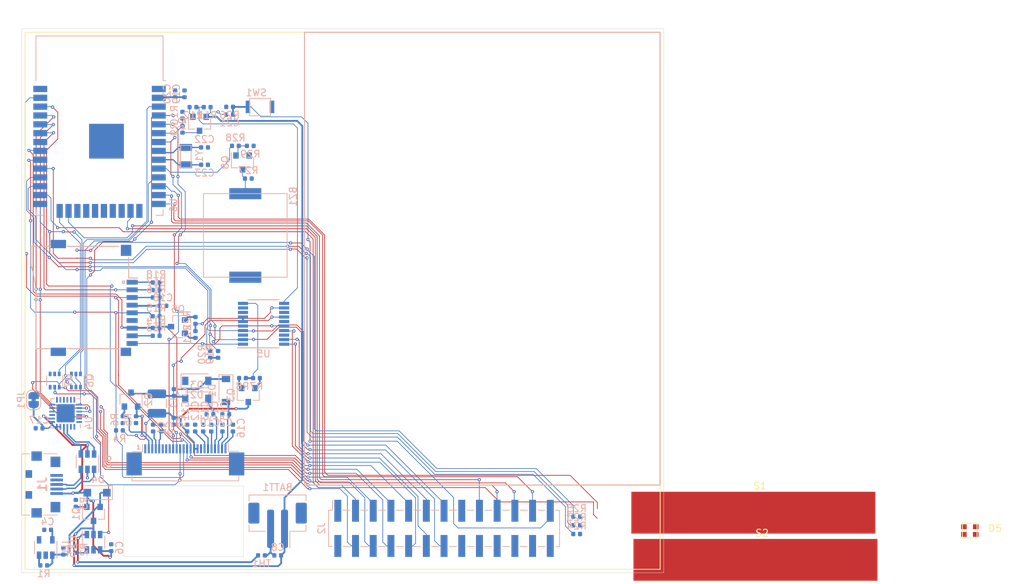
<source format=kicad_pcb>
(kicad_pcb (version 20171130) (host pcbnew 5.1.4-e60b266~84~ubuntu16.04.1)
  (layers (0 F.Cu signal) (1 In1.Cu mixed) (2 In2.Cu power) (31 B.Cu signal) (34 B.Paste user) (35 F.Paste user) (36 B.SilkS user) (37 F.SilkS user) (38 B.Mask user) (39 F.Mask user) (44 Edge.Cuts user))
  (net 0 "")
  (net 1 GND)
  (net 2 +BATT)
  (net 3 "Net-(BZ1-Pad2)")
  (net 4 +3V3)
  (net 5 "Net-(C1-Pad1)")
  (net 6 PREVGL)
  (net 7 "Net-(C3-Pad1)")
  (net 8 "Net-(C5-Pad1)")
  (net 9 VBUS)
  (net 10 "Net-(C7-Pad2)")
  (net 11 "Net-(C7-Pad1)")
  (net 12 V_EPD)
  (net 13 PREVGH)
  (net 14 "Net-(C12-Pad1)")
  (net 15 "Net-(C13-Pad1)")
  (net 16 "Net-(C14-Pad1)")
  (net 17 "Net-(C15-Pad1)")
  (net 18 "Net-(C16-Pad1)")
  (net 19 "Net-(C17-Pad1)")
  (net 20 ESP_EN)
  (net 21 /xtal_P)
  (net 22 /xtal_N)
  (net 23 "Net-(D5-Pad2)")
  (net 24 "Net-(D5-Pad1)")
  (net 25 "Net-(D5-Pad4)")
  (net 26 GDR)
  (net 27 RESE)
  (net 28 EPD_BUSY)
  (net 29 ~EPD_RES)
  (net 30 ~EPD_DC)
  (net 31 ~EPD_CS)
  (net 32 SPI_SCLK)
  (net 33 SPI_MOSI)
  (net 34 /D_P)
  (net 35 /D_N)
  (net 36 RTS)
  (net 37 UART_RXD0)
  (net 38 EXT_GPIO0)
  (net 39 I2C_SCL)
  (net 40 EXT_GPIO2)
  (net 41 JTAG_TDI)
  (net 42 JTAG_TDO)
  (net 43 JTAG_TCK)
  (net 44 JTAG_TMS)
  (net 45 EXT_GPIO1)
  (net 46 I2C_SDA)
  (net 47 SPI_MISO)
  (net 48 UART_TXD0)
  (net 49 DTR)
  (net 50 ~SD_CS)
  (net 51 "Net-(MICRO_SD1-Pad1)")
  (net 52 V_SD)
  (net 53 "Net-(MICRO_SD1-Pad8)")
  (net 54 "Net-(Q3-Pad1)")
  (net 55 "Net-(Q4-Pad3)")
  (net 56 "Net-(Q4-Pad1)")
  (net 57 "Net-(Q5-Pad1)")
  (net 58 GPIO_0)
  (net 59 GPIO_2)
  (net 60 "Net-(Q8-Pad1)")
  (net 61 "Net-(R1-Pad1)")
  (net 62 "Net-(R2-Pad1)")
  (net 63 ~EPD_EN)
  (net 64 BATT)
  (net 65 ~BATT_EN)
  (net 66 ~SD_EN)
  (net 67 ~LED_R)
  (net 68 BUZZ)
  (net 69 CAPBTN_1)
  (net 70 CAPBTN_2)
  (net 71 "Net-(TH1-Pad1)")
  (net 72 ~CHG)
  (net 73 USB_P)
  (net 74 USB_N)
  (net 75 ~PCF_INT)
  (net 76 ~SD_CD)
  (module RF_Module:ESP32-WROOM-32 (layer B.Cu) (at 113.13 79.07 180)
    (fp_text reference U6 (at -10.61 -8.43 270) (layer B.SilkS) (effects (justify mirror)))
    (fp_text value OLIMEX_Cases_ESP-WROOM-32)
    (pad 38 smd rect (at 8.5 8.255 180) (size 2 0.9) (layers B.Cu B.Paste B.Mask) (net 1 GND))
    (pad 37 smd rect (at 8.5 6.985 180) (size 2 0.9) (layers B.Cu B.Paste B.Mask) (net 33 SPI_MOSI))
    (pad 36 smd rect (at 8.5 5.715 180) (size 2 0.9) (layers B.Cu B.Paste B.Mask) (net 31 ~EPD_CS))
    (pad 35 smd rect (at 8.5 4.445 180) (size 2 0.9) (layers B.Cu B.Paste B.Mask) (net 48 UART_TXD0))
    (pad 34 smd rect (at 8.5 3.175 180) (size 2 0.9) (layers B.Cu B.Paste B.Mask) (net 37 UART_RXD0))
    (pad 33 smd rect (at 8.5 1.905 180) (size 2 0.9) (layers B.Cu B.Paste B.Mask) (net 50 ~SD_CS))
    (pad 32 smd rect (at 8.5 0.635 180) (size 2 0.9) (layers B.Cu B.Paste B.Mask))
    (pad 31 smd rect (at 8.5 -0.635 180) (size 2 0.9) (layers B.Cu B.Paste B.Mask) (net 47 SPI_MISO))
    (pad 30 smd rect (at 8.5 -1.905 180) (size 2 0.9) (layers B.Cu B.Paste B.Mask) (net 32 SPI_SCLK))
    (pad 29 smd rect (at 8.5 -3.175 180) (size 2 0.9) (layers B.Cu B.Paste B.Mask) (net 67 ~LED_R))
    (pad 28 smd rect (at 8.5 -4.445 180) (size 2 0.9) (layers B.Cu B.Paste B.Mask) (net 39 I2C_SCL))
    (pad 27 smd rect (at 8.5 -5.715 180) (size 2 0.9) (layers B.Cu B.Paste B.Mask) (net 46 I2C_SDA))
    (pad 26 smd rect (at 8.5 -6.985 180) (size 2 0.9) (layers B.Cu B.Paste B.Mask) (net 69 CAPBTN_1))
    (pad 25 smd rect (at 8.5 -8.255 180) (size 2 0.9) (layers B.Cu B.Paste B.Mask) (net 58 GPIO_0))
    (pad 24 smd rect (at 5.715 -9.255 90) (size 2 0.9) (layers B.Cu B.Paste B.Mask) (net 59 GPIO_2))
    (pad 23 smd rect (at 4.445 -9.255 90) (size 2 0.9) (layers B.Cu B.Paste B.Mask) (net 42 JTAG_TDO))
    (pad 22 smd rect (at 3.175 -9.255 90) (size 2 0.9) (layers B.Cu B.Paste B.Mask))
    (pad 21 smd rect (at 1.905 -9.255 90) (size 2 0.9) (layers B.Cu B.Paste B.Mask))
    (pad 20 smd rect (at 0.635 -9.255 90) (size 2 0.9) (layers B.Cu B.Paste B.Mask))
    (pad 19 smd rect (at -0.635 -9.255 90) (size 2 0.9) (layers B.Cu B.Paste B.Mask))
    (pad 18 smd rect (at -1.905 -9.255 90) (size 2 0.9) (layers B.Cu B.Paste B.Mask))
    (pad 17 smd rect (at -3.175 -9.255 90) (size 2 0.9) (layers B.Cu B.Paste B.Mask))
    (pad 16 smd rect (at -4.445 -9.255 90) (size 2 0.9) (layers B.Cu B.Paste B.Mask) (net 43 JTAG_TCK))
    (pad 15 smd rect (at -5.715 -9.255 90) (size 2 0.9) (layers B.Cu B.Paste B.Mask) (net 1 GND))
    (pad 14 smd rect (at -8.5 -8.255 180) (size 2 0.9) (layers B.Cu B.Paste B.Mask) (net 41 JTAG_TDI))
    (pad 13 smd rect (at -8.5 -6.985 180) (size 2 0.9) (layers B.Cu B.Paste B.Mask) (net 44 JTAG_TMS))
    (pad 12 smd rect (at -8.5 -5.715 180) (size 2 0.9) (layers B.Cu B.Paste B.Mask) (net 70 CAPBTN_2))
    (pad 11 smd rect (at -8.5 -4.445 180) (size 2 0.9) (layers B.Cu B.Paste B.Mask) (net 30 ~EPD_DC))
    (pad 10 smd rect (at -8.5 -3.175 180) (size 2 0.9) (layers B.Cu B.Paste B.Mask) (net 68 BUZZ))
    (pad 9 smd rect (at -8.5 -1.905 180) (size 2 0.9) (layers B.Cu B.Paste B.Mask) (net 22 /xtal_N))
    (pad 8 smd rect (at -8.5 -0.635 180) (size 2 0.9) (layers B.Cu B.Paste B.Mask) (net 21 /xtal_P))
    (pad 7 smd rect (at -8.5 0.635 180) (size 2 0.9) (layers B.Cu B.Paste B.Mask) (net 28 EPD_BUSY))
    (pad 6 smd rect (at -8.5 1.905 180) (size 2 0.9) (layers B.Cu B.Paste B.Mask) (net 64 BATT))
    (pad 5 smd rect (at -8.5 3.175 180) (size 2 0.9) (layers B.Cu B.Paste B.Mask) (net 75 ~PCF_INT))
    (pad 4 smd rect (at -8.5 4.445 180) (size 2 0.9) (layers B.Cu B.Paste B.Mask) (net 72 ~CHG))
    (pad 3 smd rect (at -8.5 5.715 180) (size 2 0.9) (layers B.Cu B.Paste B.Mask) (net 20 ESP_EN))
    (pad 2 smd rect (at -8.5 6.985 180) (size 2 0.9) (layers B.Cu B.Paste B.Mask) (net 4 +3V3))
    (pad 1 smd rect (at -8.5 8.255 180) (size 2 0.9) (layers B.Cu B.Paste B.Mask) (net 1 GND))
    (pad 39 smd rect (at -1 0.755 180) (size 5 5) (layers B.Cu B.Paste B.Mask) (net 1 GND))
  )
  (module Connector_PinHeader_2.54mm:PinHeader_2x13_P2.54mm_Vertical_SMD (layer B.Cu) (at 162.55 133.9 270)
    (fp_text reference J2 (at 0 17.57 90) (layer B.SilkS) (effects (justify mirror)))
    (fp_text value EXT_CONN)
    (pad 26 smd rect (at 2.525 -15.24 270) (size 3.15 1) (layers B.Cu B.Paste B.Mask) (net 1 GND))
    (pad 25 smd rect (at -2.525 -15.24 270) (size 3.15 1) (layers B.Cu B.Paste B.Mask) (net 20 ESP_EN))
    (pad 24 smd rect (at 2.525 -12.7 270) (size 3.15 1) (layers B.Cu B.Paste B.Mask))
    (pad 23 smd rect (at -2.525 -12.7 270) (size 3.15 1) (layers B.Cu B.Paste B.Mask) (net 41 JTAG_TDI))
    (pad 22 smd rect (at 2.525 -10.16 270) (size 3.15 1) (layers B.Cu B.Paste B.Mask) (net 1 GND))
    (pad 21 smd rect (at -2.525 -10.16 270) (size 3.15 1) (layers B.Cu B.Paste B.Mask) (net 42 JTAG_TDO))
    (pad 20 smd rect (at 2.525 -7.62 270) (size 3.15 1) (layers B.Cu B.Paste B.Mask) (net 1 GND))
    (pad 19 smd rect (at -2.525 -7.62 270) (size 3.15 1) (layers B.Cu B.Paste B.Mask) (net 43 JTAG_TCK))
    (pad 18 smd rect (at 2.525 -5.08 270) (size 3.15 1) (layers B.Cu B.Paste B.Mask) (net 4 +3V3))
    (pad 17 smd rect (at -2.525 -5.08 270) (size 3.15 1) (layers B.Cu B.Paste B.Mask) (net 44 JTAG_TMS))
    (pad 16 smd rect (at 2.525 -2.54 270) (size 3.15 1) (layers B.Cu B.Paste B.Mask) (net 4 +3V3))
    (pad 15 smd rect (at -2.525 -2.54 270) (size 3.15 1) (layers B.Cu B.Paste B.Mask) (net 1 GND))
    (pad 14 smd rect (at 2.525 0 270) (size 3.15 1) (layers B.Cu B.Paste B.Mask) (net 39 I2C_SCL))
    (pad 13 smd rect (at -2.525 0 270) (size 3.15 1) (layers B.Cu B.Paste B.Mask) (net 46 I2C_SDA))
    (pad 12 smd rect (at 2.525 2.54 270) (size 3.15 1) (layers B.Cu B.Paste B.Mask) (net 40 EXT_GPIO2))
    (pad 11 smd rect (at -2.525 2.54 270) (size 3.15 1) (layers B.Cu B.Paste B.Mask) (net 45 EXT_GPIO1))
    (pad 10 smd rect (at 2.525 5.08 270) (size 3.15 1) (layers B.Cu B.Paste B.Mask) (net 38 EXT_GPIO0))
    (pad 9 smd rect (at -2.525 5.08 270) (size 3.15 1) (layers B.Cu B.Paste B.Mask) (net 47 SPI_MISO))
    (pad 8 smd rect (at 2.525 7.62 270) (size 3.15 1) (layers B.Cu B.Paste B.Mask) (net 32 SPI_SCLK))
    (pad 7 smd rect (at -2.525 7.62 270) (size 3.15 1) (layers B.Cu B.Paste B.Mask) (net 33 SPI_MOSI))
    (pad 6 smd rect (at 2.525 10.16 270) (size 3.15 1) (layers B.Cu B.Paste B.Mask) (net 37 UART_RXD0))
    (pad 5 smd rect (at -2.525 10.16 270) (size 3.15 1) (layers B.Cu B.Paste B.Mask) (net 48 UART_TXD0))
    (pad 4 smd rect (at 2.525 12.7 270) (size 3.15 1) (layers B.Cu B.Paste B.Mask) (net 36 RTS))
    (pad 3 smd rect (at -2.525 12.7 270) (size 3.15 1) (layers B.Cu B.Paste B.Mask) (net 49 DTR))
    (pad 2 smd rect (at 2.525 15.24 270) (size 3.15 1) (layers B.Cu B.Paste B.Mask) (net 4 +3V3))
    (pad 1 smd rect (at -2.525 15.24 270) (size 3.15 1) (layers B.Cu B.Paste B.Mask) (net 1 GND))
  )
  (module Package_SO:TSSOP-20_4.4x6.5mm_P0.65mm (layer B.Cu) (at 136.66 104.53)
    (fp_text reference U5 (at 0 4.3) (layer B.SilkS) (effects (justify mirror)))
    (fp_text value PCF8574APWR)
    (pad 20 smd rect (at 2.95 2.925) (size 1.45 0.45) (layers B.Cu B.Paste B.Mask) (net 40 EXT_GPIO2))
    (pad 19 smd rect (at 2.95 2.275) (size 1.45 0.45) (layers B.Cu B.Paste B.Mask) (net 45 EXT_GPIO1))
    (pad 18 smd rect (at 2.95 1.625) (size 1.45 0.45) (layers B.Cu B.Paste B.Mask))
    (pad 17 smd rect (at 2.95 0.975) (size 1.45 0.45) (layers B.Cu B.Paste B.Mask) (net 38 EXT_GPIO0))
    (pad 16 smd rect (at 2.95 0.325) (size 1.45 0.45) (layers B.Cu B.Paste B.Mask) (net 76 ~SD_CD))
    (pad 15 smd rect (at 2.95 -0.325) (size 1.45 0.45) (layers B.Cu B.Paste B.Mask) (net 1 GND))
    (pad 14 smd rect (at 2.95 -0.975) (size 1.45 0.45) (layers B.Cu B.Paste B.Mask) (net 29 ~EPD_RES))
    (pad 13 smd rect (at 2.95 -1.625) (size 1.45 0.45) (layers B.Cu B.Paste B.Mask))
    (pad 12 smd rect (at 2.95 -2.275) (size 1.45 0.45) (layers B.Cu B.Paste B.Mask) (net 66 ~SD_EN))
    (pad 11 smd rect (at 2.95 -2.925) (size 1.45 0.45) (layers B.Cu B.Paste B.Mask) (net 65 ~BATT_EN))
    (pad 10 smd rect (at -2.95 -2.925) (size 1.45 0.45) (layers B.Cu B.Paste B.Mask) (net 63 ~EPD_EN))
    (pad 9 smd rect (at -2.95 -2.275) (size 1.45 0.45) (layers B.Cu B.Paste B.Mask) (net 1 GND))
    (pad 8 smd rect (at -2.95 -1.625) (size 1.45 0.45) (layers B.Cu B.Paste B.Mask))
    (pad 7 smd rect (at -2.95 -0.975) (size 1.45 0.45) (layers B.Cu B.Paste B.Mask) (net 1 GND))
    (pad 6 smd rect (at -2.95 -0.325) (size 1.45 0.45) (layers B.Cu B.Paste B.Mask) (net 1 GND))
    (pad 5 smd rect (at -2.95 0.325) (size 1.45 0.45) (layers B.Cu B.Paste B.Mask) (net 4 +3V3))
    (pad 4 smd rect (at -2.95 0.975) (size 1.45 0.45) (layers B.Cu B.Paste B.Mask) (net 46 I2C_SDA))
    (pad 3 smd rect (at -2.95 1.625) (size 1.45 0.45) (layers B.Cu B.Paste B.Mask))
    (pad 2 smd rect (at -2.95 2.275) (size 1.45 0.45) (layers B.Cu B.Paste B.Mask) (net 39 I2C_SCL))
    (pad 1 smd rect (at -2.95 2.925) (size 1.45 0.45) (layers B.Cu B.Paste B.Mask) (net 75 ~PCF_INT))
  )
  (module karo_industries:micro_SD_card (layer B.Cu) (at 107.31 100.756 90)
    (fp_text reference MICRO_SD1)
    (fp_text value micro_sd_card)
    (pad 3 smd rect (at 0 10.5 90) (size 0.7 1.6) (layers B.Cu B.Paste B.Mask) (net 33 SPI_MOSI))
    (pad "" np_thru_hole circle (at -5.02 -0.48 90) (size 1 1) (drill 1) (layers *.Cu *.Mask))
    (pad "" np_thru_hole circle (at 2.98 -0.48 90) (size 1 1) (drill 1) (layers *.Cu *.Mask))
    (pad 2 smd rect (at 1.1 10.5 90) (size 0.7 1.6) (layers B.Cu B.Paste B.Mask) (net 50 ~SD_CS))
    (pad 1 smd rect (at 2.2 10.5 90) (size 0.7 1.6) (layers B.Cu B.Paste B.Mask) (net 51 "Net-(MICRO_SD1-Pad1)"))
    (pad 4 smd rect (at -1.1 10.5 90) (size 0.7 1.6) (layers B.Cu B.Paste B.Mask) (net 52 V_SD))
    (pad 5 smd rect (at -2.2 10.5 90) (size 0.7 1.6) (layers B.Cu B.Paste B.Mask) (net 32 SPI_SCLK))
    (pad 6 smd rect (at -3.3 10.5 90) (size 0.7 1.6) (layers B.Cu B.Paste B.Mask) (net 1 GND))
    (pad 8 smd rect (at -5.5 10.5 90) (size 0.7 1.6) (layers B.Cu B.Paste B.Mask) (net 53 "Net-(MICRO_SD1-Pad8)"))
    (pad 7 smd rect (at -4.4 10.5 90) (size 0.7 1.6) (layers B.Cu B.Paste B.Mask) (net 47 SPI_MISO))
    (pad 9 smd rect (at -6.6 10.5 90) (size 0.7 1.6) (layers B.Cu B.Paste B.Mask) (net 76 ~SD_CD))
    (pad 10 smd rect (at -7.8 9.6 90) (size 1.2 1.5) (layers B.Cu B.Paste B.Mask) (net 1 GND))
    (pad 10 smd rect (at 6.77 9.63 90) (size 1.6 1.5) (layers B.Cu B.Paste B.Mask) (net 1 GND))
    (pad 10 smd rect (at -7.8 -0.09 90) (size 1.2 2.2) (layers B.Cu B.Paste B.Mask) (net 1 GND))
    (pad 10 smd rect (at 7.68 -0.08 90) (size 1.2 2.2) (layers B.Cu B.Paste B.Mask) (net 1 GND))
  )
  (module Capacitor_SMD:C_0402_1005Metric (layer B.Cu) (at 128.195 81.7)
    (fp_text reference C23 (at 0 1.17) (layer B.SilkS) (effects (justify mirror)))
    (fp_text value 12pF)
    (pad 2 smd roundrect (at 0.485 0) (size 0.59 0.64) (layers B.Cu B.Paste B.Mask) (net 1 GND))
    (pad 1 smd roundrect (at -0.485 0) (size 0.59 0.64) (layers B.Cu B.Paste B.Mask) (net 22 /xtal_N))
  )
  (module Capacitor_SMD:C_0402_1005Metric (layer B.Cu) (at 128.975 117.515)
    (fp_text reference C10 (at 0 1.17) (layer B.SilkS) (effects (justify mirror)))
    (fp_text value 1uF/25V)
    (pad 2 smd roundrect (at 0.485 0) (size 0.59 0.64) (layers B.Cu B.Paste B.Mask) (net 13 PREVGH))
    (pad 1 smd roundrect (at -0.485 0) (size 0.59 0.64) (layers B.Cu B.Paste B.Mask) (net 1 GND))
  )
  (module Diode_SMD:D_SOD-123 (layer B.Cu) (at 127.08 112.72)
    (fp_text reference D2 (at 0 2) (layer B.SilkS) (effects (justify mirror)))
    (fp_text value MBR0530)
    (pad 2 smd rect (at 1.65 0) (size 0.9 1.2) (layers B.Cu B.Paste B.Mask) (net 10 "Net-(C7-Pad2)"))
    (pad 1 smd rect (at -1.65 0) (size 0.9 1.2) (layers B.Cu B.Paste B.Mask) (net 1 GND))
  )
  (module karo_industries:Q13FC1350000400 (layer B.Cu) (at 125.54 80.51 90)
    (fp_text reference Y1 (at 0.02 1.9 90) (layer B.SilkS) (effects (justify mirror)))
    (fp_text value 32.768KHz)
    (pad 2 smd rect (at 1.3 -0.03 90) (size 1 1.8) (layers B.Cu B.Paste B.Mask) (net 21 /xtal_P))
    (pad 1 smd rect (at -1.2 -0.03 90) (size 1 1.8) (layers B.Cu B.Paste B.Mask) (net 22 /xtal_N))
  )
  (module Package_DFN_QFN:QFN-24-1EP_4x4mm_P0.5mm_EP2.6x2.6mm (layer B.Cu) (at 108.27 117.38 90)
    (fp_text reference U4 (at -1.4 3.31 90) (layer B.SilkS) (effects (justify mirror)))
    (fp_text value CP2104)
    (pad 24 smd roundrect (at -1.25 1.9375 90) (size 0.25 0.825) (layers B.Cu B.Paste B.Mask))
    (pad 23 smd roundrect (at -0.75 1.9375 90) (size 0.25 0.825) (layers B.Cu B.Paste B.Mask))
    (pad 22 smd roundrect (at -0.25 1.9375 90) (size 0.25 0.825) (layers B.Cu B.Paste B.Mask) (net 49 DTR))
    (pad 21 smd roundrect (at 0.25 1.9375 90) (size 0.25 0.825) (layers B.Cu B.Paste B.Mask) (net 37 UART_RXD0))
    (pad 20 smd roundrect (at 0.75 1.9375 90) (size 0.25 0.825) (layers B.Cu B.Paste B.Mask) (net 48 UART_TXD0))
    (pad 19 smd roundrect (at 1.25 1.9375 90) (size 0.25 0.825) (layers B.Cu B.Paste B.Mask) (net 36 RTS))
    (pad 18 smd roundrect (at 1.9375 1.25 90) (size 0.825 0.25) (layers B.Cu B.Paste B.Mask))
    (pad 17 smd roundrect (at 1.9375 0.75 90) (size 0.825 0.25) (layers B.Cu B.Paste B.Mask))
    (pad 16 smd roundrect (at 1.9375 0.25 90) (size 0.825 0.25) (layers B.Cu B.Paste B.Mask))
    (pad 15 smd roundrect (at 1.9375 -0.25 90) (size 0.825 0.25) (layers B.Cu B.Paste B.Mask))
    (pad 14 smd roundrect (at 1.9375 -0.75 90) (size 0.825 0.25) (layers B.Cu B.Paste B.Mask))
    (pad 13 smd roundrect (at 1.9375 -1.25 90) (size 0.825 0.25) (layers B.Cu B.Paste B.Mask))
    (pad 12 smd roundrect (at 1.25 -1.9375 90) (size 0.25 0.825) (layers B.Cu B.Paste B.Mask))
    (pad 11 smd roundrect (at 0.75 -1.9375 90) (size 0.25 0.825) (layers B.Cu B.Paste B.Mask))
    (pad 10 smd roundrect (at 0.25 -1.9375 90) (size 0.25 0.825) (layers B.Cu B.Paste B.Mask))
    (pad 9 smd roundrect (at -0.25 -1.9375 90) (size 0.25 0.825) (layers B.Cu B.Paste B.Mask))
    (pad 8 smd roundrect (at -0.75 -1.9375 90) (size 0.25 0.825) (layers B.Cu B.Paste B.Mask) (net 9 VBUS))
    (pad 7 smd roundrect (at -1.25 -1.9375 90) (size 0.25 0.825) (layers B.Cu B.Paste B.Mask) (net 19 "Net-(C17-Pad1)"))
    (pad 6 smd roundrect (at -1.9375 -1.25 90) (size 0.825 0.25) (layers B.Cu B.Paste B.Mask) (net 19 "Net-(C17-Pad1)"))
    (pad 5 smd roundrect (at -1.9375 -0.75 90) (size 0.825 0.25) (layers B.Cu B.Paste B.Mask) (net 19 "Net-(C17-Pad1)"))
    (pad 4 smd roundrect (at -1.9375 -0.25 90) (size 0.825 0.25) (layers B.Cu B.Paste B.Mask) (net 74 USB_N))
    (pad 3 smd roundrect (at -1.9375 0.25 90) (size 0.825 0.25) (layers B.Cu B.Paste B.Mask) (net 73 USB_P))
    (pad 2 smd roundrect (at -1.9375 0.75 90) (size 0.825 0.25) (layers B.Cu B.Paste B.Mask) (net 1 GND))
    (pad 1 smd roundrect (at -1.9375 1.25 90) (size 0.825 0.25) (layers B.Cu B.Paste B.Mask))
    (pad 25 smd roundrect (at 0 0 90) (size 2.6 2.6) (layers B.Cu B.Mask) (roundrect_rratio 0.096154) (net 1 GND))
  )
  (module Package_TO_SOT_SMD:SOT-23-6 (layer B.Cu) (at 111.4 124.33 90)
    (fp_text reference U3 (at 0 2.9 90) (layer B.SilkS) (effects (justify mirror)))
    (fp_text value USBLC6-2SC6)
    (pad 5 smd rect (at 1.1 0 90) (size 1.06 0.65) (layers B.Cu B.Paste B.Mask) (net 9 VBUS))
    (pad 6 smd rect (at 1.1 0.95 90) (size 1.06 0.65) (layers B.Cu B.Paste B.Mask) (net 73 USB_P))
    (pad 4 smd rect (at 1.1 -0.95 90) (size 1.06 0.65) (layers B.Cu B.Paste B.Mask) (net 74 USB_N))
    (pad 3 smd rect (at -1.1 -0.95 90) (size 1.06 0.65) (layers B.Cu B.Paste B.Mask) (net 34 /D_P))
    (pad 2 smd rect (at -1.1 0 90) (size 1.06 0.65) (layers B.Cu B.Paste B.Mask) (net 1 GND))
    (pad 1 smd rect (at -1.1 0.95 90) (size 1.06 0.65) (layers B.Cu B.Paste B.Mask) (net 35 /D_N))
  )
  (module Package_TO_SOT_SMD:SOT-23-6 (layer B.Cu) (at 112.268 135.89 270)
    (fp_text reference U2 (at 0 2.9 90) (layer B.SilkS) (effects (justify mirror)))
    (fp_text value BQ21040)
    (pad 5 smd rect (at 1.1 0 270) (size 1.06 0.65) (layers B.Cu B.Paste B.Mask) (net 1 GND))
    (pad 6 smd rect (at 1.1 0.95 270) (size 1.06 0.65) (layers B.Cu B.Paste B.Mask) (net 62 "Net-(R2-Pad1)"))
    (pad 4 smd rect (at 1.1 -0.95 270) (size 1.06 0.65) (layers B.Cu B.Paste B.Mask) (net 9 VBUS))
    (pad 3 smd rect (at -1.1 -0.95 270) (size 1.06 0.65) (layers B.Cu B.Paste B.Mask) (net 72 ~CHG))
    (pad 2 smd rect (at -1.1 0 270) (size 1.06 0.65) (layers B.Cu B.Paste B.Mask) (net 2 +BATT))
    (pad 1 smd rect (at -1.1 0.95 270) (size 1.06 0.65) (layers B.Cu B.Paste B.Mask) (net 71 "Net-(TH1-Pad1)"))
  )
  (module Package_TO_SOT_SMD:SOT-23-5 (layer B.Cu) (at 105.41 136.652 90)
    (fp_text reference U1 (at 0 2.9 90) (layer B.SilkS) (effects (justify mirror)))
    (fp_text value AP2112K-3.3)
    (pad 5 smd rect (at 1.1 0.95 90) (size 1.06 0.65) (layers B.Cu B.Paste B.Mask) (net 4 +3V3))
    (pad 4 smd rect (at 1.1 -0.95 90) (size 1.06 0.65) (layers B.Cu B.Paste B.Mask))
    (pad 3 smd rect (at -1.1 -0.95 90) (size 1.06 0.65) (layers B.Cu B.Paste B.Mask) (net 61 "Net-(R1-Pad1)"))
    (pad 2 smd rect (at -1.1 0 90) (size 1.06 0.65) (layers B.Cu B.Paste B.Mask) (net 1 GND))
    (pad 1 smd rect (at -1.1 0.95 90) (size 1.06 0.65) (layers B.Cu B.Paste B.Mask) (net 8 "Net-(C5-Pad1)"))
  )
  (module Resistor_SMD:R_0402_1005Metric (layer B.Cu) (at 136.361 137.782)
    (fp_text reference TH1 (at 0 1.17) (layer B.SilkS) (effects (justify mirror)))
    (fp_text value "10K NTC")
    (pad 2 smd roundrect (at 0.485 0) (size 0.59 0.64) (layers B.Cu B.Paste B.Mask) (net 1 GND))
    (pad 1 smd roundrect (at -0.485 0) (size 0.59 0.64) (layers B.Cu B.Paste B.Mask) (net 71 "Net-(TH1-Pad1)"))
  )
  (module karo_industries:K2-1822SA-A3DW-06 (layer B.Cu) (at 136.14 73.39 180)
    (fp_text reference SW1 (at 0.54 2.032) (layer B.SilkS) (effects (justify mirror)))
    (fp_text value RESET)
    (pad "" np_thru_hole circle (at -0.01 0 180) (size 0.7 0.7) (drill 0.7) (layers *.Cu *.Mask))
    (pad 2 smd rect (at 1.715 0 180) (size 0.65 1.8) (layers B.Cu B.Paste B.Mask) (net 20 ESP_EN))
    (pad 1 smd rect (at -1.735 0 180) (size 0.65 1.8) (layers B.Cu B.Paste B.Mask) (net 1 GND))
  )
  (module karo_industries:cap_touch_35x6 (layer F.Cu) (at 207.39 137.8)
    (fp_text reference S2 (at 0.78 -3.22) (layer F.SilkS))
    (fp_text value CAPBTN2)
    (pad 1 smd rect (at -0.17 0.62) (size 35 6) (layers F.Cu F.Paste F.Mask) (net 70 CAPBTN_2))
  )
  (module karo_industries:cap_touch_35x6 (layer F.Cu) (at 207.09 131.03)
    (fp_text reference S1 (at 0.78 -3.22) (layer F.SilkS))
    (fp_text value CAPBTN1)
    (pad 1 smd rect (at -0.17 0.62) (size 35 6) (layers F.Cu F.Paste F.Mask) (net 69 CAPBTN_1))
  )
  (module Resistor_SMD:R_0402_1005Metric (layer B.Cu) (at 134.755 78.99)
    (fp_text reference R29 (at 0 1.17) (layer B.SilkS) (effects (justify mirror)))
    (fp_text value 100k)
    (pad 2 smd roundrect (at 0.485 0) (size 0.59 0.64) (layers B.Cu B.Paste B.Mask) (net 1 GND))
    (pad 1 smd roundrect (at -0.485 0) (size 0.59 0.64) (layers B.Cu B.Paste B.Mask) (net 60 "Net-(Q8-Pad1)"))
  )
  (module Resistor_SMD:R_0402_1005Metric (layer B.Cu) (at 132.62 78.99 180)
    (fp_text reference R28 (at 0 1.17) (layer B.SilkS) (effects (justify mirror)))
    (fp_text value 100)
    (pad 2 smd roundrect (at 0.485 0 180) (size 0.59 0.64) (layers B.Cu B.Paste B.Mask) (net 68 BUZZ))
    (pad 1 smd roundrect (at -0.485 0 180) (size 0.59 0.64) (layers B.Cu B.Paste B.Mask) (net 60 "Net-(Q8-Pad1)"))
  )
  (module Resistor_SMD:R_0402_1005Metric (layer B.Cu) (at 134.475 83.68 180)
    (fp_text reference R27 (at 0 1.17) (layer B.SilkS) (effects (justify mirror)))
    (fp_text value 1k)
    (pad 2 smd roundrect (at 0.485 0 180) (size 0.59 0.64) (layers B.Cu B.Paste B.Mask) (net 3 "Net-(BZ1-Pad2)"))
    (pad 1 smd roundrect (at -0.485 0 180) (size 0.59 0.64) (layers B.Cu B.Paste B.Mask) (net 4 +3V3))
  )
  (module Resistor_SMD:R_0402_1005Metric (layer B.Cu) (at 131.79 73.39)
    (fp_text reference R26 (at 0 1.17) (layer B.SilkS) (effects (justify mirror)))
    (fp_text value 10k)
    (pad 2 smd roundrect (at 0.485 0) (size 0.59 0.64) (layers B.Cu B.Paste B.Mask) (net 20 ESP_EN))
    (pad 1 smd roundrect (at -0.485 0) (size 0.59 0.64) (layers B.Cu B.Paste B.Mask) (net 4 +3V3))
  )
  (module Resistor_SMD:R_0402_1005Metric (layer B.Cu) (at 181.575 132.22 180)
    (fp_text reference R25 (at 0 1.17) (layer B.SilkS) (effects (justify mirror)))
    (fp_text value 120)
    (pad 2 smd roundrect (at 0.485 0 180) (size 0.59 0.64) (layers B.Cu B.Paste B.Mask) (net 59 GPIO_2))
    (pad 1 smd roundrect (at -0.485 0 180) (size 0.59 0.64) (layers B.Cu B.Paste B.Mask) (net 23 "Net-(D5-Pad2)"))
  )
  (module Resistor_SMD:R_0402_1005Metric (layer B.Cu) (at 181.575 134.71 180)
    (fp_text reference R24 (at 0 1.17) (layer B.SilkS) (effects (justify mirror)))
    (fp_text value 120)
    (pad 2 smd roundrect (at 0.485 0 180) (size 0.59 0.64) (layers B.Cu B.Paste B.Mask) (net 58 GPIO_0))
    (pad 1 smd roundrect (at -0.485 0 180) (size 0.59 0.64) (layers B.Cu B.Paste B.Mask) (net 25 "Net-(D5-Pad4)"))
  )
  (module Resistor_SMD:R_0402_1005Metric (layer B.Cu) (at 181.575 133.465 180)
    (fp_text reference R23 (at 0 1.17) (layer B.SilkS) (effects (justify mirror)))
    (fp_text value 120)
    (pad 2 smd roundrect (at 0.485 0 180) (size 0.59 0.64) (layers B.Cu B.Paste B.Mask) (net 67 ~LED_R))
    (pad 1 smd roundrect (at -0.485 0 180) (size 0.59 0.64) (layers B.Cu B.Paste B.Mask) (net 24 "Net-(D5-Pad1)"))
  )
  (module Resistor_SMD:R_0402_1005Metric (layer B.Cu) (at 126.89 104.045 270)
    (fp_text reference R22 (at 0 1.17 90) (layer B.SilkS) (effects (justify mirror)))
    (fp_text value 1k)
    (pad 2 smd roundrect (at 0.485 0 270) (size 0.59 0.64) (layers B.Cu B.Paste B.Mask) (net 66 ~SD_EN))
    (pad 1 smd roundrect (at -0.485 0 270) (size 0.59 0.64) (layers B.Cu B.Paste B.Mask) (net 57 "Net-(Q5-Pad1)"))
  )
  (module Resistor_SMD:R_0402_1005Metric (layer B.Cu) (at 126.89 106.07 270)
    (fp_text reference R21 (at 0 1.17 90) (layer B.SilkS) (effects (justify mirror)))
    (fp_text value 1M)
    (pad 2 smd roundrect (at 0.485 0 270) (size 0.59 0.64) (layers B.Cu B.Paste B.Mask) (net 4 +3V3))
    (pad 1 smd roundrect (at -0.485 0 270) (size 0.59 0.64) (layers B.Cu B.Paste B.Mask) (net 66 ~SD_EN))
  )
  (module Resistor_SMD:R_0402_1005Metric (layer B.Cu) (at 128.997001 108.925 270)
    (fp_text reference R20 (at 0 1.17 90) (layer B.SilkS) (effects (justify mirror)))
    (fp_text value 10k)
    (pad 2 smd roundrect (at 0.485 0 270) (size 0.59 0.64) (layers B.Cu B.Paste B.Mask) (net 4 +3V3))
    (pad 1 smd roundrect (at -0.485 0 270) (size 0.59 0.64) (layers B.Cu B.Paste B.Mask) (net 46 I2C_SDA))
  )
  (module Resistor_SMD:R_0402_1005Metric (layer B.Cu) (at 130.14 108.925 270)
    (fp_text reference R19 (at 0 1.17 90) (layer B.SilkS) (effects (justify mirror)))
    (fp_text value 10k)
    (pad 2 smd roundrect (at 0.485 0 270) (size 0.59 0.64) (layers B.Cu B.Paste B.Mask) (net 4 +3V3))
    (pad 1 smd roundrect (at -0.485 0 270) (size 0.59 0.64) (layers B.Cu B.Paste B.Mask) (net 39 I2C_SCL))
  )
  (module Resistor_SMD:R_0402_1005Metric (layer B.Cu) (at 121.255 98.6 180)
    (fp_text reference R18 (at 0 1.17) (layer B.SilkS) (effects (justify mirror)))
    (fp_text value 10k)
    (pad 2 smd roundrect (at 0.485 0 180) (size 0.59 0.64) (layers B.Cu B.Paste B.Mask) (net 51 "Net-(MICRO_SD1-Pad1)"))
    (pad 1 smd roundrect (at -0.485 0 180) (size 0.59 0.64) (layers B.Cu B.Paste B.Mask) (net 52 V_SD))
  )
  (module Resistor_SMD:R_0402_1005Metric (layer B.Cu) (at 121.255 99.675 180)
    (fp_text reference R17 (at 0 1.17) (layer B.SilkS) (effects (justify mirror)))
    (fp_text value 10k)
    (pad 2 smd roundrect (at 0.485 0 180) (size 0.59 0.64) (layers B.Cu B.Paste B.Mask) (net 50 ~SD_CS))
    (pad 1 smd roundrect (at -0.485 0 180) (size 0.59 0.64) (layers B.Cu B.Paste B.Mask) (net 52 V_SD))
  )
  (module Resistor_SMD:R_0402_1005Metric (layer B.Cu) (at 121.255 100.75 180)
    (fp_text reference R16 (at 0 1.17) (layer B.SilkS) (effects (justify mirror)))
    (fp_text value 10k)
    (pad 2 smd roundrect (at 0.485 0 180) (size 0.59 0.64) (layers B.Cu B.Paste B.Mask) (net 33 SPI_MOSI))
    (pad 1 smd roundrect (at -0.485 0 180) (size 0.59 0.64) (layers B.Cu B.Paste B.Mask) (net 52 V_SD))
  )
  (module Resistor_SMD:R_0402_1005Metric (layer B.Cu) (at 121.255 103.45 180)
    (fp_text reference R15 (at 0 1.17) (layer B.SilkS) (effects (justify mirror)))
    (fp_text value 10k)
    (pad 2 smd roundrect (at 0.485 0 180) (size 0.59 0.64) (layers B.Cu B.Paste B.Mask) (net 32 SPI_SCLK))
    (pad 1 smd roundrect (at -0.485 0 180) (size 0.59 0.64) (layers B.Cu B.Paste B.Mask) (net 52 V_SD))
  )
  (module Resistor_SMD:R_0402_1005Metric (layer B.Cu) (at 121.255 105.13 180)
    (fp_text reference R14 (at 0 1.17) (layer B.SilkS) (effects (justify mirror)))
    (fp_text value 10k)
    (pad 2 smd roundrect (at 0.485 0 180) (size 0.59 0.64) (layers B.Cu B.Paste B.Mask) (net 47 SPI_MISO))
    (pad 1 smd roundrect (at -0.485 0 180) (size 0.59 0.64) (layers B.Cu B.Paste B.Mask) (net 52 V_SD))
  )
  (module Resistor_SMD:R_0402_1005Metric (layer B.Cu) (at 121.255 106.25 180)
    (fp_text reference R13 (at 0 1.17) (layer B.SilkS) (effects (justify mirror)))
    (fp_text value 10k)
    (pad 2 smd roundrect (at 0.485 0 180) (size 0.59 0.64) (layers B.Cu B.Paste B.Mask) (net 53 "Net-(MICRO_SD1-Pad8)"))
    (pad 1 smd roundrect (at -0.485 0 180) (size 0.59 0.64) (layers B.Cu B.Paste B.Mask) (net 52 V_SD))
  )
  (module Resistor_SMD:R_0402_1005Metric (layer B.Cu) (at 126.535 73.43)
    (fp_text reference R12 (at 0 1.17) (layer B.SilkS) (effects (justify mirror)))
    (fp_text value 1k)
    (pad 2 smd roundrect (at 0.485 0) (size 0.59 0.64) (layers B.Cu B.Paste B.Mask) (net 65 ~BATT_EN))
    (pad 1 smd roundrect (at -0.485 0) (size 0.59 0.64) (layers B.Cu B.Paste B.Mask) (net 56 "Net-(Q4-Pad1)"))
  )
  (module Resistor_SMD:R_0402_1005Metric (layer B.Cu) (at 128.575 73.43)
    (fp_text reference R11 (at 0 1.17) (layer B.SilkS) (effects (justify mirror)))
    (fp_text value 1M)
    (pad 2 smd roundrect (at 0.485 0) (size 0.59 0.64) (layers B.Cu B.Paste B.Mask) (net 2 +BATT))
    (pad 1 smd roundrect (at -0.485 0) (size 0.59 0.64) (layers B.Cu B.Paste B.Mask) (net 65 ~BATT_EN))
  )
  (module Resistor_SMD:R_0402_1005Metric (layer B.Cu) (at 125.03 74.575 270)
    (fp_text reference R10 (at 0 1.17 90) (layer B.SilkS) (effects (justify mirror)))
    (fp_text value 1.6M)
    (pad 2 smd roundrect (at 0.485 0 270) (size 0.59 0.64) (layers B.Cu B.Paste B.Mask) (net 64 BATT))
    (pad 1 smd roundrect (at -0.485 0 270) (size 0.59 0.64) (layers B.Cu B.Paste B.Mask) (net 1 GND))
  )
  (module Resistor_SMD:R_0402_1005Metric (layer B.Cu) (at 125.03 76.605 270)
    (fp_text reference R9 (at 0 1.17 90) (layer B.SilkS) (effects (justify mirror)))
    (fp_text value 470k)
    (pad 2 smd roundrect (at 0.485 0 270) (size 0.59 0.64) (layers B.Cu B.Paste B.Mask) (net 55 "Net-(Q4-Pad3)"))
    (pad 1 smd roundrect (at -0.485 0 270) (size 0.59 0.64) (layers B.Cu B.Paste B.Mask) (net 64 BATT))
  )
  (module Resistor_SMD:R_0402_1005Metric (layer B.Cu) (at 133.64 112.33)
    (fp_text reference R8 (at 0 1.17) (layer B.SilkS) (effects (justify mirror)))
    (fp_text value 1k)
    (pad 2 smd roundrect (at 0.485 0) (size 0.59 0.64) (layers B.Cu B.Paste B.Mask) (net 63 ~EPD_EN))
    (pad 1 smd roundrect (at -0.485 0) (size 0.59 0.64) (layers B.Cu B.Paste B.Mask) (net 54 "Net-(Q3-Pad1)"))
  )
  (module Resistor_SMD:R_0402_1005Metric (layer B.Cu) (at 135.645 112.33)
    (fp_text reference R7 (at 0 1.17) (layer B.SilkS) (effects (justify mirror)))
    (fp_text value 1M)
    (pad 2 smd roundrect (at 0.485 0) (size 0.59 0.64) (layers B.Cu B.Paste B.Mask) (net 4 +3V3))
    (pad 1 smd roundrect (at -0.485 0) (size 0.59 0.64) (layers B.Cu B.Paste B.Mask) (net 63 ~EPD_EN))
  )
  (module Resistor_SMD:R_0402_1005Metric (layer B.Cu) (at 116.48 118.3 270)
    (fp_text reference R6 (at 0 1.17 90) (layer B.SilkS) (effects (justify mirror)))
    (fp_text value 0.47)
    (pad 2 smd roundrect (at 0.485 0 270) (size 0.59 0.64) (layers B.Cu B.Paste B.Mask) (net 1 GND))
    (pad 1 smd roundrect (at -0.485 0 270) (size 0.59 0.64) (layers B.Cu B.Paste B.Mask) (net 27 RESE))
  )
  (module Resistor_SMD:R_0402_1005Metric (layer B.Cu) (at 118.37 118.3 270)
    (fp_text reference R5 (at 0 1.17 90) (layer B.SilkS) (effects (justify mirror)))
    (fp_text value 10k)
    (pad 2 smd roundrect (at 0.485 0 270) (size 0.59 0.64) (layers B.Cu B.Paste B.Mask) (net 1 GND))
    (pad 1 smd roundrect (at -0.485 0 270) (size 0.59 0.64) (layers B.Cu B.Paste B.Mask) (net 26 GDR))
  )
  (module Resistor_SMD:R_0402_1005Metric (layer B.Cu) (at 115.985 119.84)
    (fp_text reference R4 (at 0 1.17) (layer B.SilkS) (effects (justify mirror)))
    (fp_text value 10k)
    (pad 2 smd roundrect (at 0.485 0) (size 0.59 0.64) (layers B.Cu B.Paste B.Mask) (net 12 V_EPD))
    (pad 1 smd roundrect (at -0.485 0) (size 0.59 0.64) (layers B.Cu B.Paste B.Mask) (net 31 ~EPD_CS))
  )
  (module Resistor_SMD:R_0402_1005Metric (layer B.Cu) (at 109.728 130.302 90)
    (fp_text reference R3 (at 0 1.17 90) (layer B.SilkS) (effects (justify mirror)))
    (fp_text value 100k)
    (pad 2 smd roundrect (at 0.485 0 90) (size 0.59 0.64) (layers B.Cu B.Paste B.Mask) (net 1 GND))
    (pad 1 smd roundrect (at -0.485 0 90) (size 0.59 0.64) (layers B.Cu B.Paste B.Mask) (net 9 VBUS))
  )
  (module Resistor_SMD:R_0402_1005Metric (layer B.Cu) (at 109.728 136.929 90)
    (fp_text reference R2 (at 0 1.17 90) (layer B.SilkS) (effects (justify mirror)))
    (fp_text value 2.7k)
    (pad 2 smd roundrect (at 0.485 0 90) (size 0.59 0.64) (layers B.Cu B.Paste B.Mask) (net 1 GND))
    (pad 1 smd roundrect (at -0.485 0 90) (size 0.59 0.64) (layers B.Cu B.Paste B.Mask) (net 62 "Net-(R2-Pad1)"))
  )
  (module Resistor_SMD:R_0402_1005Metric (layer B.Cu) (at 105.13 139.22)
    (fp_text reference R1 (at 0 1.17) (layer B.SilkS) (effects (justify mirror)))
    (fp_text value 100k)
    (pad 2 smd roundrect (at 0.485 0) (size 0.59 0.64) (layers B.Cu B.Paste B.Mask) (net 8 "Net-(C5-Pad1)"))
    (pad 1 smd roundrect (at -0.485 0) (size 0.59 0.64) (layers B.Cu B.Paste B.Mask) (net 61 "Net-(R1-Pad1)"))
  )
  (module Package_TO_SOT_SMD:SOT-23 (layer B.Cu) (at 133.65 81.37 270)
    (fp_text reference Q8 (at 0 2.5 90) (layer B.SilkS) (effects (justify mirror)))
    (fp_text value T2N7002BK)
    (pad 3 smd rect (at 1 0 270) (size 0.9 0.8) (layers B.Cu B.Paste B.Mask) (net 3 "Net-(BZ1-Pad2)"))
    (pad 2 smd rect (at -1 -0.95 270) (size 0.9 0.8) (layers B.Cu B.Paste B.Mask) (net 1 GND))
    (pad 1 smd rect (at -1 0.95 270) (size 0.9 0.8) (layers B.Cu B.Paste B.Mask) (net 60 "Net-(Q8-Pad1)"))
  )
  (module Package_TO_SOT_SMD:SOT-363_SC-70-6 (layer B.Cu) (at 106.698 112.682 90)
    (fp_text reference Q7 (at 0 2 90) (layer B.SilkS) (effects (justify mirror)))
    (fp_text value UMH3N)
    (pad 6 smd rect (at 0.95 0.65 90) (size 0.65 0.4) (layers B.Cu B.Paste B.Mask) (net 59 GPIO_2))
    (pad 4 smd rect (at 0.95 -0.65 90) (size 0.65 0.4) (layers B.Cu B.Paste B.Mask))
    (pad 2 smd rect (at -0.95 0 90) (size 0.65 0.4) (layers B.Cu B.Paste B.Mask) (net 36 RTS))
    (pad 5 smd rect (at 0.95 0 90) (size 0.65 0.4) (layers B.Cu B.Paste B.Mask))
    (pad 3 smd rect (at -0.95 -0.65 90) (size 0.65 0.4) (layers B.Cu B.Paste B.Mask))
    (pad 1 smd rect (at -0.95 0.65 90) (size 0.65 0.4) (layers B.Cu B.Paste B.Mask) (net 49 DTR))
  )
  (module Package_TO_SOT_SMD:SOT-363_SC-70-6 (layer B.Cu) (at 109.746 112.682 90)
    (fp_text reference Q6 (at 0 2 90) (layer B.SilkS) (effects (justify mirror)))
    (fp_text value UMH3N)
    (pad 6 smd rect (at 0.95 0.65 90) (size 0.65 0.4) (layers B.Cu B.Paste B.Mask) (net 20 ESP_EN))
    (pad 4 smd rect (at 0.95 -0.65 90) (size 0.65 0.4) (layers B.Cu B.Paste B.Mask) (net 49 DTR))
    (pad 2 smd rect (at -0.95 0 90) (size 0.65 0.4) (layers B.Cu B.Paste B.Mask) (net 49 DTR))
    (pad 5 smd rect (at 0.95 0 90) (size 0.65 0.4) (layers B.Cu B.Paste B.Mask) (net 36 RTS))
    (pad 3 smd rect (at -0.95 -0.65 90) (size 0.65 0.4) (layers B.Cu B.Paste B.Mask) (net 58 GPIO_0))
    (pad 1 smd rect (at -0.95 0.65 90) (size 0.65 0.4) (layers B.Cu B.Paste B.Mask) (net 36 RTS))
  )
  (module Package_TO_SOT_SMD:SOT-23 (layer B.Cu) (at 124.39 104.94 180)
    (fp_text reference Q5 (at 0 2.5) (layer B.SilkS) (effects (justify mirror)))
    (fp_text value DMP2035)
    (pad 3 smd rect (at 1 0 180) (size 0.9 0.8) (layers B.Cu B.Paste B.Mask) (net 52 V_SD))
    (pad 2 smd rect (at -1 -0.95 180) (size 0.9 0.8) (layers B.Cu B.Paste B.Mask) (net 4 +3V3))
    (pad 1 smd rect (at -1 0.95 180) (size 0.9 0.8) (layers B.Cu B.Paste B.Mask) (net 57 "Net-(Q5-Pad1)"))
  )
  (module Package_TO_SOT_SMD:SOT-23 (layer B.Cu) (at 127.48 75.82 270)
    (fp_text reference Q4 (at 0 2.5 90) (layer B.SilkS) (effects (justify mirror)))
    (fp_text value DMP2035)
    (pad 3 smd rect (at 1 0 270) (size 0.9 0.8) (layers B.Cu B.Paste B.Mask) (net 55 "Net-(Q4-Pad3)"))
    (pad 2 smd rect (at -1 -0.95 270) (size 0.9 0.8) (layers B.Cu B.Paste B.Mask) (net 2 +BATT))
    (pad 1 smd rect (at -1 0.95 270) (size 0.9 0.8) (layers B.Cu B.Paste B.Mask) (net 56 "Net-(Q4-Pad1)"))
  )
  (module Package_TO_SOT_SMD:SOT-23 (layer B.Cu) (at 134.47 114.76 270)
    (fp_text reference Q3 (at 0 2.5 90) (layer B.SilkS) (effects (justify mirror)))
    (fp_text value DMP2035)
    (pad 3 smd rect (at 1 0 270) (size 0.9 0.8) (layers B.Cu B.Paste B.Mask) (net 12 V_EPD))
    (pad 2 smd rect (at -1 -0.95 270) (size 0.9 0.8) (layers B.Cu B.Paste B.Mask) (net 4 +3V3))
    (pad 1 smd rect (at -1 0.95 270) (size 0.9 0.8) (layers B.Cu B.Paste B.Mask) (net 54 "Net-(Q3-Pad1)"))
  )
  (module Package_TO_SOT_SMD:SOT-23 (layer B.Cu) (at 117.65 115.41 90)
    (fp_text reference Q2 (at 0 2.5 90) (layer B.SilkS) (effects (justify mirror)))
    (fp_text value T2N7002BK)
    (pad 3 smd rect (at 1 0 90) (size 0.9 0.8) (layers B.Cu B.Paste B.Mask) (net 11 "Net-(C7-Pad1)"))
    (pad 2 smd rect (at -1 -0.95 90) (size 0.9 0.8) (layers B.Cu B.Paste B.Mask) (net 27 RESE))
    (pad 1 smd rect (at -1 0.95 90) (size 0.9 0.8) (layers B.Cu B.Paste B.Mask) (net 26 GDR))
  )
  (module Package_TO_SOT_SMD:SOT-23 (layer B.Cu) (at 112.268 131.826 270)
    (fp_text reference Q1 (at 0 2.5 270) (layer B.SilkS) (effects (justify mirror)))
    (fp_text value DMP2035)
    (pad 3 smd rect (at 1 0 270) (size 0.9 0.8) (layers B.Cu B.Paste B.Mask) (net 2 +BATT))
    (pad 2 smd rect (at -1 -0.95 270) (size 0.9 0.8) (layers B.Cu B.Paste B.Mask) (net 8 "Net-(C5-Pad1)"))
    (pad 1 smd rect (at -1 0.95 270) (size 0.9 0.8) (layers B.Cu B.Paste B.Mask) (net 9 VBUS))
  )
  (module Inductor_SMD:L_1210_3225Metric (layer B.Cu) (at 121.36 115.98 90)
    (fp_text reference L1 (at 0 2.28 90) (layer B.SilkS) (effects (justify mirror)))
    (fp_text value 68uH/1A)
    (pad 2 smd roundrect (at 1.4 0 90) (size 1.25 2.65) (layers B.Cu B.Paste B.Mask) (roundrect_rratio 0.2) (net 11 "Net-(C7-Pad1)"))
    (pad 1 smd roundrect (at -1.4 0 90) (size 1.25 2.65) (layers B.Cu B.Paste B.Mask) (roundrect_rratio 0.2) (net 12 V_EPD))
  )
  (module Jumper:SolderJumper-2_P1.3mm_Bridged_RoundedPad1.0x1.5mm (layer B.Cu) (at 103.68 115.48 270)
    (fp_text reference JP1 (at 0 1.8 90) (layer B.SilkS) (effects (justify mirror)))
    (fp_text value SolderJumper_2_Bridged)
    (pad 2 smd custom (at 0.65 0 270) (size 1 0.5) (layers B.Cu B.Mask) (net 19 "Net-(C17-Pad1)") (options (clearance outline) (anchor rect)) (primitives (gr_circle (center 0 -0.25) (end 0.5 -0.25) (width 0)) (gr_circle (center 0 0.25) (end 0.5 0.25) (width 0)) (gr_poly (pts (xy 0 0.75) (xy -0.5 0.75) (xy -0.5 -0.75) (xy 0 -0.75)) (width 0))))
    (pad 1 smd custom (at -0.65 0 270) (size 1 0.5) (layers B.Cu B.Mask) (net 4 +3V3) (options (clearance outline) (anchor rect)) (primitives (gr_circle (center 0 -0.25) (end 0.5 -0.25) (width 0)) (gr_circle (center 0 0.25) (end 0.5 0.25) (width 0)) (gr_poly (pts (xy 0 0.75) (xy 0.5 0.75) (xy 0.5 -0.75) (xy 0 -0.75)) (width 0)) (gr_poly (pts (xy 0.9 0.3) (xy 0.4 0.3) (xy 0.4 -0.3) (xy 0.9 -0.3)) (width 0))))
  )
  (module karo_industries:C77238 (layer B.Cu) (at 104.92 127.6 90)
    (fp_text reference J1 (at 0 0 90) (layer B.SilkS) (effects (font (size 1.27 1.27) (thickness 0.254)) (justify mirror)))
    (fp_text value USB_B_Micro hide)
    (pad 6 smd rect (at 1.5 -1.96) (size 1 1.1) (layers B.Cu B.Paste B.Mask) (net 1 GND))
    (pad 6 smd rect (at -1.5 -1.96) (size 1 1.1) (layers B.Cu B.Paste B.Mask) (net 1 GND))
    (pad 6 smd rect (at 4.075 -0.81 90) (size 1.35 1.5) (layers B.Cu B.Paste B.Mask) (net 1 GND))
    (pad 6 smd rect (at -4.075 -0.81 90) (size 1.35 1.5) (layers B.Cu B.Paste B.Mask) (net 1 GND))
    (pad 6 smd rect (at 3.25 1.89) (size 1.4 1.5) (layers B.Cu B.Paste B.Mask) (net 1 GND))
    (pad 6 smd rect (at -3.25 1.89) (size 1.4 1.5) (layers B.Cu B.Paste B.Mask) (net 1 GND))
    (pad "" np_thru_hole circle (at 2 1.34 90) (size 0.5 0.5) (drill 0.5) (layers *.Cu *.Mask))
    (pad "" np_thru_hole circle (at -2 1.34 90) (size 0.5 0.5) (drill 0.5) (layers *.Cu *.Mask))
    (pad 5 smd rect (at 1.3 2.06 90) (size 0.4 1.8) (layers B.Cu B.Paste B.Mask) (net 1 GND))
    (pad 4 smd rect (at 0.65 2.06 90) (size 0.4 1.8) (layers B.Cu B.Paste B.Mask))
    (pad 3 smd rect (at 0 2.06 90) (size 0.4 1.8) (layers B.Cu B.Paste B.Mask) (net 34 /D_P))
    (pad 2 smd rect (at -0.65 2.06 90) (size 0.4 1.8) (layers B.Cu B.Paste B.Mask) (net 35 /D_N))
    (pad 1 smd rect (at -1.3 2.06 90) (size 0.4 1.8) (layers B.Cu B.Paste B.Mask) (net 9 VBUS))
  )
  (module karo_industries:4.2_inch_e_paper_bottom_layer (layer F.Cu) (at 125.476 125.73)
    (fp_text reference DS1 hide)
    (fp_text value E-paper_24_pins)
    (fp_text user 1 (at -6.74 -3.47) (layer B.SilkS) (effects (font (size 0.6 0.6))))
    (pad MP smd rect (at 7.32 -1.08) (size 2.2 3.3) (layers B.Cu B.Paste B.Mask))
    (pad 1 smd rect (at -5.78 -3.25) (size 0.3 1.3) (layers B.Cu B.Paste B.Mask))
    (pad MP smd rect (at -7.38 -1.08) (size 2.2 3.3) (layers B.Cu B.Paste B.Mask))
    (pad 2 smd rect (at -5.28 -3.25) (size 0.3 1.3) (layers B.Cu B.Paste B.Mask) (net 26 GDR))
    (pad 3 smd rect (at -4.78 -3.25) (size 0.3 1.3) (layers B.Cu B.Paste B.Mask) (net 27 RESE))
    (pad 4 smd rect (at -4.28 -3.25) (size 0.3 1.3) (layers B.Cu B.Paste B.Mask) (net 5 "Net-(C1-Pad1)"))
    (pad 5 smd rect (at -3.78 -3.25) (size 0.3 1.3) (layers B.Cu B.Paste B.Mask) (net 7 "Net-(C3-Pad1)"))
    (pad 6 smd rect (at -3.28 -3.25) (size 0.3 1.3) (layers B.Cu B.Paste B.Mask))
    (pad 7 smd rect (at -2.78 -3.25) (size 0.3 1.3) (layers B.Cu B.Paste B.Mask))
    (pad 8 smd rect (at -2.28 -3.25) (size 0.3 1.3) (layers B.Cu B.Paste B.Mask) (net 1 GND))
    (pad 9 smd rect (at -1.78 -3.25) (size 0.3 1.3) (layers B.Cu B.Paste B.Mask) (net 28 EPD_BUSY))
    (pad 10 smd rect (at -1.28 -3.25) (size 0.3 1.3) (layers B.Cu B.Paste B.Mask) (net 29 ~EPD_RES))
    (pad 11 smd rect (at -0.78 -3.25) (size 0.3 1.3) (layers B.Cu B.Paste B.Mask) (net 30 ~EPD_DC))
    (pad 12 smd rect (at -0.28 -3.25) (size 0.3 1.3) (layers B.Cu B.Paste B.Mask) (net 31 ~EPD_CS))
    (pad 13 smd rect (at 0.22 -3.25) (size 0.3 1.3) (layers B.Cu B.Paste B.Mask) (net 32 SPI_SCLK))
    (pad 14 smd rect (at 0.72 -3.25) (size 0.3 1.3) (layers B.Cu B.Paste B.Mask) (net 33 SPI_MOSI))
    (pad 15 smd rect (at 1.22 -3.25) (size 0.3 1.3) (layers B.Cu B.Paste B.Mask) (net 12 V_EPD))
    (pad 16 smd rect (at 1.72 -3.25) (size 0.3 1.3) (layers B.Cu B.Paste B.Mask) (net 12 V_EPD))
    (pad 17 smd rect (at 2.22 -3.25) (size 0.3 1.3) (layers B.Cu B.Paste B.Mask) (net 1 GND))
    (pad 18 smd rect (at 2.72 -3.25) (size 0.3 1.3) (layers B.Cu B.Paste B.Mask) (net 14 "Net-(C12-Pad1)"))
    (pad 19 smd rect (at 3.22 -3.25) (size 0.3 1.3) (layers B.Cu B.Paste B.Mask) (net 15 "Net-(C13-Pad1)"))
    (pad 20 smd rect (at 3.72 -3.25) (size 0.3 1.3) (layers B.Cu B.Paste B.Mask) (net 16 "Net-(C14-Pad1)"))
    (pad 21 smd rect (at 4.22 -3.25) (size 0.3 1.3) (layers B.Cu B.Paste B.Mask) (net 13 PREVGH))
    (pad 22 smd rect (at 4.72 -3.25) (size 0.3 1.3) (layers B.Cu B.Paste B.Mask) (net 17 "Net-(C15-Pad1)"))
    (pad 23 smd rect (at 5.22 -3.25) (size 0.3 1.3) (layers B.Cu B.Paste B.Mask) (net 6 PREVGL))
    (pad 24 smd rect (at 5.72 -3.25) (size 0.3 1.3) (layers B.Cu B.Paste B.Mask) (net 18 "Net-(C16-Pad1)"))
  )
  (module karo_industries:FM-B2020RGBA-HG (layer F.Cu) (at 238.036 134.154)
    (fp_text reference D5 (at 3.556 -0.254) (layer F.SilkS))
    (fp_text value FM-B2020RGBA-HG)
    (pad 2 smd rect (at -0.918 0.614) (size 0.8 0.7) (layers F.Cu F.Paste F.Mask) (net 23 "Net-(D5-Pad2)"))
    (pad 1 smd rect (at 0.782 0.614 180) (size 0.8 0.7) (layers F.Cu F.Paste F.Mask) (net 24 "Net-(D5-Pad1)"))
    (pad 4 smd rect (at 0.782 -0.486) (size 0.8 0.7) (layers F.Cu F.Paste F.Mask) (net 25 "Net-(D5-Pad4)"))
    (pad 3 smd rect (at -0.918 -0.486) (size 0.8 0.7) (layers F.Cu F.Paste F.Mask) (net 4 +3V3))
  )
  (module Diode_SMD:D_SOD-123F (layer B.Cu) (at 112.776 128.778 180)
    (fp_text reference D4 (at -0.127 1.905) (layer B.SilkS) (effects (justify mirror)))
    (fp_text value "MBR120 1A/20V")
    (pad 2 smd rect (at 1.4 0 180) (size 1.1 1.1) (layers B.Cu B.Paste B.Mask) (net 9 VBUS))
    (pad 1 smd rect (at -1.4 0 180) (size 1.1 1.1) (layers B.Cu B.Paste B.Mask) (net 8 "Net-(C5-Pad1)"))
  )
  (module Diode_SMD:D_SOD-123 (layer B.Cu) (at 127.08 115.31 180)
    (fp_text reference D3 (at 0 2) (layer B.SilkS) (effects (justify mirror)))
    (fp_text value MBR0530)
    (pad 2 smd rect (at 1.65 0 180) (size 0.9 1.2) (layers B.Cu B.Paste B.Mask) (net 11 "Net-(C7-Pad1)"))
    (pad 1 smd rect (at -1.65 0 180) (size 0.9 1.2) (layers B.Cu B.Paste B.Mask) (net 13 PREVGH))
  )
  (module Diode_SMD:D_SOD-123 (layer B.Cu) (at 131.27 114.11 270)
    (fp_text reference D1 (at 0 2 90) (layer B.SilkS) (effects (justify mirror)))
    (fp_text value MBR0530)
    (pad 2 smd rect (at 1.65 0 270) (size 0.9 1.2) (layers B.Cu B.Paste B.Mask) (net 6 PREVGL))
    (pad 1 smd rect (at -1.65 0 270) (size 0.9 1.2) (layers B.Cu B.Paste B.Mask) (net 10 "Net-(C7-Pad2)"))
  )
  (module Capacitor_SMD:C_0402_1005Metric (layer B.Cu) (at 128.195 79.21 180)
    (fp_text reference C22 (at 0 1.17 180) (layer B.SilkS) (effects (justify mirror)))
    (fp_text value 12pF)
    (pad 2 smd roundrect (at 0.485 0 180) (size 0.59 0.64) (layers B.Cu B.Paste B.Mask) (net 21 /xtal_P))
    (pad 1 smd roundrect (at -0.485 0 180) (size 0.59 0.64) (layers B.Cu B.Paste B.Mask) (net 1 GND))
  )
  (module Capacitor_SMD:C_0402_1005Metric (layer B.Cu) (at 131.79 74.49)
    (fp_text reference C21 (at 0 1.17 180) (layer B.SilkS) (effects (justify mirror)))
    (fp_text value 0.1uF/25V)
    (pad 2 smd roundrect (at 0.485 0) (size 0.59 0.64) (layers B.Cu B.Paste B.Mask) (net 20 ESP_EN))
    (pad 1 smd roundrect (at -0.485 0) (size 0.59 0.64) (layers B.Cu B.Paste B.Mask) (net 1 GND))
  )
  (module Capacitor_SMD:C_0402_1005Metric (layer B.Cu) (at 123.97 71.515 270)
    (fp_text reference C20 (at 0 1.17 90) (layer B.SilkS) (effects (justify mirror)))
    (fp_text value 1uF)
    (pad 2 smd roundrect (at 0.485 0 270) (size 0.59 0.64) (layers B.Cu B.Paste B.Mask) (net 4 +3V3))
    (pad 1 smd roundrect (at -0.485 0 270) (size 0.59 0.64) (layers B.Cu B.Paste B.Mask) (net 1 GND))
  )
  (module Capacitor_SMD:C_0402_1005Metric (layer B.Cu) (at 125.32 71.515 270)
    (fp_text reference C19 (at 0 1.17 90) (layer B.SilkS) (effects (justify mirror)))
    (fp_text value 10uF)
    (pad 2 smd roundrect (at 0.485 0 270) (size 0.59 0.64) (layers B.Cu B.Paste B.Mask) (net 4 +3V3))
    (pad 1 smd roundrect (at -0.485 0 270) (size 0.59 0.64) (layers B.Cu B.Paste B.Mask) (net 1 GND))
  )
  (module Capacitor_SMD:C_0402_1005Metric (layer B.Cu) (at 122.225 101.95 180)
    (fp_text reference C18 (at 0 1.17) (layer B.SilkS) (effects (justify mirror)))
    (fp_text value 1uF)
    (pad 2 smd roundrect (at 0.485 0 180) (size 0.59 0.64) (layers B.Cu B.Paste B.Mask) (net 52 V_SD))
    (pad 1 smd roundrect (at -0.485 0 180) (size 0.59 0.64) (layers B.Cu B.Paste B.Mask) (net 1 GND))
  )
  (module Capacitor_SMD:C_0402_1005Metric (layer B.Cu) (at 104.46 119.53 180)
    (fp_text reference C17 (at 0 1.17) (layer B.SilkS) (effects (justify mirror)))
    (fp_text value 10uF)
    (pad 2 smd roundrect (at 0.485 0 180) (size 0.59 0.64) (layers B.Cu B.Paste B.Mask) (net 1 GND))
    (pad 1 smd roundrect (at -0.485 0 180) (size 0.59 0.64) (layers B.Cu B.Paste B.Mask) (net 19 "Net-(C17-Pad1)"))
  )
  (module Capacitor_SMD:C_0402_1005Metric (layer B.Cu) (at 132.26 119.495 90)
    (fp_text reference C16 (at 0 1.17 90) (layer B.SilkS) (effects (justify mirror)))
    (fp_text value 1uF/25V)
    (pad 2 smd roundrect (at 0.485 0 90) (size 0.59 0.64) (layers B.Cu B.Paste B.Mask) (net 1 GND))
    (pad 1 smd roundrect (at -0.485 0 90) (size 0.59 0.64) (layers B.Cu B.Paste B.Mask) (net 18 "Net-(C16-Pad1)"))
  )
  (module Capacitor_SMD:C_0402_1005Metric (layer B.Cu) (at 130.76 119.5 90)
    (fp_text reference C15 (at 2.48 0.29 90) (layer B.SilkS) (effects (justify mirror)))
    (fp_text value 1uF/25V)
    (pad 2 smd roundrect (at 0.485 0 90) (size 0.59 0.64) (layers B.Cu B.Paste B.Mask) (net 1 GND))
    (pad 1 smd roundrect (at -0.485 0 90) (size 0.59 0.64) (layers B.Cu B.Paste B.Mask) (net 17 "Net-(C15-Pad1)"))
  )
  (module Capacitor_SMD:C_0402_1005Metric (layer B.Cu) (at 129.1575 119.5 90)
    (fp_text reference C14 (at 2.48 0.49 90) (layer B.SilkS) (effects (justify mirror)))
    (fp_text value 1uF/25V)
    (pad 2 smd roundrect (at 0.485 0 90) (size 0.59 0.64) (layers B.Cu B.Paste B.Mask) (net 1 GND))
    (pad 1 smd roundrect (at -0.485 0 90) (size 0.59 0.64) (layers B.Cu B.Paste B.Mask) (net 16 "Net-(C14-Pad1)"))
  )
  (module Capacitor_SMD:C_0402_1005Metric (layer B.Cu) (at 128.005 119.5 90)
    (fp_text reference C13 (at 2.48 0.24 90) (layer B.SilkS) (effects (justify mirror)))
    (fp_text value 1uF/25V)
    (pad 2 smd roundrect (at 0.485 0 90) (size 0.59 0.64) (layers B.Cu B.Paste B.Mask) (net 1 GND))
    (pad 1 smd roundrect (at -0.485 0 90) (size 0.59 0.64) (layers B.Cu B.Paste B.Mask) (net 15 "Net-(C13-Pad1)"))
  )
  (module Capacitor_SMD:C_0402_1005Metric (layer B.Cu) (at 126.8525 119.5 90)
    (fp_text reference C12 (at 2.48 -0.01 90) (layer B.SilkS) (effects (justify mirror)))
    (fp_text value 1uF/25V)
    (pad 2 smd roundrect (at 0.485 0 90) (size 0.59 0.64) (layers B.Cu B.Paste B.Mask) (net 1 GND))
    (pad 1 smd roundrect (at -0.485 0 90) (size 0.59 0.64) (layers B.Cu B.Paste B.Mask) (net 14 "Net-(C12-Pad1)"))
  )
  (module Capacitor_SMD:C_0402_1005Metric (layer B.Cu) (at 125.7 119.5 270)
    (fp_text reference C11 (at -2.48 0.26 90) (layer B.SilkS) (effects (justify mirror)))
    (fp_text value 1uF/25V)
    (pad 2 smd roundrect (at 0.485 0 270) (size 0.59 0.64) (layers B.Cu B.Paste B.Mask) (net 12 V_EPD))
    (pad 1 smd roundrect (at -0.485 0 270) (size 0.59 0.64) (layers B.Cu B.Paste B.Mask) (net 1 GND))
  )
  (module Capacitor_SMD:C_0402_1005Metric (layer B.Cu) (at 123.78 118.525 90)
    (fp_text reference C9 (at 0 1.17 90) (layer B.SilkS) (effects (justify mirror)))
    (fp_text value 10uF/25V)
    (pad 2 smd roundrect (at 0.485 0 90) (size 0.59 0.64) (layers B.Cu B.Paste B.Mask) (net 12 V_EPD))
    (pad 1 smd roundrect (at -0.485 0 90) (size 0.59 0.64) (layers B.Cu B.Paste B.Mask) (net 1 GND))
  )
  (module Capacitor_SMD:C_0402_1005Metric (layer B.Cu) (at 138.693 137.782 180)
    (fp_text reference C8 (at 0 1.17) (layer B.SilkS) (effects (justify mirror)))
    (fp_text value 1uF)
    (pad 2 smd roundrect (at 0.485 0 180) (size 0.59 0.64) (layers B.Cu B.Paste B.Mask) (net 1 GND))
    (pad 1 smd roundrect (at -0.485 0 180) (size 0.59 0.64) (layers B.Cu B.Paste B.Mask) (net 2 +BATT))
  )
  (module Capacitor_SMD:C_0402_1005Metric (layer B.Cu) (at 123.81 114.395 90)
    (fp_text reference C7 (at 0 1.17) (layer B.SilkS) (effects (justify mirror)))
    (fp_text value 4.7uF/25V)
    (pad 2 smd roundrect (at 0.485 0 90) (size 0.59 0.64) (layers B.Cu B.Paste B.Mask) (net 10 "Net-(C7-Pad2)"))
    (pad 1 smd roundrect (at -0.485 0 90) (size 0.59 0.64) (layers B.Cu B.Paste B.Mask) (net 11 "Net-(C7-Pad1)"))
  )
  (module Capacitor_SMD:C_0402_1005Metric (layer B.Cu) (at 114.808 136.675 90)
    (fp_text reference C6 (at 0 1.17 90) (layer B.SilkS) (effects (justify mirror)))
    (fp_text value 1uF)
    (pad 2 smd roundrect (at 0.485 0 90) (size 0.59 0.64) (layers B.Cu B.Paste B.Mask) (net 1 GND))
    (pad 1 smd roundrect (at -0.485 0 90) (size 0.59 0.64) (layers B.Cu B.Paste B.Mask) (net 9 VBUS))
  )
  (module Capacitor_SMD:C_0402_1005Metric (layer B.Cu) (at 107.95 137.183 90)
    (fp_text reference C5 (at 0 1.17 90) (layer B.SilkS) (effects (justify mirror)))
    (fp_text value 1uF)
    (pad 2 smd roundrect (at 0.485 0 90) (size 0.59 0.64) (layers B.Cu B.Paste B.Mask) (net 1 GND))
    (pad 1 smd roundrect (at -0.485 0 90) (size 0.59 0.64) (layers B.Cu B.Paste B.Mask) (net 8 "Net-(C5-Pad1)"))
  )
  (module Capacitor_SMD:C_0402_1005Metric (layer B.Cu) (at 105.687 134.112 180)
    (fp_text reference C4 (at 0 1.17) (layer B.SilkS) (effects (justify mirror)))
    (fp_text value 1uF)
    (pad 2 smd roundrect (at 0.485 0 180) (size 0.59 0.64) (layers B.Cu B.Paste B.Mask) (net 1 GND))
    (pad 1 smd roundrect (at -0.485 0 180) (size 0.59 0.64) (layers B.Cu B.Paste B.Mask) (net 4 +3V3))
  )
  (module Capacitor_SMD:C_0402_1005Metric (layer B.Cu) (at 121.9725 119.5 90)
    (fp_text reference C3 (at 0 1.17 90) (layer B.SilkS) (effects (justify mirror)))
    (fp_text value 1uF/25V)
    (pad 2 smd roundrect (at 0.485 0 90) (size 0.59 0.64) (layers B.Cu B.Paste B.Mask) (net 1 GND))
    (pad 1 smd roundrect (at -0.485 0 90) (size 0.59 0.64) (layers B.Cu B.Paste B.Mask) (net 7 "Net-(C3-Pad1)"))
  )
  (module Capacitor_SMD:C_0402_1005Metric (layer B.Cu) (at 131.245 117.515)
    (fp_text reference C2 (at 0 1.17) (layer B.SilkS) (effects (justify mirror)))
    (fp_text value 1uF/25V)
    (pad 2 smd roundrect (at 0.485 0) (size 0.59 0.64) (layers B.Cu B.Paste B.Mask) (net 6 PREVGL))
    (pad 1 smd roundrect (at -0.485 0) (size 0.59 0.64) (layers B.Cu B.Paste B.Mask) (net 1 GND))
  )
  (module Capacitor_SMD:C_0402_1005Metric (layer B.Cu) (at 120.82 119.5 90)
    (fp_text reference C1 (at 0 1.17 90) (layer B.SilkS) (effects (justify mirror)))
    (fp_text value 1uF/25V)
    (pad 2 smd roundrect (at 0.485 0 90) (size 0.59 0.64) (layers B.Cu B.Paste B.Mask) (net 1 GND))
    (pad 1 smd roundrect (at -0.485 0 90) (size 0.59 0.64) (layers B.Cu B.Paste B.Mask) (net 5 "Net-(C1-Pad1)"))
  )
  (module karo_industries:KLJ-1230 (layer B.Cu) (at 134.112 91.77 90)
    (fp_text reference BZ1 (at 5.5 6.79 90) (layer B.SilkS) (effects (justify mirror)))
    (fp_text value Piezo_Buzzer)
    (pad 2 smd rect (at 5.92 -0.07 90) (size 1.6 4.6) (layers B.Cu B.Paste B.Mask) (net 3 "Net-(BZ1-Pad2)"))
    (pad 1 smd rect (at -6.07 -0.07 90) (size 1.6 4.6) (layers B.Cu B.Paste B.Mask) (net 4 +3V3))
  )
  (module Connector_JST:JST_PH_B2B-PH-SM4-TB_1x02-1MP_P2.00mm_Vertical (layer B.Cu) (at 138.67 133.464 180)
    (fp_text reference BATT1 (at 0 5.45 180) (layer B.SilkS) (effects (justify mirror)))
    (fp_text value LiPo)
    (pad MP smd roundrect (at 3.4 1.75 180) (size 1.6 3) (layers B.Cu B.Paste B.Mask) (roundrect_rratio 0.15625))
    (pad MP smd roundrect (at -3.4 1.75 180) (size 1.6 3) (layers B.Cu B.Paste B.Mask) (roundrect_rratio 0.15625))
    (pad 2 smd roundrect (at 1 -0.5 180) (size 1 5.5) (layers B.Cu B.Paste B.Mask) (net 1 GND))
    (pad 1 smd roundrect (at -1 -0.5 180) (size 1 5.5) (layers B.Cu B.Paste B.Mask) (net 2 +BATT))
  )
  (gr_line (start 133.79 137.95) (end 116.57 137.95) (layer Edge.Cuts) (width 0.05))
  (gr_line (start 133.79 127.82) (end 133.79 137.95) (layer Edge.Cuts) (width 0.05))
  (gr_line (start 116.57 127.82) (end 116.57 137.95) (layer Edge.Cuts) (width 0.05))
  (gr_line (start 133.79 127.82) (end 116.57 127.82) (layer Edge.Cuts) (width 0.05))
  (gr_line (start 193.53 62.68) (end 142.53 62.68) (layer B.SilkS) (width 0.1524))
  (gr_line (start 193.53 127.68) (end 193.53 62.68) (layer B.SilkS) (width 0.1524))
  (gr_line (start 142.53 127.68) (end 142.53 62.68) (layer B.SilkS) (width 0.1524))
  (gr_line (start 193.53 127.68) (end 142.53 127.68) (layer B.SilkS) (width 0.1524))
  (gr_line (start 101.96 62.18) (end 101.96 140.28) (layer Edge.Cuts) (width 0.05))
  (gr_line (start 101.96 140.28) (end 194.06 140.28) (layer Edge.Cuts) (width 0.05))
  (gr_line (start 194.06 62.18) (end 194.06 140.28) (layer Edge.Cuts) (width 0.05))
  (gr_line (start 101.96 62.18) (end 194.06 62.18) (layer Edge.Cuts) (width 0.05))
  (via (at 111.39 126.64) (size 0.45) (drill 0.2) (layers F.Cu B.Cu) (net 1))
  (segment (start 137.67 133.964) (end 137.67 137.244) (width 0.254) (layer B.Cu) (net 1))
  (segment (start 137.67 137.35) (end 138.102 137.782) (width 0.254) (layer B.Cu) (net 1))
  (segment (start 138.102 137.782) (end 138.208 137.782) (width 0.254) (layer B.Cu) (net 1))
  (segment (start 137.67 137.244) (end 137.67 137.35) (width 0.254) (layer B.Cu) (net 1))
  (segment (start 137.67 137.3) (end 137.67 137.244) (width 0.254) (layer B.Cu) (net 1))
  (segment (start 137.18 137.79) (end 137.67 137.3) (width 0.254) (layer B.Cu) (net 1))
  (segment (start 136.854 137.79) (end 137.18 137.79) (width 0.254) (layer B.Cu) (net 1))
  (segment (start 136.846 137.782) (end 136.854 137.79) (width 0.254) (layer B.Cu) (net 1))
  (segment (start 111.39 125.44) (end 111.4 125.43) (width 0.254) (layer B.Cu) (net 1))
  (segment (start 111.39 126.64) (end 111.39 125.44) (width 0.254) (layer B.Cu) (net 1))
  (segment (start 133.71 104.205) (end 133.71 103.555) (width 0.254) (layer B.Cu) (net 1))
  (segment (start 130.52 74.49) (end 130.14 74.11) (width 0.1016) (layer B.Cu) (net 1))
  (via (at 130.14 74.11) (size 0.45) (drill 0.2) (layers F.Cu B.Cu) (net 1))
  (segment (start 131.305 74.49) (end 130.52 74.49) (width 0.1016) (layer B.Cu) (net 1))
  (segment (start 139.67 137.29) (end 139.178 137.782) (width 0.254) (layer B.Cu) (net 2))
  (segment (start 139.67 133.964) (end 139.67 137.29) (width 0.254) (layer B.Cu) (net 2))
  (segment (start 139.178 138.202) (end 139.19 138.214) (width 0.254) (layer B.Cu) (net 2))
  (segment (start 139.178 137.782) (end 139.178 138.202) (width 0.254) (layer B.Cu) (net 2))
  (segment (start 139.19 138.214) (end 139.19 138.91) (width 0.254) (layer B.Cu) (net 2))
  (segment (start 139.19 138.91) (end 138.77 139.33) (width 0.254) (layer B.Cu) (net 2))
  (via (at 109.48 139.21) (size 0.45) (drill 0.2) (layers F.Cu B.Cu) (net 2))
  (segment (start 109.6 139.33) (end 109.48 139.21) (width 0.254) (layer B.Cu) (net 2))
  (segment (start 138.77 139.33) (end 109.6 139.33) (width 0.254) (layer B.Cu) (net 2))
  (via (at 109.7 134.71) (size 0.45) (drill 0.2) (layers F.Cu B.Cu) (net 2))
  (segment (start 109.48 134.93) (end 109.7 134.71) (width 0.254) (layer F.Cu) (net 2))
  (segment (start 109.48 139.21) (end 109.48 134.93) (width 0.254) (layer F.Cu) (net 2))
  (segment (start 110.502 133.908) (end 112.268 133.908) (width 0.254) (layer B.Cu) (net 2))
  (segment (start 109.7 134.71) (end 110.502 133.908) (width 0.254) (layer B.Cu) (net 2))
  (segment (start 112.268 133.908) (end 112.268 132.826) (width 0.254) (layer B.Cu) (net 2))
  (segment (start 112.268 134.79) (end 112.268 133.908) (width 0.254) (layer B.Cu) (net 2))
  (segment (start 128.45 74.82) (end 128.43 74.82) (width 0.1016) (layer B.Cu) (net 2))
  (segment (start 129.06 74.21) (end 128.45 74.82) (width 0.1016) (layer B.Cu) (net 2))
  (segment (start 129.06 73.43) (end 129.06 74.21) (width 0.1016) (layer B.Cu) (net 2))
  (segment (start 128.43 74.82) (end 129.97 74.82) (width 0.254) (layer B.Cu) (net 2))
  (segment (start 129.97 74.82) (end 130.55 75.4) (width 0.254) (layer B.Cu) (net 2))
  (segment (start 130.55 75.4) (end 141.48 75.4) (width 0.254) (layer B.Cu) (net 2))
  (segment (start 142.216838 76.136838) (end 142.216838 126.953162) (width 0.254) (layer B.Cu) (net 2))
  (segment (start 141.48 75.4) (end 142.216838 76.136838) (width 0.254) (layer B.Cu) (net 2))
  (segment (start 139.67 129.5) (end 139.67 133.964) (width 0.254) (layer B.Cu) (net 2))
  (segment (start 142.216838 126.953162) (end 139.67 129.5) (width 0.254) (layer B.Cu) (net 2))
  (segment (start 133.65 83.34) (end 133.99 83.68) (width 0.1016) (layer B.Cu) (net 3))
  (segment (start 133.65 82.37) (end 133.65 83.34) (width 0.1016) (layer B.Cu) (net 3))
  (segment (start 134.042 83.732) (end 133.99 83.68) (width 0.1016) (layer B.Cu) (net 3))
  (segment (start 134.042 85.85) (end 134.042 83.732) (width 0.1016) (layer B.Cu) (net 3))
  (segment (start 135.4 113.74) (end 135.42 113.76) (width 0.254) (layer B.Cu) (net 4))
  (segment (start 126.055 106.555) (end 125.39 105.89) (width 0.254) (layer B.Cu) (net 4))
  (segment (start 126.89 106.555) (end 126.055 106.555) (width 0.254) (layer B.Cu) (net 4))
  (segment (start 136.13 113.05) (end 135.42 113.76) (width 0.254) (layer B.Cu) (net 4))
  (segment (start 136.13 112.33) (end 136.13 113.05) (width 0.254) (layer B.Cu) (net 4))
  (segment (start 106.36 134.3) (end 106.172 134.112) (width 0.254) (layer B.Cu) (net 4))
  (segment (start 106.36 135.552) (end 106.36 134.3) (width 0.254) (layer B.Cu) (net 4))
  (segment (start 128.997001 109.41) (end 130.14 109.41) (width 0.254) (layer B.Cu) (net 4))
  (segment (start 121.715 72) (end 121.63 72.085) (width 0.254) (layer B.Cu) (net 4))
  (segment (start 125.32 72) (end 121.715 72) (width 0.254) (layer B.Cu) (net 4))
  (segment (start 121.196 122.48) (end 121.17 122.454) (width 0.1016) (layer B.Cu) (net 5))
  (segment (start 120.96 120.125) (end 120.82 119.985) (width 0.1778) (layer B.Cu) (net 5))
  (segment (start 120.96 121) (end 120.96 120.125) (width 0.1778) (layer B.Cu) (net 5))
  (segment (start 121.196 121.236) (end 120.96 121) (width 0.1778) (layer B.Cu) (net 5))
  (segment (start 121.196 122.48) (end 121.196 121.236) (width 0.1778) (layer B.Cu) (net 5))
  (segment (start 131.73 117.935) (end 131.73 117.515) (width 0.1778) (layer B.Cu) (net 6))
  (segment (start 130.696 122.48) (end 130.696 121.6522) (width 0.1778) (layer B.Cu) (net 6))
  (segment (start 130.696 121.6522) (end 131.51 120.8382) (width 0.1778) (layer B.Cu) (net 6))
  (segment (start 131.51 120.8382) (end 131.51 118.155) (width 0.1778) (layer B.Cu) (net 6))
  (segment (start 131.51 118.155) (end 131.73 117.935) (width 0.1778) (layer B.Cu) (net 6))
  (segment (start 131.64 116.13) (end 131.27 115.76) (width 0.254) (layer B.Cu) (net 6))
  (segment (start 131.64 117.425) (end 131.64 116.13) (width 0.254) (layer B.Cu) (net 6))
  (segment (start 131.73 117.515) (end 131.64 117.425) (width 0.254) (layer B.Cu) (net 6))
  (segment (start 121.86 120.0975) (end 121.9725 119.985) (width 0.1778) (layer B.Cu) (net 7))
  (segment (start 121.86 121.07) (end 121.86 120.0975) (width 0.1778) (layer B.Cu) (net 7))
  (segment (start 121.696 121.234) (end 121.86 121.07) (width 0.1778) (layer B.Cu) (net 7))
  (segment (start 121.696 122.48) (end 121.696 121.234) (width 0.1778) (layer B.Cu) (net 7))
  (segment (start 113.03 130.826) (end 113.218 130.826) (width 0.1778) (layer B.Cu) (net 8))
  (segment (start 113.372 128.778) (end 114.176 128.778) (width 0.254) (layer B.Cu) (net 8))
  (segment (start 113.218 128.932) (end 113.372 128.778) (width 0.254) (layer B.Cu) (net 8))
  (segment (start 113.218 130.826) (end 113.218 128.932) (width 0.254) (layer B.Cu) (net 8))
  (segment (start 106.444 137.668) (end 106.36 137.752) (width 0.254) (layer B.Cu) (net 8))
  (segment (start 107.95 137.668) (end 106.444 137.668) (width 0.254) (layer B.Cu) (net 8))
  (segment (start 106.36 137.752) (end 106.36 138.704) (width 0.254) (layer B.Cu) (net 8))
  (segment (start 106.36 138.87) (end 106.36 138.704) (width 0.254) (layer B.Cu) (net 8))
  (segment (start 106.01 139.22) (end 106.36 138.87) (width 0.254) (layer B.Cu) (net 8))
  (segment (start 105.615 139.22) (end 106.01 139.22) (width 0.254) (layer B.Cu) (net 8))
  (segment (start 112.824 130.826) (end 113.218 130.826) (width 0.254) (layer B.Cu) (net 8))
  (segment (start 107.95 137.668) (end 108.37 137.668) (width 0.254) (layer B.Cu) (net 8))
  (segment (start 108.37 137.668) (end 108.83 137.208) (width 0.254) (layer B.Cu) (net 8))
  (segment (start 108.83 137.208) (end 108.83 134.82) (width 0.254) (layer B.Cu) (net 8))
  (segment (start 108.83 134.82) (end 112.824 130.826) (width 0.254) (layer B.Cu) (net 8))
  (via (at 111.4 121.93) (size 0.45) (drill 0.2) (layers F.Cu B.Cu) (net 9))
  (via (at 109.33 128.83) (size 0.45) (drill 0.2) (layers F.Cu B.Cu) (net 9))
  (via (at 112.237079 129.994976) (size 0.45) (drill 0.2) (layers F.Cu B.Cu) (net 9))
  (segment (start 111.376 128.778) (end 111.376 129.5058) (width 0.1778) (layer B.Cu) (net 9))
  (segment (start 112.237079 136.367079) (end 113.03 137.16) (width 0.1778) (layer F.Cu) (net 9))
  (segment (start 113.388 137.16) (end 113.218 136.99) (width 0.254) (layer B.Cu) (net 9))
  (segment (start 114.808 137.16) (end 113.388 137.16) (width 0.254) (layer B.Cu) (net 9))
  (segment (start 109.382 128.778) (end 109.33 128.83) (width 0.254) (layer B.Cu) (net 9))
  (segment (start 111.376 128.778) (end 109.382 128.778) (width 0.254) (layer B.Cu) (net 9))
  (segment (start 109.26 128.9) (end 106.98 128.9) (width 0.254) (layer B.Cu) (net 9))
  (segment (start 109.33 128.83) (end 109.26 128.9) (width 0.254) (layer B.Cu) (net 9))
  (segment (start 110.07 128.83) (end 110.65 128.25) (width 0.254) (layer F.Cu) (net 9))
  (segment (start 109.33 128.83) (end 110.07 128.83) (width 0.254) (layer F.Cu) (net 9))
  (segment (start 110.65 122.68) (end 111.4 121.93) (width 0.254) (layer F.Cu) (net 9))
  (segment (start 110.65 128.25) (end 110.65 122.68) (width 0.254) (layer F.Cu) (net 9))
  (segment (start 111.4 123.23) (end 111.4 121.93) (width 0.254) (layer B.Cu) (net 9))
  (via (at 114.64 138.06) (size 0.45) (drill 0.2) (layers F.Cu B.Cu) (net 9))
  (segment (start 114.808 137.892) (end 114.64 138.06) (width 0.254) (layer B.Cu) (net 9))
  (segment (start 114.808 137.16) (end 114.808 137.892) (width 0.254) (layer B.Cu) (net 9))
  (segment (start 113.705001 137.835001) (end 112.237079 136.367079) (width 0.254) (layer F.Cu) (net 9))
  (segment (start 114.415001 137.835001) (end 113.705001 137.835001) (width 0.254) (layer F.Cu) (net 9))
  (segment (start 114.64 138.06) (end 114.415001 137.835001) (width 0.254) (layer F.Cu) (net 9))
  (segment (start 112.237079 136.367079) (end 112.237079 129.994976) (width 0.254) (layer F.Cu) (net 9))
  (segment (start 111.865176 129.994976) (end 111.376 129.5058) (width 0.254) (layer B.Cu) (net 9))
  (segment (start 112.237079 129.994976) (end 111.865176 129.994976) (width 0.254) (layer B.Cu) (net 9))
  (segment (start 111.376 130.768) (end 111.318 130.826) (width 0.254) (layer B.Cu) (net 9))
  (segment (start 111.376 128.778) (end 111.376 130.768) (width 0.254) (layer B.Cu) (net 9))
  (segment (start 109.767 130.826) (end 109.728 130.787) (width 0.254) (layer B.Cu) (net 9))
  (segment (start 111.318 130.826) (end 109.767 130.826) (width 0.254) (layer B.Cu) (net 9))
  (segment (start 109.25 121.93) (end 105.1 117.78) (width 0.254) (layer F.Cu) (net 9))
  (via (at 105.1 117.78) (size 0.45) (drill 0.2) (layers F.Cu B.Cu) (net 9))
  (segment (start 111.4 121.93) (end 109.25 121.93) (width 0.254) (layer F.Cu) (net 9))
  (segment (start 105.45 118.13) (end 106.3325 118.13) (width 0.254) (layer B.Cu) (net 9))
  (segment (start 105.1 117.78) (end 105.45 118.13) (width 0.254) (layer B.Cu) (net 9))
  (segment (start 128.99 112.46) (end 128.73 112.72) (width 0.254) (layer B.Cu) (net 10))
  (segment (start 131.27 112.46) (end 128.99 112.46) (width 0.254) (layer B.Cu) (net 10))
  (segment (start 128.48 112.72) (end 128.73 112.72) (width 0.254) (layer B.Cu) (net 10))
  (segment (start 127.29 113.91) (end 128.48 112.72) (width 0.254) (layer B.Cu) (net 10))
  (segment (start 123.81 113.91) (end 127.29 113.91) (width 0.254) (layer B.Cu) (net 10))
  (segment (start 117.67 114.43) (end 117.65 114.41) (width 0.254) (layer B.Cu) (net 11))
  (segment (start 121.36 114.58) (end 121.21 114.43) (width 0.254) (layer B.Cu) (net 11))
  (segment (start 117.82 114.58) (end 117.65 114.41) (width 0.254) (layer B.Cu) (net 11))
  (segment (start 121.36 114.58) (end 119.54 114.58) (width 0.254) (layer B.Cu) (net 11))
  (segment (start 119.54 114.58) (end 117.82 114.58) (width 0.254) (layer B.Cu) (net 11))
  (segment (start 117.65 114.41) (end 117.65 114.36) (width 0.1778) (layer B.Cu) (net 11))
  (segment (start 125.43 115.155) (end 125.43 115.31) (width 0.1778) (layer B.Cu) (net 11))
  (segment (start 121.66 114.88) (end 121.36 114.58) (width 0.254) (layer B.Cu) (net 11))
  (segment (start 123.81 114.88) (end 121.66 114.88) (width 0.254) (layer B.Cu) (net 11))
  (segment (start 123.93 115) (end 125.12 115) (width 0.254) (layer B.Cu) (net 11))
  (segment (start 125.12 115) (end 125.43 115.31) (width 0.254) (layer B.Cu) (net 11))
  (segment (start 123.81 114.88) (end 123.93 115) (width 0.254) (layer B.Cu) (net 11))
  (segment (start 127.196 122.48) (end 126.696 122.48) (width 0.254) (layer B.Cu) (net 12))
  (segment (start 125.7 120.52) (end 125.7 119.985) (width 0.1778) (layer B.Cu) (net 12))
  (segment (start 126.696 121.516) (end 125.7 120.52) (width 0.1778) (layer B.Cu) (net 12))
  (segment (start 126.696 122.48) (end 126.696 121.516) (width 0.1778) (layer B.Cu) (net 12))
  (segment (start 121.645 117.665) (end 121.36 117.38) (width 0.254) (layer B.Cu) (net 12))
  (segment (start 123.12 117.38) (end 121.36 117.38) (width 0.254) (layer B.Cu) (net 12))
  (segment (start 123.78 118.04) (end 123.12 117.38) (width 0.254) (layer B.Cu) (net 12))
  (via (at 132.73 116.72) (size 0.45) (drill 0.2) (layers F.Cu B.Cu) (net 12))
  (via (at 124.78 117.98) (size 0.45) (drill 0.2) (layers F.Cu B.Cu) (net 12))
  (segment (start 123.84 117.98) (end 123.78 118.04) (width 0.254) (layer B.Cu) (net 12))
  (segment (start 124.78 117.98) (end 123.84 117.98) (width 0.254) (layer B.Cu) (net 12))
  (segment (start 126.04 116.72) (end 124.78 117.98) (width 0.254) (layer F.Cu) (net 12))
  (segment (start 132.73 116.72) (end 126.04 116.72) (width 0.254) (layer F.Cu) (net 12))
  (segment (start 134.214 116.72) (end 132.73 116.72) (width 0.254) (layer B.Cu) (net 12))
  (segment (start 134.47 116.464) (end 134.214 116.72) (width 0.254) (layer B.Cu) (net 12))
  (segment (start 134.47 115.76) (end 134.47 116.464) (width 0.254) (layer B.Cu) (net 12))
  (via (at 118.42 120.56) (size 0.45) (drill 0.2) (layers F.Cu B.Cu) (net 12))
  (segment (start 117.19 120.56) (end 118.42 120.56) (width 0.1016) (layer B.Cu) (net 12))
  (segment (start 116.47 119.84) (end 117.19 120.56) (width 0.1016) (layer B.Cu) (net 12))
  (segment (start 119.56 121.12) (end 119.81 120.87) (width 0.1016) (layer F.Cu) (net 12))
  (segment (start 118.98 121.12) (end 119.56 121.12) (width 0.1016) (layer F.Cu) (net 12))
  (segment (start 118.42 120.56) (end 118.98 121.12) (width 0.1016) (layer F.Cu) (net 12))
  (via (at 119.77 118.84) (size 0.45) (drill 0.2) (layers F.Cu B.Cu) (net 12))
  (segment (start 119.81 118.88) (end 119.77 118.84) (width 0.1016) (layer F.Cu) (net 12))
  (segment (start 119.81 120.87) (end 119.81 118.88) (width 0.1016) (layer F.Cu) (net 12))
  (segment (start 121.23 117.38) (end 121.36 117.38) (width 0.1016) (layer B.Cu) (net 12))
  (segment (start 119.77 118.84) (end 121.23 117.38) (width 0.1016) (layer B.Cu) (net 12))
  (segment (start 124.78 118.298198) (end 124.78 117.98) (width 0.254) (layer B.Cu) (net 12))
  (segment (start 124.78 119.065) (end 124.78 118.298198) (width 0.254) (layer B.Cu) (net 12))
  (segment (start 125.7 119.985) (end 124.78 119.065) (width 0.254) (layer B.Cu) (net 12))
  (segment (start 129.696 122.48) (end 129.78 122.396) (width 0.1016) (layer B.Cu) (net 13))
  (segment (start 129.696 122.48) (end 129.73 122.446) (width 0.1778) (layer B.Cu) (net 13))
  (segment (start 129.92 117.975) (end 129.46 117.515) (width 0.1778) (layer B.Cu) (net 13))
  (segment (start 129.92 121.05) (end 129.92 117.975) (width 0.1778) (layer B.Cu) (net 13))
  (segment (start 129.696 121.274) (end 129.92 121.05) (width 0.1778) (layer B.Cu) (net 13))
  (segment (start 129.696 122.48) (end 129.696 121.274) (width 0.1778) (layer B.Cu) (net 13))
  (segment (start 128.83 115.41) (end 128.73 115.31) (width 0.254) (layer B.Cu) (net 13))
  (segment (start 128.73 116.13) (end 128.73 115.31) (width 0.254) (layer B.Cu) (net 13))
  (segment (start 129.46 116.86) (end 128.73 116.13) (width 0.254) (layer B.Cu) (net 13))
  (segment (start 129.46 117.515) (end 129.46 116.86) (width 0.254) (layer B.Cu) (net 13))
  (segment (start 126.8525 120.0525) (end 126.8525 119.985) (width 0.1016) (layer B.Cu) (net 14))
  (segment (start 126.8525 120.1425) (end 126.8525 119.985) (width 0.1778) (layer B.Cu) (net 14))
  (segment (start 128.196 121.486) (end 126.8525 120.1425) (width 0.1778) (layer B.Cu) (net 14))
  (segment (start 128.196 122.48) (end 128.196 121.486) (width 0.1778) (layer B.Cu) (net 14))
  (segment (start 128.005 120.235) (end 128.005 119.985) (width 0.1778) (layer B.Cu) (net 15))
  (segment (start 128.696 120.926) (end 128.005 120.235) (width 0.1778) (layer B.Cu) (net 15))
  (segment (start 128.696 122.48) (end 128.696 120.926) (width 0.1778) (layer B.Cu) (net 15))
  (segment (start 129.196 120.0235) (end 129.1575 119.985) (width 0.1778) (layer B.Cu) (net 16))
  (segment (start 129.196 122.48) (end 129.196 120.0235) (width 0.1778) (layer B.Cu) (net 16))
  (segment (start 130.76 120.83) (end 130.76 119.985) (width 0.1778) (layer B.Cu) (net 17))
  (segment (start 130.196 121.394) (end 130.76 120.83) (width 0.1778) (layer B.Cu) (net 17))
  (segment (start 130.196 122.48) (end 130.196 121.394) (width 0.1778) (layer B.Cu) (net 17))
  (segment (start 132.26 120.71) (end 132.26 119.98) (width 0.1778) (layer B.Cu) (net 18))
  (segment (start 131.196 121.774) (end 132.26 120.71) (width 0.1778) (layer B.Cu) (net 18))
  (segment (start 131.196 122.48) (end 131.196 121.774) (width 0.1778) (layer B.Cu) (net 18))
  (segment (start 107.52 119.3175) (end 107.02 119.3175) (width 0.1778) (layer B.Cu) (net 19))
  (segment (start 106.3325 119.0125) (end 106.3325 118.63) (width 0.1778) (layer B.Cu) (net 19))
  (segment (start 106.6375 119.3175) (end 106.3325 119.0125) (width 0.1778) (layer B.Cu) (net 19))
  (segment (start 107.02 119.3175) (end 106.6375 119.3175) (width 0.1778) (layer B.Cu) (net 19))
  (segment (start 105.815 119.53) (end 106.3325 119.0125) (width 0.1778) (layer B.Cu) (net 19))
  (segment (start 104.945 119.53) (end 105.815 119.53) (width 0.1778) (layer B.Cu) (net 19))
  (segment (start 103.68 116.73) (end 103.68 116.13) (width 0.254) (layer B.Cu) (net 19))
  (segment (start 103.68 117.845) (end 103.68 116.73) (width 0.254) (layer B.Cu) (net 19))
  (segment (start 104.945 119.11) (end 103.68 117.845) (width 0.254) (layer B.Cu) (net 19))
  (segment (start 104.945 119.53) (end 104.945 119.11) (width 0.254) (layer B.Cu) (net 19))
  (segment (start 120.275 73.355) (end 121.63 73.355) (width 0.1016) (layer B.Cu) (net 20))
  (segment (start 117.26 92.43) (end 119.93 89.76) (width 0.1016) (layer B.Cu) (net 20))
  (segment (start 119.93 73.7) (end 120.275 73.355) (width 0.1016) (layer B.Cu) (net 20))
  (segment (start 111.34 92.43) (end 117.26 92.43) (width 0.1016) (layer B.Cu) (net 20))
  (segment (start 119.93 89.76) (end 119.93 73.7) (width 0.1016) (layer B.Cu) (net 20))
  (segment (start 110.42 111.76) (end 110.42 108.67) (width 0.1016) (layer B.Cu) (net 20))
  (segment (start 110.42 108.67) (end 110.8 108.29) (width 0.1016) (layer B.Cu) (net 20))
  (segment (start 110.8 108.29) (end 110.8 92.97) (width 0.1016) (layer B.Cu) (net 20))
  (segment (start 110.8 92.97) (end 111.34 92.43) (width 0.1016) (layer B.Cu) (net 20))
  (segment (start 132.275 74.49) (end 132.275 73.39) (width 0.254) (layer B.Cu) (net 20))
  (segment (start 132.275 73.39) (end 134.204 73.39) (width 0.254) (layer B.Cu) (net 20))
  (segment (start 177.79 132.45) (end 176.4 133.84) (width 0.1016) (layer B.Cu) (net 20))
  (segment (start 177.79 131.375) (end 177.79 132.45) (width 0.1016) (layer B.Cu) (net 20))
  (segment (start 176.4 133.84) (end 164.55 133.84) (width 0.1016) (layer B.Cu) (net 20))
  (segment (start 164.55 133.84) (end 163.93 133.22) (width 0.1016) (layer B.Cu) (net 20))
  (segment (start 163.93 133.22) (end 163.93 129.48) (width 0.1016) (layer B.Cu) (net 20))
  (via (at 143.33 121.39) (size 0.45) (drill 0.2) (layers F.Cu B.Cu) (net 20))
  (segment (start 155.84 121.39) (end 143.33 121.39) (width 0.1016) (layer B.Cu) (net 20))
  (segment (start 163.93 129.48) (end 155.84 121.39) (width 0.1016) (layer B.Cu) (net 20))
  (via (at 143.03 92.43) (size 0.45) (drill 0.2) (layers F.Cu B.Cu) (net 20))
  (segment (start 143.33 92.73) (end 143.03 92.43) (width 0.1016) (layer F.Cu) (net 20))
  (segment (start 143.33 121.39) (end 143.33 92.73) (width 0.1016) (layer F.Cu) (net 20))
  (segment (start 134.8516 73.39) (end 136.2716 74.81) (width 0.1016) (layer B.Cu) (net 20))
  (segment (start 134.425 73.39) (end 134.8516 73.39) (width 0.1016) (layer B.Cu) (net 20))
  (segment (start 142.09 74.81) (end 143.03 75.75) (width 0.1016) (layer B.Cu) (net 20))
  (segment (start 136.2716 74.81) (end 142.09 74.81) (width 0.1016) (layer B.Cu) (net 20))
  (segment (start 143.03 92.43) (end 143.03 75.75) (width 0.1016) (layer B.Cu) (net 20))
  (segment (start 125.16 79.56) (end 125.51 79.21) (width 0.1016) (layer B.Cu) (net 21))
  (segment (start 121.63 79.705) (end 121.775 79.56) (width 0.1016) (layer B.Cu) (net 21))
  (segment (start 124.44 79.21) (end 125.51 79.21) (width 0.1778) (layer B.Cu) (net 21))
  (segment (start 121.63 79.705) (end 121.975 79.705) (width 0.1778) (layer B.Cu) (net 21))
  (segment (start 121.975 79.705) (end 122.23 79.96) (width 0.1778) (layer B.Cu) (net 21))
  (segment (start 122.23 79.96) (end 123.69 79.96) (width 0.1778) (layer B.Cu) (net 21))
  (segment (start 123.69 79.96) (end 124.44 79.21) (width 0.1778) (layer B.Cu) (net 21))
  (segment (start 126.5878 79.21) (end 127.71 79.21) (width 0.1778) (layer B.Cu) (net 21))
  (segment (start 125.51 79.21) (end 126.5878 79.21) (width 0.1778) (layer B.Cu) (net 21))
  (segment (start 125.2584 81.36) (end 125.3784 81.24) (width 0.1016) (layer B.Cu) (net 22))
  (segment (start 125.3684 81.27) (end 125.4584 81.36) (width 0.1016) (layer B.Cu) (net 22))
  (segment (start 121.63 80.975) (end 121.925 81.27) (width 0.1016) (layer B.Cu) (net 22))
  (segment (start 122.8078 80.975) (end 121.63 80.975) (width 0.1778) (layer B.Cu) (net 22))
  (segment (start 123.6972 80.975) (end 122.8078 80.975) (width 0.1778) (layer B.Cu) (net 22))
  (segment (start 124.4322 81.71) (end 123.6972 80.975) (width 0.1778) (layer B.Cu) (net 22))
  (segment (start 125.51 81.71) (end 124.4322 81.71) (width 0.1778) (layer B.Cu) (net 22))
  (segment (start 127.7 81.71) (end 127.71 81.7) (width 0.1778) (layer B.Cu) (net 22))
  (segment (start 125.51 81.71) (end 127.7 81.71) (width 0.1778) (layer B.Cu) (net 22))
  (segment (start 118.63 116.44) (end 118.6 116.41) (width 0.254) (layer B.Cu) (net 26))
  (segment (start 120.196 122.48) (end 120.196 121.306) (width 0.1778) (layer B.Cu) (net 26))
  (segment (start 120.196 121.306) (end 119.45 120.56) (width 0.1778) (layer B.Cu) (net 26))
  (via (at 119.22 120.54) (size 0.45) (drill 0.2) (layers F.Cu B.Cu) (net 26))
  (segment (start 119.43 120.54) (end 119.22 120.54) (width 0.1778) (layer B.Cu) (net 26))
  (segment (start 119.45 120.56) (end 119.43 120.54) (width 0.1778) (layer B.Cu) (net 26))
  (via (at 119.25 117.8) (size 0.45) (drill 0.2) (layers F.Cu B.Cu) (net 26))
  (segment (start 119.22 117.83) (end 119.25 117.8) (width 0.1778) (layer F.Cu) (net 26))
  (segment (start 119.22 120.54) (end 119.22 117.83) (width 0.1778) (layer F.Cu) (net 26))
  (segment (start 118.385 117.8) (end 118.37 117.815) (width 0.1778) (layer B.Cu) (net 26))
  (segment (start 119.25 117.8) (end 118.385 117.8) (width 0.1778) (layer B.Cu) (net 26))
  (segment (start 118.46 117.725) (end 118.37 117.815) (width 0.254) (layer B.Cu) (net 26))
  (segment (start 118.46 116.55) (end 118.46 117.725) (width 0.254) (layer B.Cu) (net 26))
  (segment (start 118.6 116.41) (end 118.46 116.55) (width 0.254) (layer B.Cu) (net 26))
  (segment (start 116.68 116.43) (end 116.7 116.41) (width 0.254) (layer B.Cu) (net 27))
  (segment (start 116.7 117.25) (end 116.32 117.63) (width 0.254) (layer B.Cu) (net 27))
  (segment (start 116.7 116.41) (end 116.7 117.25) (width 0.254) (layer B.Cu) (net 27))
  (segment (start 116.995 117.815) (end 116.48 117.815) (width 0.1778) (layer B.Cu) (net 27))
  (segment (start 120.696 122.48) (end 120.696 121.246) (width 0.1778) (layer B.Cu) (net 27))
  (segment (start 117.4 118.22) (end 116.995 117.815) (width 0.1778) (layer B.Cu) (net 27))
  (segment (start 117.64 120.08) (end 117.4 119.84) (width 0.1778) (layer B.Cu) (net 27))
  (segment (start 117.4 119.84) (end 117.4 118.22) (width 0.1778) (layer B.Cu) (net 27))
  (segment (start 120.696 121.246) (end 119.53 120.08) (width 0.1778) (layer B.Cu) (net 27))
  (segment (start 119.53 120.08) (end 117.64 120.08) (width 0.1778) (layer B.Cu) (net 27))
  (via (at 123.94 77.79) (size 0.45) (drill 0.2) (layers F.Cu B.Cu) (net 28))
  (segment (start 123.715001 78.014999) (end 123.94 77.79) (width 0.1016) (layer B.Cu) (net 28))
  (segment (start 123.295 78.435) (end 123.715001 78.014999) (width 0.1016) (layer B.Cu) (net 28))
  (segment (start 121.63 78.435) (end 123.295 78.435) (width 0.1016) (layer B.Cu) (net 28))
  (via (at 123.71 120.61) (size 0.45) (drill 0.2) (layers F.Cu B.Cu) (net 28))
  (segment (start 123.71 120.291802) (end 123.71 120.61) (width 0.1016) (layer F.Cu) (net 28))
  (segment (start 123.696 120.624) (end 123.71 120.61) (width 0.1016) (layer B.Cu) (net 28))
  (segment (start 123.696 122.48) (end 123.696 120.624) (width 0.1016) (layer B.Cu) (net 28))
  (segment (start 123.71 120.291802) (end 123.681802 120.291802) (width 0.1016) (layer F.Cu) (net 28))
  (via (at 123.11 106.76) (size 0.45) (drill 0.2) (layers F.Cu B.Cu) (net 28))
  (segment (start 123.11 119.72) (end 123.11 106.76) (width 0.1016) (layer F.Cu) (net 28))
  (segment (start 123.681802 120.291802) (end 123.11 119.72) (width 0.1016) (layer F.Cu) (net 28))
  (via (at 124.24 102.73) (size 0.45) (drill 0.2) (layers F.Cu B.Cu) (net 28))
  (via (at 123.87 91.78) (size 0.45) (drill 0.2) (layers F.Cu B.Cu) (net 28))
  (via (at 123.67 83.38) (size 0.45) (drill 0.2) (layers F.Cu B.Cu) (net 28))
  (segment (start 123.36 78.37) (end 123.94 77.79) (width 0.1016) (layer F.Cu) (net 28))
  (segment (start 123.36 83.07) (end 123.36 78.37) (width 0.1016) (layer F.Cu) (net 28))
  (segment (start 123.67 83.38) (end 123.36 83.07) (width 0.1016) (layer F.Cu) (net 28))
  (segment (start 123.67 84.54) (end 123.67 83.38) (width 0.1016) (layer B.Cu) (net 28))
  (segment (start 124.89 85.76) (end 123.67 84.54) (width 0.1016) (layer B.Cu) (net 28))
  (segment (start 124.89 90.76) (end 124.89 85.76) (width 0.1016) (layer B.Cu) (net 28))
  (segment (start 123.87 91.78) (end 124.89 90.76) (width 0.1016) (layer B.Cu) (net 28))
  (segment (start 123.862599 91.787401) (end 123.87 91.78) (width 0.1016) (layer F.Cu) (net 28))
  (segment (start 123.862599 102.352599) (end 123.862599 91.787401) (width 0.1016) (layer F.Cu) (net 28))
  (segment (start 124.24 102.73) (end 123.862599 102.352599) (width 0.1016) (layer F.Cu) (net 28))
  (segment (start 124.45 105.71) (end 124.45 102.94) (width 0.1016) (layer B.Cu) (net 28))
  (segment (start 123.4 106.76) (end 124.45 105.71) (width 0.1016) (layer B.Cu) (net 28))
  (segment (start 124.45 102.94) (end 124.24 102.73) (width 0.1016) (layer B.Cu) (net 28))
  (segment (start 123.11 106.76) (end 123.4 106.76) (width 0.1016) (layer B.Cu) (net 28))
  (via (at 124.15 120.15) (size 0.45) (drill 0.2) (layers F.Cu B.Cu) (net 29))
  (segment (start 124.196 122.48) (end 124.196 120.196) (width 0.1016) (layer B.Cu) (net 29))
  (segment (start 124.196 120.196) (end 124.15 120.15) (width 0.1016) (layer B.Cu) (net 29))
  (via (at 137.85 103.57) (size 0.45) (drill 0.2) (layers F.Cu B.Cu) (net 29))
  (segment (start 139.595 103.57) (end 139.61 103.555) (width 0.1016) (layer B.Cu) (net 29))
  (segment (start 137.85 103.57) (end 139.595 103.57) (width 0.1016) (layer B.Cu) (net 29))
  (segment (start 128.95 104.07) (end 137.35 104.07) (width 0.1016) (layer F.Cu) (net 29))
  (segment (start 124.15 120.15) (end 123.76 119.76) (width 0.1016) (layer F.Cu) (net 29))
  (segment (start 137.35 104.07) (end 137.85 103.57) (width 0.1016) (layer F.Cu) (net 29))
  (segment (start 128.267401 104.752599) (end 128.95 104.07) (width 0.1016) (layer F.Cu) (net 29))
  (segment (start 123.76 119.76) (end 123.76 110.53) (width 0.1016) (layer F.Cu) (net 29))
  (segment (start 128.267401 106.022599) (end 128.267401 104.752599) (width 0.1016) (layer F.Cu) (net 29))
  (via (at 123.72 110.49) (size 0.45) (drill 0.2) (layers F.Cu B.Cu) (net 29))
  (segment (start 123.76 110.53) (end 123.72 110.49) (width 0.1016) (layer F.Cu) (net 29))
  (via (at 124.85 109.92) (size 0.45) (drill 0.2) (layers F.Cu B.Cu) (net 29))
  (segment (start 124.29 109.92) (end 124.85 109.92) (width 0.1016) (layer B.Cu) (net 29))
  (segment (start 123.72 110.49) (end 124.29 109.92) (width 0.1016) (layer B.Cu) (net 29))
  (segment (start 124.85 109.44) (end 128.267401 106.022599) (width 0.1016) (layer F.Cu) (net 29))
  (segment (start 124.85 109.92) (end 124.85 109.44) (width 0.1016) (layer F.Cu) (net 29))
  (via (at 124.68 126.07) (size 0.45) (drill 0.2) (layers F.Cu B.Cu) (net 30))
  (segment (start 124.696 126.054) (end 124.68 126.07) (width 0.1016) (layer B.Cu) (net 30))
  (segment (start 124.696 122.48) (end 124.696 126.054) (width 0.1016) (layer B.Cu) (net 30))
  (via (at 124.65 126.97) (size 0.45) (drill 0.2) (layers F.Cu B.Cu) (net 30))
  (segment (start 124.68 126.94) (end 124.65 126.97) (width 0.1016) (layer F.Cu) (net 30))
  (segment (start 124.68 126.07) (end 124.68 126.94) (width 0.1016) (layer F.Cu) (net 30))
  (segment (start 114.38259 127.64259) (end 123.97741 127.64259) (width 0.1016) (layer B.Cu) (net 30))
  (segment (start 113.27 126.53) (end 114.38259 127.64259) (width 0.1016) (layer B.Cu) (net 30))
  (segment (start 113.27 121.9) (end 113.27 126.53) (width 0.1016) (layer B.Cu) (net 30))
  (segment (start 123.97741 127.64259) (end 124.65 126.97) (width 0.1016) (layer B.Cu) (net 30))
  (segment (start 120.133209 89.844173) (end 117.337382 92.64) (width 0.1016) (layer B.Cu) (net 30))
  (segment (start 112.37 92.64) (end 111.06 93.95) (width 0.1016) (layer B.Cu) (net 30))
  (segment (start 120.13321 84.46179) (end 120.133209 89.844173) (width 0.1016) (layer B.Cu) (net 30))
  (segment (start 121.08 83.515) (end 120.13321 84.46179) (width 0.1016) (layer B.Cu) (net 30))
  (segment (start 111.06 113.81) (end 112.25 115) (width 0.1016) (layer B.Cu) (net 30))
  (segment (start 121.63 83.515) (end 121.08 83.515) (width 0.1016) (layer B.Cu) (net 30))
  (segment (start 117.337382 92.64) (end 112.37 92.64) (width 0.1016) (layer B.Cu) (net 30))
  (segment (start 111.06 93.95) (end 111.06 113.81) (width 0.1016) (layer B.Cu) (net 30))
  (segment (start 112.25 115) (end 112.25 120.88) (width 0.1016) (layer B.Cu) (net 30))
  (segment (start 112.25 120.88) (end 113.27 121.9) (width 0.1016) (layer B.Cu) (net 30))
  (via (at 106.4 73.42) (size 0.45) (drill 0.2) (layers F.Cu B.Cu) (net 31))
  (segment (start 106.335 73.355) (end 106.4 73.42) (width 0.1016) (layer B.Cu) (net 31))
  (segment (start 104.63 73.355) (end 106.335 73.355) (width 0.1016) (layer B.Cu) (net 31))
  (segment (start 107.14 74.16) (end 107.14 78) (width 0.1016) (layer F.Cu) (net 31))
  (segment (start 107.14 78) (end 105.52 79.62) (width 0.1016) (layer F.Cu) (net 31))
  (segment (start 106.4 73.42) (end 107.14 74.16) (width 0.1016) (layer F.Cu) (net 31))
  (via (at 114.9 99.11) (size 0.45) (drill 0.2) (layers F.Cu B.Cu) (net 31))
  (segment (start 105.52 98.81) (end 105.82 99.11) (width 0.1016) (layer F.Cu) (net 31))
  (segment (start 105.52 79.62) (end 105.52 98.81) (width 0.1016) (layer F.Cu) (net 31))
  (segment (start 105.82 99.11) (end 114.9 99.11) (width 0.1016) (layer F.Cu) (net 31))
  (segment (start 114.675001 99.334999) (end 114.675001 112.745001) (width 0.1016) (layer B.Cu) (net 31))
  (segment (start 114.9 99.11) (end 114.675001 99.334999) (width 0.1016) (layer B.Cu) (net 31))
  (segment (start 115.5 113.57) (end 115.34 113.41) (width 0.1016) (layer B.Cu) (net 31))
  (segment (start 115.5 119.84) (end 115.5 113.57) (width 0.1016) (layer B.Cu) (net 31))
  (segment (start 114.675001 112.745001) (end 115.34 113.41) (width 0.1016) (layer B.Cu) (net 31))
  (segment (start 124.94 126.59) (end 125.196 126.334) (width 0.1016) (layer B.Cu) (net 31))
  (segment (start 116.61 126.59) (end 124.94 126.59) (width 0.1016) (layer B.Cu) (net 31))
  (segment (start 125.196 126.334) (end 125.196 122.48) (width 0.1016) (layer B.Cu) (net 31))
  (segment (start 115.5 119.84) (end 115.5 121.11) (width 0.1016) (layer B.Cu) (net 31))
  (segment (start 115.5 121.11) (end 116.4 122.01) (width 0.1016) (layer B.Cu) (net 31))
  (segment (start 116.4 122.01) (end 116.4 126.38) (width 0.1016) (layer B.Cu) (net 31))
  (segment (start 116.4 126.38) (end 116.61 126.59) (width 0.1016) (layer B.Cu) (net 31))
  (via (at 109.58 102.86) (size 0.45) (drill 0.2) (layers F.Cu B.Cu) (net 32))
  (segment (start 120.276 102.956) (end 120.77 103.45) (width 0.1778) (layer B.Cu) (net 32))
  (segment (start 117.81 102.956) (end 120.276 102.956) (width 0.1778) (layer B.Cu) (net 32))
  (via (at 115.47 102.94) (size 0.45) (drill 0.2) (layers F.Cu B.Cu) (net 32))
  (segment (start 115.39 102.86) (end 115.47 102.94) (width 0.1016) (layer F.Cu) (net 32))
  (segment (start 109.58 102.86) (end 115.39 102.86) (width 0.1016) (layer F.Cu) (net 32))
  (segment (start 115.486 102.956) (end 115.47 102.94) (width 0.1016) (layer B.Cu) (net 32))
  (segment (start 117.81 102.956) (end 115.486 102.956) (width 0.1016) (layer B.Cu) (net 32))
  (via (at 103.24 89.74) (size 0.45) (drill 0.2) (layers F.Cu B.Cu) (net 32))
  (via (at 102.99 81.06) (size 0.45) (drill 0.2) (layers F.Cu B.Cu) (net 32))
  (segment (start 103.24 81.31) (end 102.99 81.06) (width 0.1016) (layer F.Cu) (net 32))
  (segment (start 103.24 89.74) (end 103.24 81.31) (width 0.1016) (layer F.Cu) (net 32))
  (segment (start 104.545 81.06) (end 104.63 80.975) (width 0.1016) (layer B.Cu) (net 32))
  (segment (start 102.99 81.06) (end 104.545 81.06) (width 0.1016) (layer B.Cu) (net 32))
  (segment (start 124.79 121.41) (end 124.995161 121.204839) (width 0.1016) (layer F.Cu) (net 32))
  (segment (start 123.57 121.41) (end 124.79 121.41) (width 0.1016) (layer F.Cu) (net 32))
  (segment (start 115.47 102.94) (end 115.47 113.31) (width 0.1016) (layer F.Cu) (net 32))
  (segment (start 115.47 113.31) (end 123.57 121.41) (width 0.1016) (layer F.Cu) (net 32))
  (via (at 124.995161 121.204839) (size 0.45) (drill 0.2) (layers F.Cu B.Cu) (net 32))
  (segment (start 125.194839 121.204839) (end 124.995161 121.204839) (width 0.1016) (layer B.Cu) (net 32))
  (segment (start 125.696 121.706) (end 125.194839 121.204839) (width 0.1016) (layer B.Cu) (net 32))
  (segment (start 125.696 122.48) (end 125.696 121.706) (width 0.1016) (layer B.Cu) (net 32))
  (segment (start 103.24 96.45) (end 103.24 102.28) (width 0.1016) (layer B.Cu) (net 32))
  (segment (start 103.24 96.52) (end 103.24 96.45) (width 0.1016) (layer B.Cu) (net 32))
  (segment (start 103.24 96.45) (end 103.24 89.74) (width 0.1016) (layer B.Cu) (net 32))
  (segment (start 103.82 102.86) (end 109.58 102.86) (width 0.1016) (layer B.Cu) (net 32))
  (segment (start 103.24 102.28) (end 103.82 102.86) (width 0.1016) (layer B.Cu) (net 32))
  (via (at 143.29 126) (size 0.45) (drill 0.2) (layers F.Cu B.Cu) (net 32))
  (via (at 125.7 124.08) (size 0.45) (drill 0.2) (layers F.Cu B.Cu) (net 32))
  (segment (start 125.7 122.484) (end 125.696 122.48) (width 0.1016) (layer B.Cu) (net 32))
  (segment (start 125.7 124.08) (end 125.7 122.484) (width 0.1016) (layer B.Cu) (net 32))
  (segment (start 154.93 136.425) (end 154.3284 136.425) (width 0.1016) (layer B.Cu) (net 32))
  (segment (start 149.94 126) (end 143.29 126) (width 0.1016) (layer B.Cu) (net 32))
  (segment (start 154.3284 136.425) (end 153.76 135.8566) (width 0.1016) (layer B.Cu) (net 32))
  (segment (start 153.76 135.8566) (end 153.76 129.82) (width 0.1016) (layer B.Cu) (net 32))
  (segment (start 153.76 129.82) (end 149.94 126) (width 0.1016) (layer B.Cu) (net 32))
  (segment (start 142.82 126) (end 140.9 124.08) (width 0.1016) (layer F.Cu) (net 32))
  (segment (start 140.9 124.08) (end 125.7 124.08) (width 0.1016) (layer F.Cu) (net 32))
  (segment (start 143.29 126) (end 142.82 126) (width 0.1016) (layer F.Cu) (net 32))
  (segment (start 120.764 100.756) (end 120.77 100.75) (width 0.1778) (layer B.Cu) (net 33))
  (segment (start 117.81 100.756) (end 120.764 100.756) (width 0.1778) (layer B.Cu) (net 33))
  (via (at 102.6626 94.46) (size 0.45) (drill 0.2) (layers F.Cu B.Cu) (net 33))
  (segment (start 102.47 94.2674) (end 102.47 72.76) (width 0.1016) (layer B.Cu) (net 33))
  (segment (start 103.145 72.085) (end 104.63 72.085) (width 0.1016) (layer B.Cu) (net 33))
  (segment (start 102.47 72.76) (end 103.145 72.085) (width 0.1016) (layer B.Cu) (net 33))
  (segment (start 102.6626 94.46) (end 102.47 94.2674) (width 0.1016) (layer B.Cu) (net 33))
  (via (at 115.46 100.78) (size 0.45) (drill 0.2) (layers F.Cu B.Cu) (net 33))
  (segment (start 115.484 100.756) (end 115.46 100.78) (width 0.1016) (layer B.Cu) (net 33))
  (segment (start 117.81 100.756) (end 115.484 100.756) (width 0.1016) (layer B.Cu) (net 33))
  (segment (start 115.235001 100.555001) (end 115.46 100.78) (width 0.1016) (layer F.Cu) (net 33))
  (segment (start 102.6626 99.3126) (end 103.905001 100.555001) (width 0.1016) (layer F.Cu) (net 33))
  (segment (start 103.905001 100.555001) (end 115.235001 100.555001) (width 0.1016) (layer F.Cu) (net 33))
  (segment (start 102.6626 94.46) (end 102.6626 99.3126) (width 0.1016) (layer F.Cu) (net 33))
  (segment (start 115.46 100.78) (end 115.847401 101.167401) (width 0.1016) (layer F.Cu) (net 33))
  (segment (start 115.847401 101.167401) (end 115.847401 111.832599) (width 0.1016) (layer F.Cu) (net 33))
  (segment (start 115.847401 111.832599) (end 115.847401 111.997401) (width 0.1016) (layer F.Cu) (net 33))
  (via (at 124.75 120.36) (size 0.45) (drill 0.2) (layers F.Cu B.Cu) (net 33))
  (segment (start 124.75 120.36) (end 124.75 120.87) (width 0.1016) (layer F.Cu) (net 33))
  (segment (start 115.847401 113.305955) (end 115.847401 113.042599) (width 0.1016) (layer F.Cu) (net 33))
  (segment (start 123.528847 120.987401) (end 115.847401 113.305955) (width 0.1016) (layer F.Cu) (net 33))
  (segment (start 124.75 120.87) (end 124.632599 120.987401) (width 0.1016) (layer F.Cu) (net 33))
  (segment (start 124.632599 120.987401) (end 123.528847 120.987401) (width 0.1016) (layer F.Cu) (net 33))
  (segment (start 115.847401 113.042599) (end 115.847401 111.832599) (width 0.1016) (layer F.Cu) (net 33))
  (segment (start 124.8276 120.36) (end 124.75 120.36) (width 0.1016) (layer B.Cu) (net 33))
  (segment (start 126.196 121.7284) (end 124.8276 120.36) (width 0.1016) (layer B.Cu) (net 33))
  (segment (start 126.196 122.48) (end 126.196 121.7284) (width 0.1016) (layer B.Cu) (net 33))
  (via (at 143.05 125.42) (size 0.45) (drill 0.2) (layers F.Cu B.Cu) (net 33))
  (segment (start 150.05 125.42) (end 143.05 125.42) (width 0.1016) (layer B.Cu) (net 33))
  (segment (start 154.93 130.3) (end 150.05 125.42) (width 0.1016) (layer B.Cu) (net 33))
  (segment (start 154.93 131.375) (end 154.93 130.3) (width 0.1016) (layer B.Cu) (net 33))
  (via (at 126.26 123.64) (size 0.45) (drill 0.2) (layers F.Cu B.Cu) (net 33))
  (segment (start 126.2 122.484) (end 126.196 122.48) (width 0.1016) (layer B.Cu) (net 33))
  (segment (start 126.2 123.58) (end 126.2 122.484) (width 0.1016) (layer B.Cu) (net 33))
  (segment (start 126.26 123.64) (end 126.2 123.58) (width 0.1016) (layer B.Cu) (net 33))
  (segment (start 126.43 123.81) (end 126.26 123.64) (width 0.1016) (layer F.Cu) (net 33))
  (segment (start 141.13 123.81) (end 126.43 123.81) (width 0.1016) (layer F.Cu) (net 33))
  (segment (start 142.74 125.42) (end 141.13 123.81) (width 0.1016) (layer F.Cu) (net 33))
  (segment (start 143.05 125.42) (end 142.74 125.42) (width 0.1016) (layer F.Cu) (net 33))
  (segment (start 109.443603 127.7) (end 110.45 126.693603) (width 0.2) (layer B.Cu) (net 34))
  (segment (start 108.330001 127.6) (end 108.430001 127.7) (width 0.2) (layer B.Cu) (net 34))
  (segment (start 106.98 127.6) (end 108.330001 127.6) (width 0.2) (layer B.Cu) (net 34))
  (segment (start 110.45 126.693603) (end 110.45 125.43) (width 0.2) (layer B.Cu) (net 34))
  (segment (start 108.430001 127.7) (end 109.443603 127.7) (width 0.2) (layer B.Cu) (net 34))
  (segment (start 112.29 125.49) (end 112.35 125.43) (width 0.2) (layer B.Cu) (net 35))
  (segment (start 112.29 126.58) (end 112.29 125.49) (width 0.2) (layer B.Cu) (net 35))
  (segment (start 111.7 127.17) (end 112.29 126.58) (width 0.2) (layer B.Cu) (net 35))
  (segment (start 110.61 127.17) (end 111.7 127.17) (width 0.2) (layer B.Cu) (net 35))
  (segment (start 106.98 128.25) (end 108.330001 128.25) (width 0.2) (layer B.Cu) (net 35))
  (segment (start 108.330001 128.25) (end 108.430001 128.15) (width 0.2) (layer B.Cu) (net 35))
  (segment (start 108.430001 128.15) (end 109.63 128.15) (width 0.2) (layer B.Cu) (net 35))
  (segment (start 109.63 128.15) (end 110.61 127.17) (width 0.2) (layer B.Cu) (net 35))
  (segment (start 110.396 115.9415) (end 110.2075 116.13) (width 0.1016) (layer B.Cu) (net 36))
  (via (at 110.95 114.6) (size 0.45) (drill 0.2) (layers F.Cu B.Cu) (net 36))
  (segment (start 110.396 114.566) (end 110.396 115.9415) (width 0.1016) (layer B.Cu) (net 36))
  (segment (start 110.396 114.566) (end 110.916 114.566) (width 0.1016) (layer B.Cu) (net 36))
  (segment (start 110.396 113.632) (end 110.396 114.566) (width 0.1016) (layer B.Cu) (net 36))
  (segment (start 110.916 114.566) (end 110.95 114.6) (width 0.1016) (layer B.Cu) (net 36))
  (via (at 106.76 114.41) (size 0.45) (drill 0.2) (layers F.Cu B.Cu) (net 36))
  (segment (start 106.95 114.6) (end 106.76 114.41) (width 0.1016) (layer F.Cu) (net 36))
  (segment (start 110.95 114.6) (end 106.95 114.6) (width 0.1016) (layer F.Cu) (net 36))
  (segment (start 106.76 113.694) (end 106.698 113.632) (width 0.1016) (layer B.Cu) (net 36))
  (segment (start 106.76 114.41) (end 106.76 113.694) (width 0.1016) (layer B.Cu) (net 36))
  (segment (start 109.746 112.376) (end 109.746 112.1586) (width 0.1016) (layer B.Cu) (net 36))
  (segment (start 109.746 112.1586) (end 109.746 111.732) (width 0.1016) (layer B.Cu) (net 36))
  (segment (start 110.396 113.026) (end 109.746 112.376) (width 0.1016) (layer B.Cu) (net 36))
  (segment (start 110.396 113.632) (end 110.396 113.026) (width 0.1016) (layer B.Cu) (net 36))
  (segment (start 149.2484 136.425) (end 148.68 135.8566) (width 0.1016) (layer B.Cu) (net 36))
  (segment (start 149.85 136.425) (end 149.2484 136.425) (width 0.1016) (layer B.Cu) (net 36))
  (segment (start 148.68 135.8566) (end 148.68 129.28) (width 0.1016) (layer B.Cu) (net 36))
  (segment (start 147.6 128.2) (end 143.29 128.2) (width 0.1016) (layer B.Cu) (net 36))
  (via (at 143.29 128.2) (size 0.45) (drill 0.2) (layers F.Cu B.Cu) (net 36))
  (segment (start 148.68 129.28) (end 147.6 128.2) (width 0.1016) (layer B.Cu) (net 36))
  (segment (start 111.87 114.6) (end 110.95 114.6) (width 0.1016) (layer F.Cu) (net 36))
  (segment (start 112.68 115.41) (end 111.87 114.6) (width 0.1016) (layer F.Cu) (net 36))
  (segment (start 113.58 120.77) (end 112.68 119.87) (width 0.1016) (layer F.Cu) (net 36))
  (segment (start 113.58 125.04) (end 113.58 120.77) (width 0.1016) (layer F.Cu) (net 36))
  (segment (start 143.29 128.2) (end 142.971802 128.2) (width 0.1016) (layer F.Cu) (net 36))
  (segment (start 113.98 125.44) (end 113.58 125.04) (width 0.1016) (layer F.Cu) (net 36))
  (segment (start 112.68 119.87) (end 112.68 115.41) (width 0.1016) (layer F.Cu) (net 36))
  (segment (start 142.971802 128.2) (end 140.211802 125.44) (width 0.1016) (layer F.Cu) (net 36))
  (segment (start 140.211802 125.44) (end 113.98 125.44) (width 0.1016) (layer F.Cu) (net 36))
  (via (at 104.63 101.1) (size 0.45) (drill 0.2) (layers F.Cu B.Cu) (net 37))
  (via (at 104.64 99.59) (size 0.45) (drill 0.2) (layers F.Cu B.Cu) (net 37))
  (segment (start 104.63 99.6) (end 104.64 99.59) (width 0.1016) (layer B.Cu) (net 37))
  (segment (start 104.63 101.1) (end 104.63 99.6) (width 0.1016) (layer B.Cu) (net 37))
  (via (at 106.5 75.93) (size 0.45) (drill 0.2) (layers F.Cu B.Cu) (net 37))
  (segment (start 106.5 75.94) (end 106.5 75.93) (width 0.1016) (layer F.Cu) (net 37))
  (segment (start 104.64 77.8) (end 106.5 75.94) (width 0.1016) (layer F.Cu) (net 37))
  (segment (start 104.64 99.59) (end 104.64 77.8) (width 0.1016) (layer F.Cu) (net 37))
  (segment (start 104.665 75.93) (end 104.63 75.895) (width 0.1016) (layer B.Cu) (net 37))
  (segment (start 106.5 75.93) (end 104.665 75.93) (width 0.1016) (layer B.Cu) (net 37))
  (via (at 111.73 117.1) (size 0.45) (drill 0.2) (layers F.Cu B.Cu) (net 37))
  (segment (start 111.7 117.13) (end 111.73 117.1) (width 0.1016) (layer B.Cu) (net 37))
  (segment (start 110.2075 117.13) (end 111.7 117.13) (width 0.1016) (layer B.Cu) (net 37))
  (segment (start 106.387382 116.18) (end 111.43 116.18) (width 0.1016) (layer F.Cu) (net 37))
  (segment (start 104.63 114.422618) (end 106.387382 116.18) (width 0.1016) (layer F.Cu) (net 37))
  (segment (start 104.63 101.1) (end 104.63 114.422618) (width 0.1016) (layer F.Cu) (net 37))
  (segment (start 111.73 116.781802) (end 111.73 117.1) (width 0.1016) (layer F.Cu) (net 37))
  (segment (start 111.43 116.18) (end 111.73 116.48) (width 0.1016) (layer F.Cu) (net 37))
  (segment (start 111.73 116.48) (end 111.73 116.781802) (width 0.1016) (layer F.Cu) (net 37))
  (segment (start 151.7884 136.425) (end 151.18 135.8166) (width 0.1016) (layer B.Cu) (net 37))
  (segment (start 152.39 136.425) (end 151.7884 136.425) (width 0.1016) (layer B.Cu) (net 37))
  (segment (start 151.18 135.8166) (end 151.18 129.5) (width 0.1016) (layer B.Cu) (net 37))
  (segment (start 151.18 129.5) (end 148.9 127.22) (width 0.1016) (layer B.Cu) (net 37))
  (via (at 143.29 127.08) (size 0.45) (drill 0.2) (layers F.Cu B.Cu) (net 37))
  (segment (start 143.43 127.22) (end 143.29 127.08) (width 0.1016) (layer B.Cu) (net 37))
  (segment (start 148.9 127.22) (end 143.43 127.22) (width 0.1016) (layer B.Cu) (net 37))
  (via (at 113.29 117.14) (size 0.45) (drill 0.2) (layers F.Cu B.Cu) (net 37))
  (segment (start 113.29 119.66) (end 113.29 117.14) (width 0.1016) (layer F.Cu) (net 37))
  (segment (start 114.04 120.41) (end 113.29 119.66) (width 0.1016) (layer F.Cu) (net 37))
  (segment (start 114.04 124.51) (end 114.04 120.41) (width 0.1016) (layer F.Cu) (net 37))
  (segment (start 142.971802 127.08) (end 140.681802 124.79) (width 0.1016) (layer F.Cu) (net 37))
  (segment (start 140.681802 124.79) (end 114.32 124.79) (width 0.1016) (layer F.Cu) (net 37))
  (segment (start 143.29 127.08) (end 142.971802 127.08) (width 0.1016) (layer F.Cu) (net 37))
  (segment (start 114.32 124.79) (end 114.04 124.51) (width 0.1016) (layer F.Cu) (net 37))
  (segment (start 158.0716 136.425) (end 158.47 136.0266) (width 0.1016) (layer B.Cu) (net 38))
  (segment (start 157.47 136.425) (end 158.0716 136.425) (width 0.1016) (layer B.Cu) (net 38))
  (segment (start 158.47 136.0266) (end 158.47 129.52) (width 0.1016) (layer B.Cu) (net 38))
  (segment (start 158.47 129.52) (end 153.36 124.41) (width 0.1016) (layer B.Cu) (net 38))
  (segment (start 153.36 124.41) (end 143.53 124.41) (width 0.1016) (layer B.Cu) (net 38))
  (via (at 143.05 124.33) (size 0.45) (drill 0.2) (layers F.Cu B.Cu) (net 38))
  (segment (start 143.13 124.41) (end 143.05 124.33) (width 0.1016) (layer B.Cu) (net 38))
  (segment (start 143.53 124.41) (end 143.13 124.41) (width 0.1016) (layer B.Cu) (net 38))
  (via (at 141.01 105.56) (size 0.45) (drill 0.2) (layers F.Cu B.Cu) (net 38))
  (segment (start 139.665 105.56) (end 139.61 105.505) (width 0.1016) (layer B.Cu) (net 38))
  (segment (start 141.01 105.56) (end 139.665 105.56) (width 0.1016) (layer B.Cu) (net 38))
  (segment (start 143.05 124.33) (end 140.785001 122.065001) (width 0.1016) (layer F.Cu) (net 38))
  (segment (start 140.785001 122.065001) (end 140.785001 105.784999) (width 0.1016) (layer F.Cu) (net 38))
  (segment (start 140.785001 105.784999) (end 141.01 105.56) (width 0.1016) (layer F.Cu) (net 38))
  (segment (start 129.99 108.29) (end 130.14 108.44) (width 0.1016) (layer B.Cu) (net 39))
  (via (at 105.93 95.01) (size 0.45) (drill 0.2) (layers F.Cu B.Cu) (net 39))
  (segment (start 103.73 92.81) (end 105.93 95.01) (width 0.1016) (layer B.Cu) (net 39))
  (segment (start 103.73 89.31) (end 103.73 92.81) (width 0.1016) (layer B.Cu) (net 39))
  (segment (start 104.63 83.515) (end 103.205 83.515) (width 0.1016) (layer B.Cu) (net 39))
  (segment (start 103.205 83.515) (end 102.68 84.04) (width 0.1016) (layer B.Cu) (net 39))
  (segment (start 102.68 88.26) (end 103.73 89.31) (width 0.1016) (layer B.Cu) (net 39))
  (segment (start 102.68 84.04) (end 102.68 88.26) (width 0.1016) (layer B.Cu) (net 39))
  (via (at 111.77 96.33) (size 0.45) (drill 0.2) (layers F.Cu B.Cu) (net 39))
  (segment (start 111.77 96.33) (end 107.25 96.33) (width 0.1016) (layer F.Cu) (net 39))
  (segment (start 107.25 96.33) (end 105.93 95.01) (width 0.1016) (layer F.Cu) (net 39))
  (segment (start 125.58 96.33) (end 111.77 96.33) (width 0.1016) (layer B.Cu) (net 39))
  (segment (start 128.645 99.395) (end 125.58 96.33) (width 0.1016) (layer B.Cu) (net 39))
  (segment (start 128.67 99.42) (end 128.645 99.395) (width 0.1016) (layer B.Cu) (net 39))
  (segment (start 128.645 99.395) (end 128.94 99.69) (width 0.1016) (layer B.Cu) (net 39))
  (segment (start 130.14 108.44) (end 128.93 107.23) (width 0.1016) (layer B.Cu) (net 39))
  (segment (start 128.93 106.298198) (end 128.93 105.98) (width 0.1016) (layer B.Cu) (net 39))
  (via (at 129 106.03) (size 0.45) (drill 0.2) (layers F.Cu B.Cu) (net 39))
  (segment (start 128.95 105.98) (end 129 106.03) (width 0.1016) (layer B.Cu) (net 39))
  (segment (start 128.93 105.98) (end 128.95 105.98) (width 0.1016) (layer B.Cu) (net 39))
  (via (at 129.05 104.79) (size 0.45) (drill 0.2) (layers F.Cu B.Cu) (net 39))
  (segment (start 129 104.84) (end 129.05 104.79) (width 0.1016) (layer F.Cu) (net 39))
  (segment (start 129 106.03) (end 129 104.84) (width 0.1016) (layer F.Cu) (net 39))
  (segment (start 128.94 104.361802) (end 128.94 104.17) (width 0.1016) (layer B.Cu) (net 39))
  (segment (start 129.05 104.471802) (end 128.94 104.361802) (width 0.1016) (layer B.Cu) (net 39))
  (segment (start 129.05 104.79) (end 129.05 104.471802) (width 0.1016) (layer B.Cu) (net 39))
  (segment (start 128.94 99.69) (end 128.94 104.17) (width 0.1016) (layer B.Cu) (net 39))
  (segment (start 132.8834 106.805) (end 132.8784 106.81) (width 0.1016) (layer B.Cu) (net 39))
  (segment (start 133.71 106.805) (end 132.8834 106.805) (width 0.1016) (layer B.Cu) (net 39))
  (segment (start 128.93 107.23) (end 128.93 106.298198) (width 0.1016) (layer B.Cu) (net 39))
  (segment (start 129.775 106.805) (end 133.71 106.805) (width 0.1016) (layer B.Cu) (net 39))
  (segment (start 129 106.03) (end 129.775 106.805) (width 0.1016) (layer B.Cu) (net 39))
  (via (at 143.32 122.58) (size 0.45) (drill 0.2) (layers F.Cu B.Cu) (net 39))
  (segment (start 143.38 122.64) (end 143.32 122.58) (width 0.1016) (layer B.Cu) (net 39))
  (segment (start 154.16 122.64) (end 143.38 122.64) (width 0.1016) (layer B.Cu) (net 39))
  (segment (start 162.55 136.425) (end 161.9484 136.425) (width 0.1016) (layer B.Cu) (net 39))
  (segment (start 161.9484 136.425) (end 161.19 135.6666) (width 0.1016) (layer B.Cu) (net 39))
  (segment (start 161.19 135.6666) (end 161.19 129.67) (width 0.1016) (layer B.Cu) (net 39))
  (segment (start 161.19 129.67) (end 154.16 122.64) (width 0.1016) (layer B.Cu) (net 39))
  (segment (start 143.001802 122.58) (end 142.09 121.668198) (width 0.1016) (layer F.Cu) (net 39))
  (segment (start 143.32 122.58) (end 143.001802 122.58) (width 0.1016) (layer F.Cu) (net 39))
  (segment (start 142.09 121.668198) (end 142.09 105.74) (width 0.1016) (layer F.Cu) (net 39))
  (segment (start 141.361153 105.011153) (end 139.028847 105.011153) (width 0.1016) (layer F.Cu) (net 39))
  (segment (start 142.09 105.74) (end 141.361153 105.011153) (width 0.1016) (layer F.Cu) (net 39))
  (segment (start 139.028847 105.011153) (end 138.908847 105.011153) (width 0.1016) (layer F.Cu) (net 39))
  (via (at 135.23 106.77) (size 0.45) (drill 0.2) (layers F.Cu B.Cu) (net 39))
  (segment (start 137.15 106.77) (end 135.23 106.77) (width 0.1016) (layer F.Cu) (net 39))
  (segment (start 138.908847 105.011153) (end 137.15 106.77) (width 0.1016) (layer F.Cu) (net 39))
  (segment (start 133.745 106.77) (end 133.71 106.805) (width 0.1016) (layer B.Cu) (net 39))
  (segment (start 135.23 106.77) (end 133.745 106.77) (width 0.1016) (layer B.Cu) (net 39))
  (segment (start 160.01 134.7484) (end 158.81 133.5484) (width 0.1016) (layer B.Cu) (net 40))
  (segment (start 160.01 136.425) (end 160.01 134.7484) (width 0.1016) (layer B.Cu) (net 40))
  (segment (start 158.81 133.5484) (end 158.81 129.32) (width 0.1016) (layer B.Cu) (net 40))
  (via (at 143.32 123.8) (size 0.45) (drill 0.2) (layers F.Cu B.Cu) (net 40))
  (segment (start 153.29 123.8) (end 143.32 123.8) (width 0.1016) (layer B.Cu) (net 40))
  (segment (start 158.81 129.32) (end 153.29 123.8) (width 0.1016) (layer B.Cu) (net 40))
  (segment (start 141.23259 107.748198) (end 141.23259 107.43) (width 0.1016) (layer F.Cu) (net 40))
  (segment (start 139.61 107.455) (end 141.20759 107.455) (width 0.1016) (layer B.Cu) (net 40))
  (segment (start 141.20759 107.455) (end 141.23259 107.43) (width 0.1016) (layer B.Cu) (net 40))
  (segment (start 141.23259 122.030788) (end 141.23259 107.748198) (width 0.1016) (layer F.Cu) (net 40))
  (segment (start 143.32 123.8) (end 143.001802 123.8) (width 0.1016) (layer F.Cu) (net 40))
  (segment (start 143.001802 123.8) (end 141.23259 122.030788) (width 0.1016) (layer F.Cu) (net 40))
  (via (at 141.23259 107.43) (size 0.45) (drill 0.2) (layers F.Cu B.Cu) (net 40))
  (segment (start 121.63 87.325) (end 123.131445 87.325) (width 0.1016) (layer B.Cu) (net 41))
  (segment (start 123.935 87.325) (end 123.95 87.34) (width 0.1016) (layer B.Cu) (net 41))
  (via (at 123.95 87.34) (size 0.45) (drill 0.2) (layers F.Cu B.Cu) (net 41))
  (segment (start 123.131445 87.325) (end 123.935 87.325) (width 0.1016) (layer B.Cu) (net 41))
  (segment (start 175.25 128.66) (end 175.23 128.64) (width 0.1016) (layer B.Cu) (net 41))
  (via (at 175.23 128.64) (size 0.45) (drill 0.2) (layers F.Cu B.Cu) (net 41))
  (segment (start 175.25 131.375) (end 175.25 128.66) (width 0.1016) (layer B.Cu) (net 41))
  (segment (start 123.79 87.5) (end 123.95 87.34) (width 0.1016) (layer F.Cu) (net 41))
  (segment (start 145.12 126.22) (end 145.12 91.78) (width 0.1016) (layer F.Cu) (net 41))
  (segment (start 124.03 89.77) (end 123.79 89.53) (width 0.1016) (layer F.Cu) (net 41))
  (segment (start 173.08 126.49) (end 145.39 126.49) (width 0.1016) (layer F.Cu) (net 41))
  (segment (start 175.23 128.64) (end 173.08 126.49) (width 0.1016) (layer F.Cu) (net 41))
  (segment (start 145.12 91.78) (end 143.1 89.76) (width 0.1016) (layer F.Cu) (net 41))
  (segment (start 143.1 89.76) (end 126.4 89.76) (width 0.1016) (layer F.Cu) (net 41))
  (segment (start 126.4 89.76) (end 126.39 89.77) (width 0.1016) (layer F.Cu) (net 41))
  (segment (start 126.39 89.77) (end 124.03 89.77) (width 0.1016) (layer F.Cu) (net 41))
  (segment (start 145.39 126.49) (end 145.12 126.22) (width 0.1016) (layer F.Cu) (net 41))
  (segment (start 123.79 89.53) (end 123.79 87.5) (width 0.1016) (layer F.Cu) (net 41))
  (via (at 172.62 128.63) (size 0.45) (drill 0.2) (layers F.Cu B.Cu) (net 42))
  (segment (start 172.62 131.285) (end 172.71 131.375) (width 0.1016) (layer B.Cu) (net 42))
  (segment (start 172.62 128.63) (end 172.62 131.285) (width 0.1016) (layer B.Cu) (net 42))
  (via (at 117.86 90.45) (size 0.45) (drill 0.2) (layers F.Cu B.Cu) (net 42))
  (segment (start 117.86 91.42) (end 117.86 90.45) (width 0.1016) (layer B.Cu) (net 42))
  (segment (start 108.685 88.325) (end 108.685 89.955) (width 0.1016) (layer B.Cu) (net 42))
  (segment (start 108.685 89.955) (end 110.92 92.19) (width 0.1016) (layer B.Cu) (net 42))
  (segment (start 110.92 92.19) (end 117.09 92.19) (width 0.1016) (layer B.Cu) (net 42))
  (segment (start 117.09 92.19) (end 117.86 91.42) (width 0.1016) (layer B.Cu) (net 42))
  (segment (start 142.85 90.47) (end 118.198198 90.47) (width 0.1016) (layer F.Cu) (net 42))
  (segment (start 144.35 91.97) (end 142.85 90.47) (width 0.1016) (layer F.Cu) (net 42))
  (segment (start 118.178198 90.45) (end 117.86 90.45) (width 0.1016) (layer F.Cu) (net 42))
  (segment (start 172.62 128.63) (end 171.36 127.37) (width 0.1016) (layer F.Cu) (net 42))
  (segment (start 118.198198 90.47) (end 118.178198 90.45) (width 0.1016) (layer F.Cu) (net 42))
  (segment (start 144.35 126.88) (end 144.35 91.97) (width 0.1016) (layer F.Cu) (net 42))
  (segment (start 171.36 127.37) (end 144.84 127.37) (width 0.1016) (layer F.Cu) (net 42))
  (segment (start 144.84 127.37) (end 144.35 126.88) (width 0.1016) (layer F.Cu) (net 42))
  (via (at 117.14 90.88) (size 0.45) (drill 0.2) (layers F.Cu B.Cu) (net 43))
  (segment (start 117.14 89.8616) (end 117.14 90.88) (width 0.1016) (layer B.Cu) (net 43))
  (segment (start 117.575 89.4266) (end 117.14 89.8616) (width 0.1016) (layer B.Cu) (net 43))
  (segment (start 117.575 88.325) (end 117.575 89.4266) (width 0.1016) (layer B.Cu) (net 43))
  (segment (start 117.14 90.88) (end 126.39 90.88) (width 0.1016) (layer F.Cu) (net 43))
  (segment (start 126.39 90.88) (end 142.83 90.88) (width 0.1016) (layer F.Cu) (net 43))
  (segment (start 142.83 90.88) (end 144.08 92.13) (width 0.1016) (layer F.Cu) (net 43))
  (segment (start 144.08 92.13) (end 144.08 126.99) (width 0.1016) (layer F.Cu) (net 43))
  (segment (start 144.08 126.99) (end 144.08 127.04) (width 0.1016) (layer F.Cu) (net 43))
  (segment (start 144.08 127.04) (end 144.73 127.69) (width 0.1016) (layer F.Cu) (net 43))
  (segment (start 144.73 127.69) (end 169.41 127.69) (width 0.1016) (layer F.Cu) (net 43))
  (via (at 170.15 128.64) (size 0.45) (drill 0.2) (layers F.Cu B.Cu) (net 43))
  (segment (start 170.15 128.43) (end 170.15 128.64) (width 0.1016) (layer F.Cu) (net 43))
  (segment (start 169.41 127.69) (end 170.15 128.43) (width 0.1016) (layer F.Cu) (net 43))
  (segment (start 170.15 131.355) (end 170.17 131.375) (width 0.1016) (layer B.Cu) (net 43))
  (segment (start 170.15 128.64) (end 170.15 131.355) (width 0.1016) (layer B.Cu) (net 43))
  (segment (start 123.315 86.055) (end 123.46 86.2) (width 0.1016) (layer B.Cu) (net 44))
  (via (at 123.46 86.2) (size 0.45) (drill 0.2) (layers F.Cu B.Cu) (net 44))
  (segment (start 121.63 86.055) (end 123.315 86.055) (width 0.1016) (layer B.Cu) (net 44))
  (segment (start 123.71 90.06) (end 126.4 90.06) (width 0.1016) (layer F.Cu) (net 44))
  (segment (start 123.46 89.81) (end 123.71 90.06) (width 0.1016) (layer F.Cu) (net 44))
  (segment (start 123.46 86.2) (end 123.46 89.81) (width 0.1016) (layer F.Cu) (net 44))
  (segment (start 126.4 90.06) (end 142.81 90.06) (width 0.1016) (layer F.Cu) (net 44))
  (segment (start 142.81 90.06) (end 144.69 91.94) (width 0.1016) (layer F.Cu) (net 44))
  (segment (start 144.69 91.94) (end 144.69 126.64) (width 0.1016) (layer F.Cu) (net 44))
  (segment (start 144.96 126.91) (end 167.61 126.91) (width 0.1016) (layer F.Cu) (net 44))
  (via (at 167.61 126.91) (size 0.45) (drill 0.2) (layers F.Cu B.Cu) (net 44))
  (segment (start 144.69 126.64) (end 144.96 126.91) (width 0.1016) (layer F.Cu) (net 44))
  (segment (start 167.61 131.355) (end 167.63 131.375) (width 0.1016) (layer B.Cu) (net 44))
  (segment (start 167.61 126.91) (end 167.61 131.355) (width 0.1016) (layer B.Cu) (net 44))
  (segment (start 153.5016 123.19) (end 143.04 123.19) (width 0.1016) (layer B.Cu) (net 45))
  (via (at 143.04 123.19) (size 0.45) (drill 0.2) (layers F.Cu B.Cu) (net 45))
  (segment (start 160.01 129.6984) (end 153.5016 123.19) (width 0.1016) (layer B.Cu) (net 45))
  (segment (start 160.01 131.375) (end 160.01 129.6984) (width 0.1016) (layer B.Cu) (net 45))
  (via (at 141.47 106.77) (size 0.45) (drill 0.2) (layers F.Cu B.Cu) (net 45))
  (segment (start 139.645 106.77) (end 139.61 106.805) (width 0.1016) (layer B.Cu) (net 45))
  (segment (start 141.47 106.77) (end 139.645 106.77) (width 0.1016) (layer B.Cu) (net 45))
  (segment (start 141.68 106.77) (end 141.47 106.77) (width 0.1016) (layer F.Cu) (net 45))
  (segment (start 143.04 123.19) (end 142.77 123.19) (width 0.1016) (layer F.Cu) (net 45))
  (segment (start 142.77 123.19) (end 141.78 122.2) (width 0.1016) (layer F.Cu) (net 45))
  (segment (start 141.78 106.87) (end 141.68 106.77) (width 0.1016) (layer F.Cu) (net 45))
  (segment (start 141.78 122.2) (end 141.78 106.87) (width 0.1016) (layer F.Cu) (net 45))
  (via (at 111.812305 96.879977) (size 0.45) (drill 0.2) (layers F.Cu B.Cu) (net 46))
  (segment (start 128.51321 107.956209) (end 128.997001 108.44) (width 0.1016) (layer B.Cu) (net 46))
  (segment (start 128.51321 105.58679) (end 128.51321 107.956209) (width 0.1016) (layer B.Cu) (net 46))
  (segment (start 132.8834 105.505) (end 132.8784 105.5) (width 0.1016) (layer B.Cu) (net 46))
  (segment (start 133.71 105.505) (end 132.8834 105.505) (width 0.1016) (layer B.Cu) (net 46))
  (segment (start 128.83642 105.5) (end 128.51321 105.17679) (width 0.1016) (layer B.Cu) (net 46))
  (segment (start 132.8784 105.5) (end 128.83642 105.5) (width 0.1016) (layer B.Cu) (net 46))
  (segment (start 128.51321 105.17679) (end 128.51321 105.58679) (width 0.1016) (layer B.Cu) (net 46))
  (segment (start 128.66 105.03) (end 128.51321 105.17679) (width 0.1016) (layer B.Cu) (net 46))
  (segment (start 128.66 99.77) (end 128.66 105.03) (width 0.1016) (layer B.Cu) (net 46))
  (segment (start 111.812305 96.879977) (end 113.228531 96.879977) (width 0.1016) (layer B.Cu) (net 46))
  (segment (start 113.228531 96.879977) (end 113.575298 96.53321) (width 0.1016) (layer B.Cu) (net 46))
  (segment (start 113.575298 96.53321) (end 125.42321 96.53321) (width 0.1016) (layer B.Cu) (net 46))
  (segment (start 125.42321 96.53321) (end 128.66 99.77) (width 0.1016) (layer B.Cu) (net 46))
  (segment (start 109.91 96.74) (end 111.672328 96.74) (width 0.1016) (layer F.Cu) (net 46))
  (via (at 109.91 96.74) (size 0.45) (drill 0.2) (layers F.Cu B.Cu) (net 46))
  (segment (start 111.672328 96.74) (end 111.812305 96.879977) (width 0.1016) (layer F.Cu) (net 46))
  (segment (start 109.9 96.75) (end 109.91 96.74) (width 0.1016) (layer B.Cu) (net 46))
  (segment (start 103.99 92.43) (end 108.31 96.75) (width 0.1016) (layer B.Cu) (net 46))
  (segment (start 108.31 96.75) (end 109.9 96.75) (width 0.1016) (layer B.Cu) (net 46))
  (segment (start 103.99 89.18) (end 103.99 92.43) (width 0.1016) (layer B.Cu) (net 46))
  (segment (start 104.63 84.785) (end 103.245 84.785) (width 0.1016) (layer B.Cu) (net 46))
  (segment (start 103.245 84.785) (end 102.9 85.13) (width 0.1016) (layer B.Cu) (net 46))
  (segment (start 102.9 85.13) (end 102.9 88.09) (width 0.1016) (layer B.Cu) (net 46))
  (segment (start 102.9 88.09) (end 103.99 89.18) (width 0.1016) (layer B.Cu) (net 46))
  (via (at 143.01 121.95) (size 0.45) (drill 0.2) (layers F.Cu B.Cu) (net 46))
  (segment (start 154.2 121.95) (end 143.01 121.95) (width 0.1016) (layer B.Cu) (net 46))
  (segment (start 162.55 130.3) (end 154.2 121.95) (width 0.1016) (layer B.Cu) (net 46))
  (segment (start 162.55 131.375) (end 162.55 130.3) (width 0.1016) (layer B.Cu) (net 46))
  (via (at 135.21 105.56) (size 0.45) (drill 0.2) (layers F.Cu B.Cu) (net 46))
  (segment (start 133.765 105.56) (end 133.71 105.505) (width 0.1016) (layer B.Cu) (net 46))
  (segment (start 135.21 105.56) (end 133.765 105.56) (width 0.1016) (layer B.Cu) (net 46))
  (segment (start 137.92 105.56) (end 135.21 105.56) (width 0.1016) (layer F.Cu) (net 46))
  (segment (start 138.78 104.7) (end 137.92 105.56) (width 0.1016) (layer F.Cu) (net 46))
  (segment (start 143.01 121.95) (end 142.39 121.33) (width 0.1016) (layer F.Cu) (net 46))
  (segment (start 142.39 121.33) (end 142.39 105.65) (width 0.1016) (layer F.Cu) (net 46))
  (segment (start 142.39 105.65) (end 141.44 104.7) (width 0.1016) (layer F.Cu) (net 46))
  (segment (start 141.44 104.7) (end 138.78 104.7) (width 0.1016) (layer F.Cu) (net 46))
  (segment (start 120.744 105.156) (end 120.77 105.13) (width 0.1778) (layer B.Cu) (net 47))
  (segment (start 117.81 105.156) (end 120.744 105.156) (width 0.1778) (layer B.Cu) (net 47))
  (via (at 116.34 105.03) (size 0.45) (drill 0.2) (layers F.Cu B.Cu) (net 47))
  (segment (start 116.466 105.156) (end 116.34 105.03) (width 0.1016) (layer B.Cu) (net 47))
  (segment (start 117.81 105.156) (end 116.466 105.156) (width 0.1016) (layer B.Cu) (net 47))
  (segment (start 116.34 105.03) (end 116.34 103.1) (width 0.1016) (layer F.Cu) (net 47))
  (segment (start 116.34 103.1) (end 116.34 102.99) (width 0.1016) (layer F.Cu) (net 47))
  (via (at 103.01 79.64) (size 0.45) (drill 0.2) (layers F.Cu B.Cu) (net 47))
  (segment (start 104.565 79.64) (end 104.63 79.705) (width 0.1016) (layer B.Cu) (net 47))
  (segment (start 103.01 79.64) (end 104.565 79.64) (width 0.1016) (layer B.Cu) (net 47))
  (segment (start 103.617401 80.247401) (end 103.01 79.64) (width 0.1016) (layer F.Cu) (net 47))
  (segment (start 103.617401 99.867401) (end 103.617401 80.247401) (width 0.1016) (layer F.Cu) (net 47))
  (segment (start 116.34 103.1) (end 116.34 101.101446) (width 0.1016) (layer F.Cu) (net 47))
  (segment (start 115.498554 100.26) (end 104.01 100.26) (width 0.1016) (layer F.Cu) (net 47))
  (segment (start 104.01 100.26) (end 103.617401 99.867401) (width 0.1016) (layer F.Cu) (net 47))
  (segment (start 116.34 101.101446) (end 115.498554 100.26) (width 0.1016) (layer F.Cu) (net 47))
  (via (at 143.3 124.88) (size 0.45) (drill 0.2) (layers F.Cu B.Cu) (net 47))
  (segment (start 157.47 130.3) (end 152.05 124.88) (width 0.1016) (layer B.Cu) (net 47))
  (segment (start 152.05 124.88) (end 143.3 124.88) (width 0.1016) (layer B.Cu) (net 47))
  (segment (start 157.47 131.375) (end 157.47 130.3) (width 0.1016) (layer B.Cu) (net 47))
  (segment (start 124.22 119.271446) (end 124.22 106.49) (width 0.1016) (layer F.Cu) (net 47))
  (segment (start 141.22 123.43) (end 126.73 123.43) (width 0.1016) (layer F.Cu) (net 47))
  (segment (start 126.73 121.781446) (end 124.22 119.271446) (width 0.1016) (layer F.Cu) (net 47))
  (segment (start 143.3 124.88) (end 142.67 124.88) (width 0.1016) (layer F.Cu) (net 47))
  (segment (start 142.67 124.88) (end 141.22 123.43) (width 0.1016) (layer F.Cu) (net 47))
  (segment (start 122.76 105.03) (end 116.34 105.03) (width 0.1016) (layer F.Cu) (net 47))
  (segment (start 124.22 106.49) (end 122.76 105.03) (width 0.1016) (layer F.Cu) (net 47))
  (segment (start 126.73 123.43) (end 126.73 121.781446) (width 0.1016) (layer F.Cu) (net 47))
  (via (at 106.56 74.82) (size 0.45) (drill 0.2) (layers F.Cu B.Cu) (net 48))
  (segment (start 106.365 74.625) (end 106.56 74.82) (width 0.1016) (layer B.Cu) (net 48))
  (segment (start 104.63 74.625) (end 106.365 74.625) (width 0.1016) (layer B.Cu) (net 48))
  (via (at 104.04 99.55) (size 0.45) (drill 0.2) (layers F.Cu B.Cu) (net 48))
  (via (at 104.02 101.08) (size 0.45) (drill 0.2) (layers F.Cu B.Cu) (net 48))
  (segment (start 104.04 101.06) (end 104.02 101.08) (width 0.1016) (layer B.Cu) (net 48))
  (segment (start 104.04 99.55) (end 104.04 101.06) (width 0.1016) (layer B.Cu) (net 48))
  (segment (start 104.04 96.41) (end 104.04 99.55) (width 0.1016) (layer F.Cu) (net 48))
  (segment (start 104.04 77.34) (end 106.56 74.82) (width 0.1016) (layer F.Cu) (net 48))
  (segment (start 104.04 80.17) (end 104.04 77.34) (width 0.1016) (layer F.Cu) (net 48))
  (segment (start 104.04 80.111446) (end 104.04 80.17) (width 0.1016) (layer F.Cu) (net 48))
  (segment (start 104.04 80.17) (end 104.04 96.41) (width 0.1016) (layer F.Cu) (net 48))
  (via (at 111.25 116.63) (size 0.45) (drill 0.2) (layers F.Cu B.Cu) (net 48))
  (segment (start 110.2075 116.63) (end 111.25 116.63) (width 0.1016) (layer B.Cu) (net 48))
  (segment (start 106.55 116.63) (end 104.29 114.37) (width 0.1016) (layer F.Cu) (net 48))
  (segment (start 111.25 116.63) (end 106.55 116.63) (width 0.1016) (layer F.Cu) (net 48))
  (segment (start 104.02 114.1) (end 104.29 114.37) (width 0.1016) (layer F.Cu) (net 48))
  (segment (start 104.02 101.08) (end 104.02 114.1) (width 0.1016) (layer F.Cu) (net 48))
  (via (at 143.04 126.55) (size 0.45) (drill 0.2) (layers F.Cu B.Cu) (net 48))
  (segment (start 148.64 126.55) (end 143.04 126.55) (width 0.1016) (layer B.Cu) (net 48))
  (segment (start 152.39 130.3) (end 148.64 126.55) (width 0.1016) (layer B.Cu) (net 48))
  (segment (start 152.39 131.375) (end 152.39 130.3) (width 0.1016) (layer B.Cu) (net 48))
  (via (at 113.36 116.46) (size 0.45) (drill 0.2) (layers F.Cu B.Cu) (net 48))
  (segment (start 113.75 116.85) (end 113.36 116.46) (width 0.1016) (layer F.Cu) (net 48))
  (segment (start 113.75 119.71) (end 113.75 116.85) (width 0.1016) (layer F.Cu) (net 48))
  (segment (start 114.28 124.31) (end 114.28 120.24) (width 0.1016) (layer F.Cu) (net 48))
  (segment (start 143.04 126.55) (end 142.88 126.55) (width 0.1016) (layer F.Cu) (net 48))
  (segment (start 114.28 120.24) (end 113.75 119.71) (width 0.1016) (layer F.Cu) (net 48))
  (segment (start 142.88 126.55) (end 140.81 124.48) (width 0.1016) (layer F.Cu) (net 48))
  (segment (start 114.45 124.48) (end 114.28 124.31) (width 0.1016) (layer F.Cu) (net 48))
  (segment (start 140.81 124.48) (end 114.45 124.48) (width 0.1016) (layer F.Cu) (net 48))
  (segment (start 109.096 112.1586) (end 109.096 111.732) (width 0.1016) (layer B.Cu) (net 49))
  (segment (start 109.096 112.5554) (end 109.096 112.1586) (width 0.1016) (layer B.Cu) (net 49))
  (segment (start 109.746 113.632) (end 109.746 113.2054) (width 0.1016) (layer B.Cu) (net 49))
  (segment (start 109.746 113.2054) (end 109.1503 112.6097) (width 0.1016) (layer B.Cu) (net 49))
  (segment (start 109.1503 112.6097) (end 109.096 112.5554) (width 0.1016) (layer B.Cu) (net 49))
  (segment (start 110.2475 117.59) (end 110.2075 117.63) (width 0.1016) (layer B.Cu) (net 49))
  (segment (start 109.1503 112.6097) (end 108.9606 112.42) (width 0.1016) (layer B.Cu) (net 49))
  (segment (start 108.9606 112.42) (end 108.75 112.42) (width 0.1016) (layer B.Cu) (net 49))
  (segment (start 108.75 112.42) (end 108.6294 112.42) (width 0.1016) (layer B.Cu) (net 49))
  (segment (start 107.348 113.182) (end 107.348 113.632) (width 0.1016) (layer B.Cu) (net 49))
  (segment (start 108.75 112.42) (end 108.11 112.42) (width 0.1016) (layer B.Cu) (net 49))
  (segment (start 107.376 113.66) (end 107.348 113.632) (width 0.1016) (layer B.Cu) (net 49))
  (via (at 111.27 117.89) (size 0.45) (drill 0.2) (layers F.Cu B.Cu) (net 49))
  (segment (start 111.01 117.63) (end 111.27 117.89) (width 0.1016) (layer B.Cu) (net 49))
  (segment (start 110.2075 117.63) (end 111.01 117.63) (width 0.1016) (layer B.Cu) (net 49))
  (segment (start 107.522618 117.89) (end 103.54 113.907382) (width 0.1016) (layer F.Cu) (net 49))
  (via (at 103.54 112.99) (size 0.45) (drill 0.2) (layers F.Cu B.Cu) (net 49))
  (segment (start 103.54 113.907382) (end 103.54 112.99) (width 0.1016) (layer F.Cu) (net 49))
  (segment (start 111.27 117.89) (end 107.522618 117.89) (width 0.1016) (layer F.Cu) (net 49))
  (segment (start 107.485 113.045) (end 107.348 113.182) (width 0.1016) (layer B.Cu) (net 49))
  (segment (start 108.11 112.42) (end 107.485 113.045) (width 0.1016) (layer B.Cu) (net 49))
  (segment (start 107.01 112.82) (end 107.35 113.16) (width 0.1016) (layer B.Cu) (net 49))
  (segment (start 103.71 112.82) (end 107.01 112.82) (width 0.1016) (layer B.Cu) (net 49))
  (segment (start 103.54 112.99) (end 103.71 112.82) (width 0.1016) (layer B.Cu) (net 49))
  (segment (start 149.85 131.375) (end 149.85 129.6984) (width 0.1016) (layer B.Cu) (net 49))
  (via (at 143.05 127.67) (size 0.45) (drill 0.2) (layers F.Cu B.Cu) (net 49))
  (segment (start 147.8216 127.67) (end 143.05 127.67) (width 0.1016) (layer B.Cu) (net 49))
  (segment (start 149.85 129.6984) (end 147.8216 127.67) (width 0.1016) (layer B.Cu) (net 49))
  (via (at 108.22 113.7) (size 0.45) (drill 0.2) (layers F.Cu B.Cu) (net 49))
  (segment (start 107.416 113.7) (end 107.348 113.632) (width 0.1016) (layer B.Cu) (net 49))
  (segment (start 108.22 113.7) (end 107.416 113.7) (width 0.1016) (layer B.Cu) (net 49))
  (segment (start 112.88321 115.07321) (end 111.94 114.13) (width 0.1016) (layer F.Cu) (net 49))
  (segment (start 112.88321 119.64321) (end 112.88321 115.07321) (width 0.1016) (layer F.Cu) (net 49))
  (segment (start 111.94 114.13) (end 108.65 114.13) (width 0.1016) (layer F.Cu) (net 49))
  (segment (start 143.05 127.67) (end 140.53 125.15) (width 0.1016) (layer F.Cu) (net 49))
  (segment (start 113.8 120.56) (end 112.88321 119.64321) (width 0.1016) (layer F.Cu) (net 49))
  (segment (start 140.53 125.15) (end 114.16 125.15) (width 0.1016) (layer F.Cu) (net 49))
  (segment (start 113.8 124.79) (end 113.8 120.56) (width 0.1016) (layer F.Cu) (net 49))
  (segment (start 108.65 114.13) (end 108.22 113.7) (width 0.1016) (layer F.Cu) (net 49))
  (segment (start 114.16 125.15) (end 113.8 124.79) (width 0.1016) (layer F.Cu) (net 49))
  (segment (start 120.751 99.656) (end 120.77 99.675) (width 0.1778) (layer B.Cu) (net 50))
  (segment (start 117.81 99.656) (end 120.751 99.656) (width 0.1778) (layer B.Cu) (net 50))
  (via (at 115.45 99.66) (size 0.45) (drill 0.2) (layers F.Cu B.Cu) (net 50))
  (segment (start 115.454 99.656) (end 115.45 99.66) (width 0.1016) (layer B.Cu) (net 50))
  (segment (start 117.81 99.656) (end 115.454 99.656) (width 0.1016) (layer B.Cu) (net 50))
  (via (at 106.53 77.1) (size 0.45) (drill 0.2) (layers F.Cu B.Cu) (net 50))
  (segment (start 104.695 77.1) (end 104.63 77.165) (width 0.1016) (layer B.Cu) (net 50))
  (segment (start 106.53 77.1) (end 104.695 77.1) (width 0.1016) (layer B.Cu) (net 50))
  (segment (start 105.17 99.43) (end 105.17 78.46) (width 0.1016) (layer F.Cu) (net 50))
  (segment (start 105.17 78.46) (end 106.53 77.1) (width 0.1016) (layer F.Cu) (net 50))
  (segment (start 105.4 99.66) (end 105.17 99.43) (width 0.1016) (layer F.Cu) (net 50))
  (segment (start 115.45 99.66) (end 105.4 99.66) (width 0.1016) (layer F.Cu) (net 50))
  (segment (start 120.726 98.556) (end 120.77 98.6) (width 0.1778) (layer B.Cu) (net 51))
  (segment (start 117.81 98.556) (end 120.726 98.556) (width 0.1778) (layer B.Cu) (net 51))
  (segment (start 121.74 98.6) (end 121.74 106.25) (width 0.254) (layer B.Cu) (net 52))
  (segment (start 117.904 101.95) (end 117.81 101.856) (width 0.254) (layer B.Cu) (net 52))
  (segment (start 121.74 101.95) (end 117.904 101.95) (width 0.254) (layer B.Cu) (net 52))
  (segment (start 121.93 104.94) (end 121.74 105.13) (width 0.254) (layer B.Cu) (net 52))
  (segment (start 123.39 104.94) (end 121.93 104.94) (width 0.254) (layer B.Cu) (net 52))
  (segment (start 120.764 106.256) (end 120.77 106.25) (width 0.1778) (layer B.Cu) (net 53))
  (segment (start 117.81 106.256) (end 120.764 106.256) (width 0.1778) (layer B.Cu) (net 53))
  (segment (start 133.52 113.76) (end 133.4 113.64) (width 0.1016) (layer B.Cu) (net 54))
  (segment (start 133.155 113.395) (end 133.52 113.76) (width 0.254) (layer B.Cu) (net 54))
  (segment (start 133.155 112.33) (end 133.155 113.395) (width 0.254) (layer B.Cu) (net 54))
  (segment (start 127.21 77.09) (end 127.48 76.82) (width 0.1016) (layer B.Cu) (net 55))
  (segment (start 125.03 77.09) (end 127.21 77.09) (width 0.1016) (layer B.Cu) (net 55))
  (segment (start 126.05 74.34) (end 126.53 74.82) (width 0.1016) (layer B.Cu) (net 56))
  (segment (start 126.05 73.43) (end 126.05 74.34) (width 0.1016) (layer B.Cu) (net 56))
  (segment (start 125.39 103.99) (end 125.39 103.82) (width 0.254) (layer B.Cu) (net 57))
  (segment (start 125.82 103.56) (end 125.39 103.99) (width 0.254) (layer B.Cu) (net 57))
  (segment (start 126.89 103.56) (end 125.82 103.56) (width 0.254) (layer B.Cu) (net 57))
  (via (at 108.5 112.88) (size 0.45) (drill 0.2) (layers F.Cu B.Cu) (net 58))
  (segment (start 109.096 113.476) (end 108.5 112.88) (width 0.1016) (layer B.Cu) (net 58))
  (segment (start 109.096 113.632) (end 109.096 113.476) (width 0.1016) (layer B.Cu) (net 58))
  (segment (start 108.5 112.88) (end 108.275001 112.655001) (width 0.1016) (layer F.Cu) (net 58))
  (via (at 108.25 111.98) (size 0.45) (drill 0.2) (layers F.Cu B.Cu) (net 58))
  (segment (start 108.275001 112.005001) (end 108.25 111.98) (width 0.1016) (layer F.Cu) (net 58))
  (segment (start 108.275001 112.655001) (end 108.275001 112.005001) (width 0.1016) (layer F.Cu) (net 58))
  (via (at 109.49 91.35) (size 0.45) (drill 0.2) (layers F.Cu B.Cu) (net 58))
  (via (at 107.94 91.3) (size 0.45) (drill 0.2) (layers F.Cu B.Cu) (net 58))
  (segment (start 107.99 91.35) (end 107.94 91.3) (width 0.1016) (layer F.Cu) (net 58))
  (segment (start 109.49 91.35) (end 107.99 91.35) (width 0.1016) (layer F.Cu) (net 58))
  (segment (start 109.714999 91.574999) (end 109.49 91.35) (width 0.1016) (layer B.Cu) (net 58))
  (segment (start 110.596789 92.456789) (end 109.714999 91.574999) (width 0.1016) (layer B.Cu) (net 58))
  (segment (start 108.25 110.53) (end 110.596789 108.183211) (width 0.1016) (layer B.Cu) (net 58))
  (segment (start 108.25 111.98) (end 108.25 110.53) (width 0.1016) (layer B.Cu) (net 58))
  (segment (start 110.596789 108.183211) (end 110.596789 92.456789) (width 0.1016) (layer B.Cu) (net 58))
  (via (at 111.82 95.75) (size 0.45) (drill 0.2) (layers F.Cu B.Cu) (net 58))
  (via (at 105.99 91.3) (size 0.45) (drill 0.2) (layers F.Cu B.Cu) (net 58))
  (segment (start 111.82 95.75) (end 107.3 95.75) (width 0.1016) (layer F.Cu) (net 58))
  (segment (start 105.99 91.618198) (end 105.99 91.3) (width 0.1016) (layer F.Cu) (net 58))
  (segment (start 107.94 91.3) (end 105.99 91.3) (width 0.1016) (layer B.Cu) (net 58))
  (segment (start 104.63 87.325) (end 104.63 89.94) (width 0.1016) (layer B.Cu) (net 58))
  (segment (start 105.99 94.44) (end 105.99 91.618198) (width 0.1016) (layer F.Cu) (net 58))
  (segment (start 105.765001 91.075001) (end 105.99 91.3) (width 0.1016) (layer B.Cu) (net 58))
  (segment (start 107.3 95.75) (end 105.99 94.44) (width 0.1016) (layer F.Cu) (net 58))
  (segment (start 104.63 89.94) (end 105.765001 91.075001) (width 0.1016) (layer B.Cu) (net 58))
  (via (at 142.9 95.07) (size 0.45) (drill 0.2) (layers F.Cu B.Cu) (net 58))
  (segment (start 181.09 134.71) (end 179.96 133.58) (width 0.1016) (layer B.Cu) (net 58))
  (segment (start 142.9 120.11) (end 142.9 95.388198) (width 0.1016) (layer B.Cu) (net 58))
  (segment (start 143.58 120.79) (end 142.9 120.11) (width 0.1016) (layer B.Cu) (net 58))
  (segment (start 161.21 126.14) (end 155.86 120.79) (width 0.1016) (layer B.Cu) (net 58))
  (segment (start 179.96 133.58) (end 179.96 130.79) (width 0.1016) (layer B.Cu) (net 58))
  (segment (start 155.86 120.79) (end 143.58 120.79) (width 0.1016) (layer B.Cu) (net 58))
  (segment (start 142.9 95.388198) (end 142.9 95.07) (width 0.1016) (layer B.Cu) (net 58))
  (segment (start 175.31 126.14) (end 161.21 126.14) (width 0.1016) (layer B.Cu) (net 58))
  (segment (start 179.96 130.79) (end 175.31 126.14) (width 0.1016) (layer B.Cu) (net 58))
  (via (at 140.51 93.84) (size 0.45) (drill 0.2) (layers F.Cu B.Cu) (net 58))
  (segment (start 140.191802 93.84) (end 140.51 93.84) (width 0.1016) (layer B.Cu) (net 58))
  (segment (start 111.82 95.75) (end 117.99 95.75) (width 0.1016) (layer B.Cu) (net 58))
  (segment (start 119.9 93.84) (end 140.191802 93.84) (width 0.1016) (layer B.Cu) (net 58))
  (segment (start 117.99 95.75) (end 119.9 93.84) (width 0.1016) (layer B.Cu) (net 58))
  (segment (start 140.55 93.8) (end 140.51 93.84) (width 0.1016) (layer F.Cu) (net 58))
  (segment (start 141.41 93.8) (end 140.55 93.8) (width 0.1016) (layer F.Cu) (net 58))
  (segment (start 142.68 95.07) (end 141.41 93.8) (width 0.1016) (layer F.Cu) (net 58))
  (segment (start 142.9 95.07) (end 142.68 95.07) (width 0.1016) (layer F.Cu) (net 58))
  (segment (start 107.348 111.144618) (end 107.348 111.3054) (width 0.1016) (layer B.Cu) (net 59))
  (segment (start 110.378 108.114618) (end 107.348 111.144618) (width 0.1016) (layer B.Cu) (net 59))
  (segment (start 107.348 111.3054) (end 107.348 111.732) (width 0.1016) (layer B.Cu) (net 59))
  (segment (start 107.415 88.325) (end 107.415 90.015) (width 0.1016) (layer B.Cu) (net 59))
  (segment (start 107.415 90.015) (end 110.378 92.978) (width 0.1016) (layer B.Cu) (net 59))
  (via (at 111.86 94) (size 0.45) (drill 0.2) (layers F.Cu B.Cu) (net 59))
  (segment (start 110.378 93.968) (end 110.378 108.114618) (width 0.1016) (layer B.Cu) (net 59))
  (segment (start 110.378 92.978) (end 110.378 93.968) (width 0.1016) (layer B.Cu) (net 59))
  (segment (start 110.37 93.96) (end 110.378 93.968) (width 0.1016) (layer B.Cu) (net 59))
  (segment (start 109.94 94) (end 109.9 93.96) (width 0.1016) (layer F.Cu) (net 59))
  (segment (start 111.86 94) (end 109.94 94) (width 0.1016) (layer F.Cu) (net 59))
  (via (at 109.9 93.96) (size 0.45) (drill 0.2) (layers F.Cu B.Cu) (net 59))
  (segment (start 109.9 93.96) (end 110.37 93.96) (width 0.1016) (layer B.Cu) (net 59))
  (segment (start 113.01 92.85) (end 111.86 94) (width 0.1016) (layer B.Cu) (net 59))
  (segment (start 181.09 130.63) (end 175.77 125.31) (width 0.1016) (layer B.Cu) (net 59))
  (segment (start 181.09 132.22) (end 181.09 130.63) (width 0.1016) (layer B.Cu) (net 59))
  (segment (start 181.09 130.63) (end 181.09 130.55) (width 0.1016) (layer B.Cu) (net 59))
  (segment (start 175.77 125.31) (end 161.52 125.31) (width 0.1016) (layer B.Cu) (net 59))
  (segment (start 161.52 125.31) (end 156.11 119.9) (width 0.1016) (layer B.Cu) (net 59))
  (segment (start 144.23 119.9) (end 143.94321 119.61321) (width 0.1016) (layer B.Cu) (net 59))
  (segment (start 156.11 119.9) (end 144.23 119.9) (width 0.1016) (layer B.Cu) (net 59))
  (via (at 142.91 93.81) (size 0.45) (drill 0.2) (layers F.Cu B.Cu) (net 59))
  (segment (start 143.943209 94.895827) (end 142.91 93.862618) (width 0.1016) (layer B.Cu) (net 59))
  (segment (start 142.91 93.862618) (end 142.91 93.81) (width 0.1016) (layer B.Cu) (net 59))
  (segment (start 143.94321 119.61321) (end 143.943209 94.895827) (width 0.1016) (layer B.Cu) (net 59))
  (segment (start 140.57 92.85) (end 113.01 92.85) (width 0.1016) (layer B.Cu) (net 59))
  (via (at 140.54 92.93) (size 0.45) (drill 0.2) (layers F.Cu B.Cu) (net 59))
  (segment (start 140.57 92.9) (end 140.54 92.93) (width 0.1016) (layer B.Cu) (net 59))
  (segment (start 140.57 92.85) (end 140.57 92.9) (width 0.1016) (layer B.Cu) (net 59))
  (segment (start 142.03 92.93) (end 142.91 93.81) (width 0.1016) (layer F.Cu) (net 59))
  (segment (start 140.54 92.93) (end 142.03 92.93) (width 0.1016) (layer F.Cu) (net 59))
  (segment (start 133.875 78.99) (end 133.105 78.99) (width 0.1016) (layer B.Cu) (net 60))
  (segment (start 134.27 78.99) (end 133.875 78.99) (width 0.1016) (layer B.Cu) (net 60))
  (segment (start 132.99 80.08) (end 132.7 80.37) (width 0.1016) (layer B.Cu) (net 60))
  (segment (start 132.99 79.105) (end 132.99 80.08) (width 0.1016) (layer B.Cu) (net 60))
  (segment (start 133.105 78.99) (end 132.99 79.105) (width 0.1016) (layer B.Cu) (net 60))
  (segment (start 104.46 137.752) (end 104.46 139.258) (width 0.254) (layer B.Cu) (net 61))
  (segment (start 110.894 137.414) (end 111.318 136.99) (width 0.1778) (layer B.Cu) (net 62))
  (segment (start 109.728 137.414) (end 110.894 137.414) (width 0.1778) (layer B.Cu) (net 62))
  (segment (start 134.56 112.33) (end 134.125 112.33) (width 0.254) (layer B.Cu) (net 63))
  (segment (start 135.16 112.33) (end 134.56 112.33) (width 0.254) (layer B.Cu) (net 63))
  (segment (start 135.83 101.9) (end 135.535 101.605) (width 0.1016) (layer B.Cu) (net 63))
  (segment (start 135.16 112.33) (end 135.19 112.3) (width 0.1016) (layer B.Cu) (net 63))
  (segment (start 135.19 112.3) (end 135.19 111.66) (width 0.1016) (layer B.Cu) (net 63))
  (segment (start 135.19 111.66) (end 135.83 111.02) (width 0.1016) (layer B.Cu) (net 63))
  (segment (start 135.535 101.605) (end 133.71 101.605) (width 0.1016) (layer B.Cu) (net 63))
  (segment (start 135.83 111.02) (end 135.83 101.9) (width 0.1016) (layer B.Cu) (net 63))
  (segment (start 125.03 76.12) (end 125.03 75.06) (width 0.1016) (layer B.Cu) (net 64))
  (segment (start 123.985 77.165) (end 121.63 77.165) (width 0.1016) (layer B.Cu) (net 64))
  (segment (start 125.03 76.12) (end 123.985 77.165) (width 0.1016) (layer B.Cu) (net 64))
  (segment (start 127.415 73.43) (end 128.09 73.43) (width 0.1016) (layer B.Cu) (net 65))
  (segment (start 127.02 73.43) (end 127.415 73.43) (width 0.1016) (layer B.Cu) (net 65))
  (segment (start 127.415 75.295) (end 127.415 73.43) (width 0.1016) (layer B.Cu) (net 65))
  (segment (start 127.95 75.83) (end 127.415 75.295) (width 0.1016) (layer B.Cu) (net 65))
  (segment (start 140.92 75.83) (end 127.95 75.83) (width 0.1016) (layer B.Cu) (net 65))
  (segment (start 139.61 101.2784) (end 141.52 99.3684) (width 0.1016) (layer B.Cu) (net 65))
  (segment (start 139.61 101.605) (end 139.61 101.2784) (width 0.1016) (layer B.Cu) (net 65))
  (segment (start 141.52 99.3684) (end 141.52 76.43) (width 0.1016) (layer B.Cu) (net 65))
  (segment (start 141.52 76.43) (end 140.92 75.83) (width 0.1016) (layer B.Cu) (net 65))
  (segment (start 126.89 104.53) (end 126.89 105.585) (width 0.254) (layer B.Cu) (net 66))
  (via (at 127.89 104.52) (size 0.45) (drill 0.2) (layers F.Cu B.Cu) (net 66))
  (segment (start 127.88 104.53) (end 127.89 104.52) (width 0.1016) (layer B.Cu) (net 66))
  (segment (start 126.89 104.53) (end 127.88 104.53) (width 0.1016) (layer B.Cu) (net 66))
  (via (at 137.86 102.24) (size 0.45) (drill 0.2) (layers F.Cu B.Cu) (net 66))
  (segment (start 139.61 102.255) (end 137.875 102.255) (width 0.1016) (layer B.Cu) (net 66))
  (segment (start 137.875 102.255) (end 137.86 102.24) (width 0.1016) (layer B.Cu) (net 66))
  (segment (start 128.65 103.76) (end 127.89 104.52) (width 0.1016) (layer F.Cu) (net 66))
  (segment (start 136.79 103.76) (end 128.65 103.76) (width 0.1016) (layer F.Cu) (net 66))
  (segment (start 137.635001 102.464999) (end 137.635001 102.914999) (width 0.1016) (layer F.Cu) (net 66))
  (segment (start 137.86 102.24) (end 137.635001 102.464999) (width 0.1016) (layer F.Cu) (net 66))
  (segment (start 137.635001 102.914999) (end 136.79 103.76) (width 0.1016) (layer F.Cu) (net 66))
  (via (at 111.84 95.12) (size 0.45) (drill 0.2) (layers F.Cu B.Cu) (net 67))
  (segment (start 109.91 95.12) (end 109.87 95.08) (width 0.1016) (layer F.Cu) (net 67))
  (segment (start 111.84 95.12) (end 109.91 95.12) (width 0.1016) (layer F.Cu) (net 67))
  (via (at 106.5 82.25) (size 0.45) (drill 0.2) (layers F.Cu B.Cu) (net 67))
  (segment (start 106.495 82.245) (end 106.5 82.25) (width 0.1016) (layer B.Cu) (net 67))
  (segment (start 104.63 82.245) (end 106.495 82.245) (width 0.1016) (layer B.Cu) (net 67))
  (segment (start 106.5 82.568198) (end 106.5 82.25) (width 0.1016) (layer F.Cu) (net 67))
  (segment (start 107.18 95.12) (end 106.5 94.44) (width 0.1016) (layer F.Cu) (net 67))
  (segment (start 106.5 94.44) (end 106.5 82.568198) (width 0.1016) (layer F.Cu) (net 67))
  (segment (start 109.91 95.12) (end 107.18 95.12) (width 0.1016) (layer F.Cu) (net 67))
  (segment (start 112.06 95.34) (end 111.84 95.12) (width 0.1016) (layer B.Cu) (net 67))
  (segment (start 119.818489 93.401511) (end 117.88 95.34) (width 0.1016) (layer B.Cu) (net 67))
  (segment (start 117.88 95.34) (end 112.06 95.34) (width 0.1016) (layer B.Cu) (net 67))
  (via (at 142.801863 94.438137) (size 0.45) (drill 0.2) (layers F.Cu B.Cu) (net 67))
  (segment (start 140.17 93.42) (end 140.151511 93.401511) (width 0.1016) (layer F.Cu) (net 67))
  (segment (start 142.748137 94.438137) (end 141.73 93.42) (width 0.1016) (layer F.Cu) (net 67))
  (segment (start 142.801863 94.438137) (end 142.748137 94.438137) (width 0.1016) (layer F.Cu) (net 67))
  (via (at 140.151511 93.401511) (size 0.45) (drill 0.2) (layers F.Cu B.Cu) (net 67))
  (segment (start 141.73 93.42) (end 140.17 93.42) (width 0.1016) (layer F.Cu) (net 67))
  (segment (start 140.311511 93.401511) (end 140.151511 93.401511) (width 0.1016) (layer B.Cu) (net 67))
  (segment (start 140.151511 93.401511) (end 119.818489 93.401511) (width 0.1016) (layer B.Cu) (net 67))
  (segment (start 142.948137 94.438137) (end 142.801863 94.438137) (width 0.1016) (layer B.Cu) (net 67))
  (segment (start 180.3 130.53) (end 180.27 130.53) (width 0.1016) (layer B.Cu) (net 67))
  (segment (start 181.09 133.465) (end 180.695 133.465) (width 0.1016) (layer B.Cu) (net 67))
  (segment (start 180.3 133.07) (end 180.3 130.53) (width 0.1016) (layer B.Cu) (net 67))
  (segment (start 175.48 125.74) (end 161.36 125.74) (width 0.1016) (layer B.Cu) (net 67))
  (segment (start 180.695 133.465) (end 180.3 133.07) (width 0.1016) (layer B.Cu) (net 67))
  (segment (start 161.36 125.74) (end 155.9 120.28) (width 0.1016) (layer B.Cu) (net 67))
  (segment (start 143.75 120.28) (end 143.39 119.92) (width 0.1016) (layer B.Cu) (net 67))
  (segment (start 180.27 130.53) (end 175.48 125.74) (width 0.1016) (layer B.Cu) (net 67))
  (segment (start 155.9 120.28) (end 143.75 120.28) (width 0.1016) (layer B.Cu) (net 67))
  (segment (start 143.39 94.88) (end 142.948137 94.438137) (width 0.1016) (layer B.Cu) (net 67))
  (segment (start 143.39 119.92) (end 143.39 94.88) (width 0.1016) (layer B.Cu) (net 67))
  (segment (start 132.135 78.99) (end 131.800832 79.324168) (width 0.1016) (layer B.Cu) (net 68))
  (segment (start 131.800832 80.859168) (end 131.800832 80.929168) (width 0.1016) (layer B.Cu) (net 68))
  (segment (start 131.800832 79.324168) (end 131.800832 80.859168) (width 0.1016) (layer B.Cu) (net 68))
  (segment (start 121.63 82.245) (end 122.7316 82.245) (width 0.1016) (layer B.Cu) (net 68))
  (segment (start 122.7316 82.245) (end 123.2566 82.77) (width 0.1016) (layer B.Cu) (net 68))
  (segment (start 131.800832 80.979168) (end 131.800832 80.859168) (width 0.1016) (layer B.Cu) (net 68))
  (segment (start 123.2566 82.77) (end 130.01 82.77) (width 0.1016) (layer B.Cu) (net 68))
  (segment (start 130.01 82.77) (end 131.800832 80.979168) (width 0.1016) (layer B.Cu) (net 68))
  (segment (start 105.7316 86.055) (end 106.17 86.4934) (width 0.1016) (layer B.Cu) (net 69))
  (segment (start 104.63 86.055) (end 105.7316 86.055) (width 0.1016) (layer B.Cu) (net 69))
  (segment (start 106.17 86.4934) (end 106.17 89.7) (width 0.1016) (layer B.Cu) (net 69))
  (segment (start 107.12 90.65) (end 107.12 90.73) (width 0.1016) (layer B.Cu) (net 69))
  (via (at 107.12 90.73) (size 0.45) (drill 0.2) (layers F.Cu B.Cu) (net 69))
  (segment (start 106.17 89.7) (end 107.12 90.65) (width 0.1016) (layer B.Cu) (net 69))
  (segment (start 107.12 90.73) (end 115.95 90.73) (width 0.1016) (layer F.Cu) (net 69))
  (segment (start 115.95 90.73) (end 116.53 91.31) (width 0.1016) (layer F.Cu) (net 69))
  (segment (start 116.53 91.31) (end 142.7 91.31) (width 0.1016) (layer F.Cu) (net 69))
  (segment (start 142.7 91.31) (end 143.78 92.39) (width 0.1016) (layer F.Cu) (net 69))
  (segment (start 143.78 92.39) (end 143.78 127.29) (width 0.1016) (layer F.Cu) (net 69))
  (segment (start 143.78 127.29) (end 143.78 127.32) (width 0.1016) (layer F.Cu) (net 69))
  (segment (start 143.78 127.32) (end 144.51 128.05) (width 0.1016) (layer F.Cu) (net 69))
  (segment (start 144.51 128.05) (end 168.45 128.05) (width 0.1016) (layer F.Cu) (net 69))
  (segment (start 170.5 130.1) (end 183.99 130.1) (width 0.1016) (layer F.Cu) (net 69))
  (segment (start 168.45 128.05) (end 170.5 130.1) (width 0.1016) (layer F.Cu) (net 69))
  (segment (start 183.99 131.92) (end 184.53 132.46) (width 0.1016) (layer F.Cu) (net 69))
  (segment (start 183.99 130.1) (end 183.99 131.92) (width 0.1016) (layer F.Cu) (net 69))
  (segment (start 124.43 89.22) (end 124.71 89.5) (width 0.1016) (layer F.Cu) (net 70))
  (segment (start 124.43 86.088198) (end 124.43 89.22) (width 0.1016) (layer F.Cu) (net 70))
  (segment (start 143.127382 89.5) (end 145.42 91.792618) (width 0.1016) (layer F.Cu) (net 70))
  (segment (start 124.71 89.5) (end 143.127382 89.5) (width 0.1016) (layer F.Cu) (net 70))
  (segment (start 145.42 91.792618) (end 145.42 125.8) (width 0.1016) (layer F.Cu) (net 70))
  (segment (start 145.90679 126.28679) (end 180.63679 126.28679) (width 0.1016) (layer F.Cu) (net 70))
  (segment (start 145.42 125.8) (end 145.90679 126.28679) (width 0.1016) (layer F.Cu) (net 70))
  (segment (start 180.63679 126.28679) (end 184.54 130.19) (width 0.1016) (layer F.Cu) (net 70))
  (segment (start 184.54 130.19) (end 184.54 131.08) (width 0.1016) (layer F.Cu) (net 70))
  (segment (start 122.7316 84.785) (end 123.4566 85.51) (width 0.1016) (layer B.Cu) (net 70))
  (segment (start 121.63 84.785) (end 122.7316 84.785) (width 0.1016) (layer B.Cu) (net 70))
  (via (at 124.43 86.088198) (size 0.45) (drill 0.2) (layers F.Cu B.Cu) (net 70))
  (segment (start 123.851802 85.51) (end 124.43 86.088198) (width 0.1016) (layer B.Cu) (net 70))
  (segment (start 123.4566 85.51) (end 123.851802 85.51) (width 0.1016) (layer B.Cu) (net 70))
  (via (at 110.02 138.72) (size 0.45) (drill 0.2) (layers F.Cu B.Cu) (net 71))
  (segment (start 110.05 138.75) (end 110.02 138.72) (width 0.254) (layer B.Cu) (net 71))
  (segment (start 134.908 138.75) (end 110.05 138.75) (width 0.254) (layer B.Cu) (net 71))
  (segment (start 135.876 137.782) (end 134.908 138.75) (width 0.254) (layer B.Cu) (net 71))
  (via (at 110.06 135.32) (size 0.45) (drill 0.2) (layers F.Cu B.Cu) (net 71))
  (segment (start 110.02 135.36) (end 110.06 135.32) (width 0.254) (layer F.Cu) (net 71))
  (segment (start 110.02 138.72) (end 110.02 135.36) (width 0.254) (layer F.Cu) (net 71))
  (segment (start 111.308 134.8) (end 111.318 134.79) (width 0.254) (layer B.Cu) (net 71))
  (segment (start 110.64 134.8) (end 111.308 134.8) (width 0.254) (layer B.Cu) (net 71))
  (segment (start 110.12 135.32) (end 110.64 134.8) (width 0.254) (layer B.Cu) (net 71))
  (segment (start 110.06 135.32) (end 110.12 135.32) (width 0.254) (layer B.Cu) (net 71))
  (via (at 123.71 74.64) (size 0.45) (drill 0.2) (layers F.Cu B.Cu) (net 72))
  (segment (start 123.695 74.625) (end 123.71 74.64) (width 0.1016) (layer B.Cu) (net 72))
  (segment (start 121.63 74.625) (end 123.695 74.625) (width 0.1016) (layer B.Cu) (net 72))
  (via (at 111.84 97.52) (size 0.45) (drill 0.2) (layers F.Cu B.Cu) (net 72))
  (segment (start 111.84 97.52) (end 111.3 98.06) (width 0.1016) (layer B.Cu) (net 72))
  (segment (start 111.3 98.06) (end 111.3 113.71) (width 0.1016) (layer B.Cu) (net 72))
  (segment (start 112.72 115.13) (end 112.72 120.7) (width 0.1016) (layer B.Cu) (net 72))
  (via (at 112.72 120.7) (size 0.45) (drill 0.2) (layers F.Cu B.Cu) (net 72))
  (segment (start 111.3 113.71) (end 112.72 115.13) (width 0.1016) (layer B.Cu) (net 72))
  (segment (start 112.72 121.018198) (end 113.28 121.578198) (width 0.1016) (layer F.Cu) (net 72))
  (segment (start 112.72 120.7) (end 112.72 121.018198) (width 0.1016) (layer F.Cu) (net 72))
  (segment (start 113.28 121.578198) (end 113.28 126.52) (width 0.1016) (layer F.Cu) (net 72))
  (segment (start 114.43 127.67) (end 114.43 134.49) (width 0.1016) (layer F.Cu) (net 72))
  (via (at 114.43 134.49) (size 0.45) (drill 0.2) (layers F.Cu B.Cu) (net 72))
  (segment (start 113.28 126.52) (end 114.43 127.67) (width 0.1016) (layer F.Cu) (net 72))
  (segment (start 113.518 134.49) (end 113.218 134.79) (width 0.1016) (layer B.Cu) (net 72))
  (segment (start 114.43 134.49) (end 113.518 134.49) (width 0.1016) (layer B.Cu) (net 72))
  (segment (start 112.42 93.99) (end 112.42 96.94) (width 0.1016) (layer F.Cu) (net 72))
  (segment (start 113.68 92.73) (end 112.42 93.99) (width 0.1016) (layer F.Cu) (net 72))
  (segment (start 117.24 92.73) (end 113.68 92.73) (width 0.1016) (layer F.Cu) (net 72))
  (segment (start 112.42 96.94) (end 111.84 97.52) (width 0.1016) (layer F.Cu) (net 72))
  (segment (start 117.24 92.73) (end 117.64 92.73) (width 0.1016) (layer F.Cu) (net 72))
  (via (at 118.2 92.36) (size 0.45) (drill 0.2) (layers F.Cu B.Cu) (net 72))
  (segment (start 117.83 92.73) (end 118.2 92.36) (width 0.1016) (layer F.Cu) (net 72))
  (segment (start 117.64 92.73) (end 117.83 92.73) (width 0.1016) (layer F.Cu) (net 72))
  (segment (start 120.59 89.97) (end 120.59 89.95) (width 0.1016) (layer B.Cu) (net 72))
  (via (at 120.59 89.95) (size 0.45) (drill 0.2) (layers F.Cu B.Cu) (net 72))
  (segment (start 118.2 92.36) (end 120.59 89.97) (width 0.1016) (layer B.Cu) (net 72))
  (segment (start 120.9 74.64) (end 123.71 74.64) (width 0.1016) (layer F.Cu) (net 72))
  (segment (start 120.59 74.95) (end 120.9 74.64) (width 0.1016) (layer F.Cu) (net 72))
  (segment (start 120.59 89.95) (end 120.59 74.95) (width 0.1016) (layer F.Cu) (net 72))
  (segment (start 112.35 123.23) (end 112.35 122.24863) (width 0.2) (layer B.Cu) (net 73))
  (segment (start 108.52 119.83) (end 108.52 119.3175) (width 0.2) (layer B.Cu) (net 73))
  (segment (start 112.35 122.24863) (end 111.604769 121.503399) (width 0.2) (layer B.Cu) (net 73))
  (segment (start 111.604769 121.503399) (end 109.689941 121.503399) (width 0.2) (layer B.Cu) (net 73))
  (segment (start 108.52 120.333458) (end 108.52 119.83) (width 0.2) (layer B.Cu) (net 73))
  (segment (start 109.689941 121.503399) (end 108.52 120.333458) (width 0.2) (layer B.Cu) (net 73))
  (segment (start 108.02 119.83) (end 108.02 119.3175) (width 0.2) (layer B.Cu) (net 74))
  (segment (start 108.02 120.26) (end 108.02 119.83) (width 0.2) (layer B.Cu) (net 74))
  (segment (start 110.45 122.05) (end 110.22 121.82) (width 0.2) (layer B.Cu) (net 74))
  (segment (start 110.45 123.23) (end 110.45 122.05) (width 0.2) (layer B.Cu) (net 74))
  (segment (start 110.22 121.82) (end 109.58 121.82) (width 0.2) (layer B.Cu) (net 74))
  (segment (start 109.58 121.82) (end 108.02 120.26) (width 0.2) (layer B.Cu) (net 74))
  (via (at 123.64 75.88) (size 0.45) (drill 0.2) (layers F.Cu B.Cu) (net 75))
  (segment (start 121.645 75.88) (end 121.63 75.895) (width 0.1016) (layer B.Cu) (net 75))
  (segment (start 123.64 75.88) (end 121.645 75.88) (width 0.1016) (layer B.Cu) (net 75))
  (via (at 129.46 107.11) (size 0.45) (drill 0.2) (layers F.Cu B.Cu) (net 75))
  (segment (start 129.805 107.455) (end 129.46 107.11) (width 0.1016) (layer B.Cu) (net 75))
  (segment (start 133.71 107.455) (end 129.805 107.455) (width 0.1016) (layer B.Cu) (net 75))
  (via (at 129.69 104.87) (size 0.45) (drill 0.2) (layers F.Cu B.Cu) (net 75))
  (segment (start 129.69 106.88) (end 129.69 104.87) (width 0.1016) (layer F.Cu) (net 75))
  (segment (start 129.46 107.11) (end 129.69 106.88) (width 0.1016) (layer F.Cu) (net 75))
  (via (at 124.24 95.87) (size 0.45) (drill 0.2) (layers F.Cu B.Cu) (net 75))
  (segment (start 124.558198 95.87) (end 124.24 95.87) (width 0.1016) (layer B.Cu) (net 75))
  (segment (start 125.418198 95.87) (end 124.558198 95.87) (width 0.1016) (layer B.Cu) (net 75))
  (segment (start 124.464999 95.645001) (end 124.24 95.87) (width 0.1016) (layer F.Cu) (net 75))
  (segment (start 129.144099 104.005901) (end 129.144099 99.595901) (width 0.1016) (layer B.Cu) (net 75))
  (segment (start 129.69 104.551802) (end 129.144099 104.005901) (width 0.1016) (layer B.Cu) (net 75))
  (segment (start 129.69 104.87) (end 129.69 104.551802) (width 0.1016) (layer B.Cu) (net 75))
  (segment (start 129.144099 99.595901) (end 125.418198 95.87) (width 0.1016) (layer B.Cu) (net 75))
  (via (at 124.72 91.75) (size 0.45) (drill 0.2) (layers F.Cu B.Cu) (net 75))
  (segment (start 124.464999 92.005001) (end 124.72 91.75) (width 0.1016) (layer F.Cu) (net 75))
  (segment (start 124.464999 95.645001) (end 124.464999 92.005001) (width 0.1016) (layer F.Cu) (net 75))
  (segment (start 124.72 91.75) (end 125.43 91.04) (width 0.1016) (layer B.Cu) (net 75))
  (segment (start 125.43 91.04) (end 125.43 85.55) (width 0.1016) (layer B.Cu) (net 75))
  (via (at 124.38 83.39) (size 0.45) (drill 0.2) (layers F.Cu B.Cu) (net 75))
  (segment (start 124.38 84.5) (end 124.38 83.39) (width 0.1016) (layer B.Cu) (net 75))
  (segment (start 125.43 85.55) (end 124.38 84.5) (width 0.1016) (layer B.Cu) (net 75))
  (segment (start 124.38 83.39) (end 124.38 76.62) (width 0.1016) (layer F.Cu) (net 75))
  (segment (start 124.38 76.62) (end 124.31 76.55) (width 0.1016) (layer F.Cu) (net 75))
  (segment (start 123.64 75.88) (end 124.31 76.55) (width 0.1016) (layer F.Cu) (net 75))
  (via (at 127.89 107.39) (size 0.45) (drill 0.2) (layers F.Cu B.Cu) (net 76))
  (segment (start 127.856 107.356) (end 127.89 107.39) (width 0.1016) (layer B.Cu) (net 76))
  (segment (start 117.81 107.356) (end 127.856 107.356) (width 0.1016) (layer B.Cu) (net 76))
  (segment (start 129.641153 107.487401) (end 130.4 106.728554) (width 0.1016) (layer F.Cu) (net 76))
  (segment (start 128.305599 107.487401) (end 129.641153 107.487401) (width 0.1016) (layer F.Cu) (net 76))
  (segment (start 128.208198 107.39) (end 128.305599 107.487401) (width 0.1016) (layer F.Cu) (net 76))
  (segment (start 127.89 107.39) (end 128.208198 107.39) (width 0.1016) (layer F.Cu) (net 76))
  (segment (start 130.4 106.728554) (end 130.4 105.15) (width 0.1016) (layer F.Cu) (net 76))
  (via (at 137.84 104.83) (size 0.45) (drill 0.2) (layers F.Cu B.Cu) (net 76))
  (segment (start 130.72 104.83) (end 137.84 104.83) (width 0.1016) (layer F.Cu) (net 76))
  (segment (start 130.4 105.15) (end 130.72 104.83) (width 0.1016) (layer F.Cu) (net 76))
  (segment (start 139.585 104.83) (end 139.61 104.855) (width 0.1016) (layer B.Cu) (net 76))
  (segment (start 137.84 104.83) (end 139.585 104.83) (width 0.1016) (layer B.Cu) (net 76))
)
</source>
